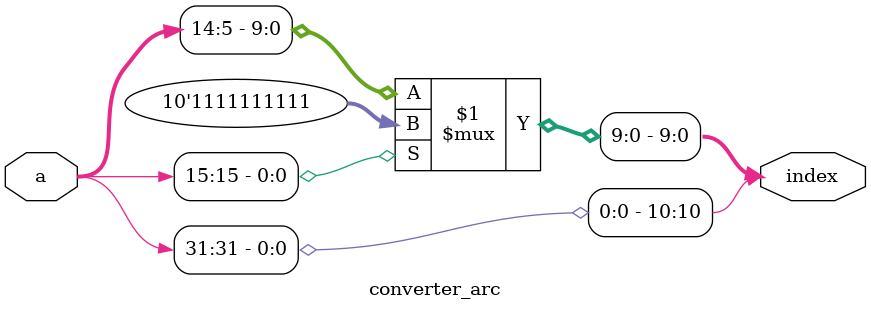
<source format=v>

`timescale 1ns/1ps
module asin_lut(a, out);
	input  [31:0] a;
	output reg [31:0] out;
	wire   [10:0] index;

	always @(index)
	begin
		case(index)
			11'd0: out = 32'b00000000000000000000000000010000; // input=0.00048828125, output=0.000488281269403
			11'd1: out = 32'b00000000000000000000000000110000; // input=0.00146484375, output=0.00146484427387
			11'd2: out = 32'b00000000000000000000000001010000; // input=0.00244140625, output=0.00244140867533
			11'd3: out = 32'b00000000000000000000000001110000; // input=0.00341796875, output=0.00341797540511
			11'd4: out = 32'b00000000000000000000000010010000; // input=0.00439453125, output=0.00439454539458
			11'd5: out = 32'b00000000000000000000000010110000; // input=0.00537109375, output=0.00537111957513
			11'd6: out = 32'b00000000000000000000000011010000; // input=0.00634765625, output=0.00634769887818
			11'd7: out = 32'b00000000000000000000000011110000; // input=0.00732421875, output=0.0073242842352
			11'd8: out = 32'b00000000000000000000000100010000; // input=0.00830078125, output=0.0083008765777
			11'd9: out = 32'b00000000000000000000000100110000; // input=0.00927734375, output=0.00927747683727
			11'd10: out = 32'b00000000000000000000000101010000; // input=0.01025390625, output=0.0102540859456
			11'd11: out = 32'b00000000000000000000000101110000; // input=0.01123046875, output=0.0112307048343
			11'd12: out = 32'b00000000000000000000000110010000; // input=0.01220703125, output=0.0122073344352
			11'd13: out = 32'b00000000000000000000000110110000; // input=0.01318359375, output=0.0131839756803
			11'd14: out = 32'b00000000000000000000000111010000; // input=0.01416015625, output=0.0141606295016
			11'd15: out = 32'b00000000000000000000000111110000; // input=0.01513671875, output=0.0151372968311
			11'd16: out = 32'b00000000000000000000001000010000; // input=0.01611328125, output=0.016113978601
			11'd17: out = 32'b00000000000000000000001000110000; // input=0.01708984375, output=0.0170906757438
			11'd18: out = 32'b00000000000000000000001001010000; // input=0.01806640625, output=0.0180673891919
			11'd19: out = 32'b00000000000000000000001001110000; // input=0.01904296875, output=0.0190441198779
			11'd20: out = 32'b00000000000000000000001010010000; // input=0.02001953125, output=0.0200208687346
			11'd21: out = 32'b00000000000000000000001010110000; // input=0.02099609375, output=0.0209976366949
			11'd22: out = 32'b00000000000000000000001011010000; // input=0.02197265625, output=0.0219744246919
			11'd23: out = 32'b00000000000000000000001011110000; // input=0.02294921875, output=0.0229512336589
			11'd24: out = 32'b00000000000000000000001100010000; // input=0.02392578125, output=0.0239280645293
			11'd25: out = 32'b00000000000000000000001100110000; // input=0.02490234375, output=0.0249049182366
			11'd26: out = 32'b00000000000000000000001101010000; // input=0.02587890625, output=0.0258817957149
			11'd27: out = 32'b00000000000000000000001101110000; // input=0.02685546875, output=0.026858697898
			11'd28: out = 32'b00000000000000000000001110010000; // input=0.02783203125, output=0.0278356257202
			11'd29: out = 32'b00000000000000000000001110110000; // input=0.02880859375, output=0.028812580116
			11'd30: out = 32'b00000000000000000000001111010000; // input=0.02978515625, output=0.0297895620201
			11'd31: out = 32'b00000000000000000000001111110000; // input=0.03076171875, output=0.0307665723674
			11'd32: out = 32'b00000000000000000000010000010000; // input=0.03173828125, output=0.0317436120931
			11'd33: out = 32'b00000000000000000000010000110000; // input=0.03271484375, output=0.0327206821325
			11'd34: out = 32'b00000000000000000000010001010000; // input=0.03369140625, output=0.0336977834215
			11'd35: out = 32'b00000000000000000000010001110000; // input=0.03466796875, output=0.0346749168959
			11'd36: out = 32'b00000000000000000000010010010000; // input=0.03564453125, output=0.0356520834919
			11'd37: out = 32'b00000000000000000000010010110000; // input=0.03662109375, output=0.0366292841462
			11'd38: out = 32'b00000000000000000000010011010000; // input=0.03759765625, output=0.0376065197954
			11'd39: out = 32'b00000000000000000000010011110000; // input=0.03857421875, output=0.0385837913767
			11'd40: out = 32'b00000000000000000000010100010000; // input=0.03955078125, output=0.0395610998276
			11'd41: out = 32'b00000000000000000000010100110000; // input=0.04052734375, output=0.0405384460857
			11'd42: out = 32'b00000000000000000000010101010000; // input=0.04150390625, output=0.0415158310892
			11'd43: out = 32'b00000000000000000000010101110000; // input=0.04248046875, output=0.0424932557764
			11'd44: out = 32'b00000000000000000000010110010000; // input=0.04345703125, output=0.0434707210861
			11'd45: out = 32'b00000000000000000000010110110000; // input=0.04443359375, output=0.0444482279573
			11'd46: out = 32'b00000000000000000000010111010001; // input=0.04541015625, output=0.0454257773296
			11'd47: out = 32'b00000000000000000000010111110001; // input=0.04638671875, output=0.0464033701426
			11'd48: out = 32'b00000000000000000000011000010001; // input=0.04736328125, output=0.0473810073367
			11'd49: out = 32'b00000000000000000000011000110001; // input=0.04833984375, output=0.0483586898524
			11'd50: out = 32'b00000000000000000000011001010001; // input=0.04931640625, output=0.0493364186307
			11'd51: out = 32'b00000000000000000000011001110001; // input=0.05029296875, output=0.0503141946129
			11'd52: out = 32'b00000000000000000000011010010001; // input=0.05126953125, output=0.0512920187407
			11'd53: out = 32'b00000000000000000000011010110001; // input=0.05224609375, output=0.0522698919565
			11'd54: out = 32'b00000000000000000000011011010001; // input=0.05322265625, output=0.0532478152028
			11'd55: out = 32'b00000000000000000000011011110001; // input=0.05419921875, output=0.0542257894226
			11'd56: out = 32'b00000000000000000000011100010001; // input=0.05517578125, output=0.0552038155595
			11'd57: out = 32'b00000000000000000000011100110001; // input=0.05615234375, output=0.0561818945573
			11'd58: out = 32'b00000000000000000000011101010001; // input=0.05712890625, output=0.0571600273605
			11'd59: out = 32'b00000000000000000000011101110001; // input=0.05810546875, output=0.0581382149139
			11'd60: out = 32'b00000000000000000000011110010001; // input=0.05908203125, output=0.0591164581629
			11'd61: out = 32'b00000000000000000000011110110001; // input=0.06005859375, output=0.0600947580532
			11'd62: out = 32'b00000000000000000000011111010001; // input=0.06103515625, output=0.0610731155313
			11'd63: out = 32'b00000000000000000000011111110001; // input=0.06201171875, output=0.0620515315438
			11'd64: out = 32'b00000000000000000000100000010001; // input=0.06298828125, output=0.0630300070381
			11'd65: out = 32'b00000000000000000000100000110001; // input=0.06396484375, output=0.064008542962
			11'd66: out = 32'b00000000000000000000100001010001; // input=0.06494140625, output=0.064987140264
			11'd67: out = 32'b00000000000000000000100001110010; // input=0.06591796875, output=0.0659657998927
			11'd68: out = 32'b00000000000000000000100010010010; // input=0.06689453125, output=0.0669445227978
			11'd69: out = 32'b00000000000000000000100010110010; // input=0.06787109375, output=0.0679233099292
			11'd70: out = 32'b00000000000000000000100011010010; // input=0.06884765625, output=0.0689021622373
			11'd71: out = 32'b00000000000000000000100011110010; // input=0.06982421875, output=0.0698810806733
			11'd72: out = 32'b00000000000000000000100100010010; // input=0.07080078125, output=0.070860066189
			11'd73: out = 32'b00000000000000000000100100110010; // input=0.07177734375, output=0.0718391197364
			11'd74: out = 32'b00000000000000000000100101010010; // input=0.07275390625, output=0.0728182422686
			11'd75: out = 32'b00000000000000000000100101110010; // input=0.07373046875, output=0.0737974347388
			11'd76: out = 32'b00000000000000000000100110010010; // input=0.07470703125, output=0.0747766981013
			11'd77: out = 32'b00000000000000000000100110110010; // input=0.07568359375, output=0.0757560333106
			11'd78: out = 32'b00000000000000000000100111010010; // input=0.07666015625, output=0.0767354413221
			11'd79: out = 32'b00000000000000000000100111110011; // input=0.07763671875, output=0.0777149230917
			11'd80: out = 32'b00000000000000000000101000010011; // input=0.07861328125, output=0.0786944795761
			11'd81: out = 32'b00000000000000000000101000110011; // input=0.07958984375, output=0.0796741117323
			11'd82: out = 32'b00000000000000000000101001010011; // input=0.08056640625, output=0.0806538205183
			11'd83: out = 32'b00000000000000000000101001110011; // input=0.08154296875, output=0.0816336068927
			11'd84: out = 32'b00000000000000000000101010010011; // input=0.08251953125, output=0.0826134718148
			11'd85: out = 32'b00000000000000000000101010110011; // input=0.08349609375, output=0.0835934162443
			11'd86: out = 32'b00000000000000000000101011010011; // input=0.08447265625, output=0.084573441142
			11'd87: out = 32'b00000000000000000000101011110011; // input=0.08544921875, output=0.0855535474692
			11'd88: out = 32'b00000000000000000000101100010100; // input=0.08642578125, output=0.086533736188
			11'd89: out = 32'b00000000000000000000101100110100; // input=0.08740234375, output=0.087514008261
			11'd90: out = 32'b00000000000000000000101101010100; // input=0.08837890625, output=0.0884943646517
			11'd91: out = 32'b00000000000000000000101101110100; // input=0.08935546875, output=0.0894748063244
			11'd92: out = 32'b00000000000000000000101110010100; // input=0.09033203125, output=0.0904553342441
			11'd93: out = 32'b00000000000000000000101110110100; // input=0.09130859375, output=0.0914359493765
			11'd94: out = 32'b00000000000000000000101111010100; // input=0.09228515625, output=0.0924166526881
			11'd95: out = 32'b00000000000000000000101111110100; // input=0.09326171875, output=0.0933974451461
			11'd96: out = 32'b00000000000000000000110000010101; // input=0.09423828125, output=0.0943783277186
			11'd97: out = 32'b00000000000000000000110000110101; // input=0.09521484375, output=0.0953593013745
			11'd98: out = 32'b00000000000000000000110001010101; // input=0.09619140625, output=0.0963403670833
			11'd99: out = 32'b00000000000000000000110001110101; // input=0.09716796875, output=0.0973215258156
			11'd100: out = 32'b00000000000000000000110010010101; // input=0.09814453125, output=0.0983027785426
			11'd101: out = 32'b00000000000000000000110010110101; // input=0.09912109375, output=0.0992841262364
			11'd102: out = 32'b00000000000000000000110011010110; // input=0.10009765625, output=0.10026556987
			11'd103: out = 32'b00000000000000000000110011110110; // input=0.10107421875, output=0.101247110417
			11'd104: out = 32'b00000000000000000000110100010110; // input=0.10205078125, output=0.102228748852
			11'd105: out = 32'b00000000000000000000110100110110; // input=0.10302734375, output=0.103210486151
			11'd106: out = 32'b00000000000000000000110101010110; // input=0.10400390625, output=0.10419232329
			11'd107: out = 32'b00000000000000000000110101110110; // input=0.10498046875, output=0.105174261246
			11'd108: out = 32'b00000000000000000000110110010111; // input=0.10595703125, output=0.106156300998
			11'd109: out = 32'b00000000000000000000110110110111; // input=0.10693359375, output=0.107138443524
			11'd110: out = 32'b00000000000000000000110111010111; // input=0.10791015625, output=0.108120689804
			11'd111: out = 32'b00000000000000000000110111110111; // input=0.10888671875, output=0.10910304082
			11'd112: out = 32'b00000000000000000000111000010111; // input=0.10986328125, output=0.110085497553
			11'd113: out = 32'b00000000000000000000111000110111; // input=0.11083984375, output=0.111068060986
			11'd114: out = 32'b00000000000000000000111001011000; // input=0.11181640625, output=0.112050732102
			11'd115: out = 32'b00000000000000000000111001111000; // input=0.11279296875, output=0.113033511886
			11'd116: out = 32'b00000000000000000000111010011000; // input=0.11376953125, output=0.114016401324
			11'd117: out = 32'b00000000000000000000111010111000; // input=0.11474609375, output=0.114999401402
			11'd118: out = 32'b00000000000000000000111011011001; // input=0.11572265625, output=0.115982513109
			11'd119: out = 32'b00000000000000000000111011111001; // input=0.11669921875, output=0.116965737431
			11'd120: out = 32'b00000000000000000000111100011001; // input=0.11767578125, output=0.11794907536
			11'd121: out = 32'b00000000000000000000111100111001; // input=0.11865234375, output=0.118932527885
			11'd122: out = 32'b00000000000000000000111101011001; // input=0.11962890625, output=0.119916095998
			11'd123: out = 32'b00000000000000000000111101111010; // input=0.12060546875, output=0.120899780692
			11'd124: out = 32'b00000000000000000000111110011010; // input=0.12158203125, output=0.12188358296
			11'd125: out = 32'b00000000000000000000111110111010; // input=0.12255859375, output=0.122867503798
			11'd126: out = 32'b00000000000000000000111111011010; // input=0.12353515625, output=0.1238515442
			11'd127: out = 32'b00000000000000000000111111111011; // input=0.12451171875, output=0.124835705164
			11'd128: out = 32'b00000000000000000001000000011011; // input=0.12548828125, output=0.125819987687
			11'd129: out = 32'b00000000000000000001000000111011; // input=0.12646484375, output=0.126804392769
			11'd130: out = 32'b00000000000000000001000001011011; // input=0.12744140625, output=0.12778892141
			11'd131: out = 32'b00000000000000000001000001111100; // input=0.12841796875, output=0.12877357461
			11'd132: out = 32'b00000000000000000001000010011100; // input=0.12939453125, output=0.129758353373
			11'd133: out = 32'b00000000000000000001000010111100; // input=0.13037109375, output=0.130743258701
			11'd134: out = 32'b00000000000000000001000011011100; // input=0.13134765625, output=0.1317282916
			11'd135: out = 32'b00000000000000000001000011111101; // input=0.13232421875, output=0.132713453074
			11'd136: out = 32'b00000000000000000001000100011101; // input=0.13330078125, output=0.133698744131
			11'd137: out = 32'b00000000000000000001000100111101; // input=0.13427734375, output=0.134684165779
			11'd138: out = 32'b00000000000000000001000101011110; // input=0.13525390625, output=0.135669719027
			11'd139: out = 32'b00000000000000000001000101111110; // input=0.13623046875, output=0.136655404886
			11'd140: out = 32'b00000000000000000001000110011110; // input=0.13720703125, output=0.137641224367
			11'd141: out = 32'b00000000000000000001000110111111; // input=0.13818359375, output=0.138627178482
			11'd142: out = 32'b00000000000000000001000111011111; // input=0.13916015625, output=0.139613268246
			11'd143: out = 32'b00000000000000000001000111111111; // input=0.14013671875, output=0.140599494675
			11'd144: out = 32'b00000000000000000001001000011111; // input=0.14111328125, output=0.141585858784
			11'd145: out = 32'b00000000000000000001001001000000; // input=0.14208984375, output=0.142572361592
			11'd146: out = 32'b00000000000000000001001001100000; // input=0.14306640625, output=0.143559004117
			11'd147: out = 32'b00000000000000000001001010000000; // input=0.14404296875, output=0.144545787379
			11'd148: out = 32'b00000000000000000001001010100001; // input=0.14501953125, output=0.145532712401
			11'd149: out = 32'b00000000000000000001001011000001; // input=0.14599609375, output=0.146519780204
			11'd150: out = 32'b00000000000000000001001011100010; // input=0.14697265625, output=0.147506991814
			11'd151: out = 32'b00000000000000000001001100000010; // input=0.14794921875, output=0.148494348255
			11'd152: out = 32'b00000000000000000001001100100010; // input=0.14892578125, output=0.149481850554
			11'd153: out = 32'b00000000000000000001001101000011; // input=0.14990234375, output=0.15046949974
			11'd154: out = 32'b00000000000000000001001101100011; // input=0.15087890625, output=0.151457296841
			11'd155: out = 32'b00000000000000000001001110000011; // input=0.15185546875, output=0.152445242889
			11'd156: out = 32'b00000000000000000001001110100100; // input=0.15283203125, output=0.153433338915
			11'd157: out = 32'b00000000000000000001001111000100; // input=0.15380859375, output=0.154421585953
			11'd158: out = 32'b00000000000000000001001111100100; // input=0.15478515625, output=0.155409985038
			11'd159: out = 32'b00000000000000000001010000000101; // input=0.15576171875, output=0.156398537206
			11'd160: out = 32'b00000000000000000001010000100101; // input=0.15673828125, output=0.157387243495
			11'd161: out = 32'b00000000000000000001010001000110; // input=0.15771484375, output=0.158376104944
			11'd162: out = 32'b00000000000000000001010001100110; // input=0.15869140625, output=0.159365122593
			11'd163: out = 32'b00000000000000000001010010000110; // input=0.15966796875, output=0.160354297484
			11'd164: out = 32'b00000000000000000001010010100111; // input=0.16064453125, output=0.161343630661
			11'd165: out = 32'b00000000000000000001010011000111; // input=0.16162109375, output=0.162333123168
			11'd166: out = 32'b00000000000000000001010011101000; // input=0.16259765625, output=0.163322776052
			11'd167: out = 32'b00000000000000000001010100001000; // input=0.16357421875, output=0.16431259036
			11'd168: out = 32'b00000000000000000001010100101001; // input=0.16455078125, output=0.165302567142
			11'd169: out = 32'b00000000000000000001010101001001; // input=0.16552734375, output=0.166292707448
			11'd170: out = 32'b00000000000000000001010101101010; // input=0.16650390625, output=0.167283012331
			11'd171: out = 32'b00000000000000000001010110001010; // input=0.16748046875, output=0.168273482845
			11'd172: out = 32'b00000000000000000001010110101010; // input=0.16845703125, output=0.169264120044
			11'd173: out = 32'b00000000000000000001010111001011; // input=0.16943359375, output=0.170254924986
			11'd174: out = 32'b00000000000000000001010111101011; // input=0.17041015625, output=0.171245898729
			11'd175: out = 32'b00000000000000000001011000001100; // input=0.17138671875, output=0.172237042333
			11'd176: out = 32'b00000000000000000001011000101100; // input=0.17236328125, output=0.173228356859
			11'd177: out = 32'b00000000000000000001011001001101; // input=0.17333984375, output=0.174219843372
			11'd178: out = 32'b00000000000000000001011001101101; // input=0.17431640625, output=0.175211502934
			11'd179: out = 32'b00000000000000000001011010001110; // input=0.17529296875, output=0.176203336613
			11'd180: out = 32'b00000000000000000001011010101110; // input=0.17626953125, output=0.177195345477
			11'd181: out = 32'b00000000000000000001011011001111; // input=0.17724609375, output=0.178187530595
			11'd182: out = 32'b00000000000000000001011011101111; // input=0.17822265625, output=0.179179893039
			11'd183: out = 32'b00000000000000000001011100010000; // input=0.17919921875, output=0.180172433881
			11'd184: out = 32'b00000000000000000001011100110000; // input=0.18017578125, output=0.181165154197
			11'd185: out = 32'b00000000000000000001011101010001; // input=0.18115234375, output=0.182158055061
			11'd186: out = 32'b00000000000000000001011101110001; // input=0.18212890625, output=0.183151137553
			11'd187: out = 32'b00000000000000000001011110010010; // input=0.18310546875, output=0.184144402751
			11'd188: out = 32'b00000000000000000001011110110011; // input=0.18408203125, output=0.185137851738
			11'd189: out = 32'b00000000000000000001011111010011; // input=0.18505859375, output=0.186131485596
			11'd190: out = 32'b00000000000000000001011111110100; // input=0.18603515625, output=0.187125305409
			11'd191: out = 32'b00000000000000000001100000010100; // input=0.18701171875, output=0.188119312266
			11'd192: out = 32'b00000000000000000001100000110101; // input=0.18798828125, output=0.189113507254
			11'd193: out = 32'b00000000000000000001100001010101; // input=0.18896484375, output=0.190107891462
			11'd194: out = 32'b00000000000000000001100001110110; // input=0.18994140625, output=0.191102465984
			11'd195: out = 32'b00000000000000000001100010010111; // input=0.19091796875, output=0.192097231912
			11'd196: out = 32'b00000000000000000001100010110111; // input=0.19189453125, output=0.193092190343
			11'd197: out = 32'b00000000000000000001100011011000; // input=0.19287109375, output=0.194087342373
			11'd198: out = 32'b00000000000000000001100011111000; // input=0.19384765625, output=0.195082689101
			11'd199: out = 32'b00000000000000000001100100011001; // input=0.19482421875, output=0.19607823163
			11'd200: out = 32'b00000000000000000001100100111010; // input=0.19580078125, output=0.19707397106
			11'd201: out = 32'b00000000000000000001100101011010; // input=0.19677734375, output=0.198069908498
			11'd202: out = 32'b00000000000000000001100101111011; // input=0.19775390625, output=0.19906604505
			11'd203: out = 32'b00000000000000000001100110011100; // input=0.19873046875, output=0.200062381825
			11'd204: out = 32'b00000000000000000001100110111100; // input=0.19970703125, output=0.201058919932
			11'd205: out = 32'b00000000000000000001100111011101; // input=0.20068359375, output=0.202055660484
			11'd206: out = 32'b00000000000000000001100111111110; // input=0.20166015625, output=0.203052604596
			11'd207: out = 32'b00000000000000000001101000011110; // input=0.20263671875, output=0.204049753384
			11'd208: out = 32'b00000000000000000001101000111111; // input=0.20361328125, output=0.205047107966
			11'd209: out = 32'b00000000000000000001101001100000; // input=0.20458984375, output=0.206044669461
			11'd210: out = 32'b00000000000000000001101010000000; // input=0.20556640625, output=0.207042438993
			11'd211: out = 32'b00000000000000000001101010100001; // input=0.20654296875, output=0.208040417685
			11'd212: out = 32'b00000000000000000001101011000010; // input=0.20751953125, output=0.209038606664
			11'd213: out = 32'b00000000000000000001101011100010; // input=0.20849609375, output=0.210037007058
			11'd214: out = 32'b00000000000000000001101100000011; // input=0.20947265625, output=0.211035619996
			11'd215: out = 32'b00000000000000000001101100100100; // input=0.21044921875, output=0.212034446612
			11'd216: out = 32'b00000000000000000001101101000101; // input=0.21142578125, output=0.21303348804
			11'd217: out = 32'b00000000000000000001101101100101; // input=0.21240234375, output=0.214032745416
			11'd218: out = 32'b00000000000000000001101110000110; // input=0.21337890625, output=0.215032219878
			11'd219: out = 32'b00000000000000000001101110100111; // input=0.21435546875, output=0.216031912567
			11'd220: out = 32'b00000000000000000001101111001000; // input=0.21533203125, output=0.217031824626
			11'd221: out = 32'b00000000000000000001101111101000; // input=0.21630859375, output=0.218031957201
			11'd222: out = 32'b00000000000000000001110000001001; // input=0.21728515625, output=0.219032311437
			11'd223: out = 32'b00000000000000000001110000101010; // input=0.21826171875, output=0.220032888484
			11'd224: out = 32'b00000000000000000001110001001011; // input=0.21923828125, output=0.221033689493
			11'd225: out = 32'b00000000000000000001110001101100; // input=0.22021484375, output=0.222034715618
			11'd226: out = 32'b00000000000000000001110010001100; // input=0.22119140625, output=0.223035968015
			11'd227: out = 32'b00000000000000000001110010101101; // input=0.22216796875, output=0.224037447841
			11'd228: out = 32'b00000000000000000001110011001110; // input=0.22314453125, output=0.225039156258
			11'd229: out = 32'b00000000000000000001110011101111; // input=0.22412109375, output=0.226041094426
			11'd230: out = 32'b00000000000000000001110100010000; // input=0.22509765625, output=0.227043263512
			11'd231: out = 32'b00000000000000000001110100110001; // input=0.22607421875, output=0.228045664681
			11'd232: out = 32'b00000000000000000001110101010001; // input=0.22705078125, output=0.229048299103
			11'd233: out = 32'b00000000000000000001110101110010; // input=0.22802734375, output=0.23005116795
			11'd234: out = 32'b00000000000000000001110110010011; // input=0.22900390625, output=0.231054272395
			11'd235: out = 32'b00000000000000000001110110110100; // input=0.22998046875, output=0.232057613615
			11'd236: out = 32'b00000000000000000001110111010101; // input=0.23095703125, output=0.233061192788
			11'd237: out = 32'b00000000000000000001110111110110; // input=0.23193359375, output=0.234065011095
			11'd238: out = 32'b00000000000000000001111000010111; // input=0.23291015625, output=0.23506906972
			11'd239: out = 32'b00000000000000000001111000111000; // input=0.23388671875, output=0.236073369847
			11'd240: out = 32'b00000000000000000001111001011001; // input=0.23486328125, output=0.237077912665
			11'd241: out = 32'b00000000000000000001111001111001; // input=0.23583984375, output=0.238082699365
			11'd242: out = 32'b00000000000000000001111010011010; // input=0.23681640625, output=0.239087731139
			11'd243: out = 32'b00000000000000000001111010111011; // input=0.23779296875, output=0.240093009183
			11'd244: out = 32'b00000000000000000001111011011100; // input=0.23876953125, output=0.241098534694
			11'd245: out = 32'b00000000000000000001111011111101; // input=0.23974609375, output=0.242104308872
			11'd246: out = 32'b00000000000000000001111100011110; // input=0.24072265625, output=0.243110332922
			11'd247: out = 32'b00000000000000000001111100111111; // input=0.24169921875, output=0.244116608046
			11'd248: out = 32'b00000000000000000001111101100000; // input=0.24267578125, output=0.245123135455
			11'd249: out = 32'b00000000000000000001111110000001; // input=0.24365234375, output=0.246129916357
			11'd250: out = 32'b00000000000000000001111110100010; // input=0.24462890625, output=0.247136951966
			11'd251: out = 32'b00000000000000000001111111000011; // input=0.24560546875, output=0.248144243497
			11'd252: out = 32'b00000000000000000001111111100100; // input=0.24658203125, output=0.249151792168
			11'd253: out = 32'b00000000000000000010000000000101; // input=0.24755859375, output=0.2501595992
			11'd254: out = 32'b00000000000000000010000000100110; // input=0.24853515625, output=0.251167665816
			11'd255: out = 32'b00000000000000000010000001000111; // input=0.24951171875, output=0.252175993242
			11'd256: out = 32'b00000000000000000010000001101000; // input=0.25048828125, output=0.253184582706
			11'd257: out = 32'b00000000000000000010000010001001; // input=0.25146484375, output=0.25419343544
			11'd258: out = 32'b00000000000000000010000010101010; // input=0.25244140625, output=0.255202552678
			11'd259: out = 32'b00000000000000000010000011001100; // input=0.25341796875, output=0.256211935655
			11'd260: out = 32'b00000000000000000010000011101101; // input=0.25439453125, output=0.257221585612
			11'd261: out = 32'b00000000000000000010000100001110; // input=0.25537109375, output=0.25823150379
			11'd262: out = 32'b00000000000000000010000100101111; // input=0.25634765625, output=0.259241691435
			11'd263: out = 32'b00000000000000000010000101010000; // input=0.25732421875, output=0.260252149793
			11'd264: out = 32'b00000000000000000010000101110001; // input=0.25830078125, output=0.261262880115
			11'd265: out = 32'b00000000000000000010000110010010; // input=0.25927734375, output=0.262273883654
			11'd266: out = 32'b00000000000000000010000110110011; // input=0.26025390625, output=0.263285161666
			11'd267: out = 32'b00000000000000000010000111010100; // input=0.26123046875, output=0.26429671541
			11'd268: out = 32'b00000000000000000010000111110110; // input=0.26220703125, output=0.265308546147
			11'd269: out = 32'b00000000000000000010001000010111; // input=0.26318359375, output=0.266320655141
			11'd270: out = 32'b00000000000000000010001000111000; // input=0.26416015625, output=0.267333043661
			11'd271: out = 32'b00000000000000000010001001011001; // input=0.26513671875, output=0.268345712975
			11'd272: out = 32'b00000000000000000010001001111010; // input=0.26611328125, output=0.269358664358
			11'd273: out = 32'b00000000000000000010001010011100; // input=0.26708984375, output=0.270371899086
			11'd274: out = 32'b00000000000000000010001010111101; // input=0.26806640625, output=0.271385418436
			11'd275: out = 32'b00000000000000000010001011011110; // input=0.26904296875, output=0.272399223693
			11'd276: out = 32'b00000000000000000010001011111111; // input=0.27001953125, output=0.273413316139
			11'd277: out = 32'b00000000000000000010001100100000; // input=0.27099609375, output=0.274427697064
			11'd278: out = 32'b00000000000000000010001101000010; // input=0.27197265625, output=0.275442367758
			11'd279: out = 32'b00000000000000000010001101100011; // input=0.27294921875, output=0.276457329516
			11'd280: out = 32'b00000000000000000010001110000100; // input=0.27392578125, output=0.277472583634
			11'd281: out = 32'b00000000000000000010001110100101; // input=0.27490234375, output=0.278488131412
			11'd282: out = 32'b00000000000000000010001111000111; // input=0.27587890625, output=0.279503974155
			11'd283: out = 32'b00000000000000000010001111101000; // input=0.27685546875, output=0.280520113167
			11'd284: out = 32'b00000000000000000010010000001001; // input=0.27783203125, output=0.28153654976
			11'd285: out = 32'b00000000000000000010010000101011; // input=0.27880859375, output=0.282553285244
			11'd286: out = 32'b00000000000000000010010001001100; // input=0.27978515625, output=0.283570320937
			11'd287: out = 32'b00000000000000000010010001101101; // input=0.28076171875, output=0.284587658157
			11'd288: out = 32'b00000000000000000010010010001111; // input=0.28173828125, output=0.285605298226
			11'd289: out = 32'b00000000000000000010010010110000; // input=0.28271484375, output=0.28662324247
			11'd290: out = 32'b00000000000000000010010011010001; // input=0.28369140625, output=0.287641492218
			11'd291: out = 32'b00000000000000000010010011110011; // input=0.28466796875, output=0.288660048801
			11'd292: out = 32'b00000000000000000010010100010100; // input=0.28564453125, output=0.289678913555
			11'd293: out = 32'b00000000000000000010010100110110; // input=0.28662109375, output=0.290698087817
			11'd294: out = 32'b00000000000000000010010101010111; // input=0.28759765625, output=0.291717572931
			11'd295: out = 32'b00000000000000000010010101111000; // input=0.28857421875, output=0.292737370241
			11'd296: out = 32'b00000000000000000010010110011010; // input=0.28955078125, output=0.293757481095
			11'd297: out = 32'b00000000000000000010010110111011; // input=0.29052734375, output=0.294777906847
			11'd298: out = 32'b00000000000000000010010111011101; // input=0.29150390625, output=0.29579864885
			11'd299: out = 32'b00000000000000000010010111111110; // input=0.29248046875, output=0.296819708463
			11'd300: out = 32'b00000000000000000010011000100000; // input=0.29345703125, output=0.29784108705
			11'd301: out = 32'b00000000000000000010011001000001; // input=0.29443359375, output=0.298862785975
			11'd302: out = 32'b00000000000000000010011001100011; // input=0.29541015625, output=0.299884806608
			11'd303: out = 32'b00000000000000000010011010000100; // input=0.29638671875, output=0.300907150321
			11'd304: out = 32'b00000000000000000010011010100110; // input=0.29736328125, output=0.30192981849
			11'd305: out = 32'b00000000000000000010011011000111; // input=0.29833984375, output=0.302952812495
			11'd306: out = 32'b00000000000000000010011011101001; // input=0.29931640625, output=0.30397613372
			11'd307: out = 32'b00000000000000000010011100001010; // input=0.30029296875, output=0.304999783551
			11'd308: out = 32'b00000000000000000010011100101100; // input=0.30126953125, output=0.306023763378
			11'd309: out = 32'b00000000000000000010011101001101; // input=0.30224609375, output=0.307048074597
			11'd310: out = 32'b00000000000000000010011101101111; // input=0.30322265625, output=0.308072718603
			11'd311: out = 32'b00000000000000000010011110010001; // input=0.30419921875, output=0.309097696799
			11'd312: out = 32'b00000000000000000010011110110010; // input=0.30517578125, output=0.310123010591
			11'd313: out = 32'b00000000000000000010011111010100; // input=0.30615234375, output=0.311148661385
			11'd314: out = 32'b00000000000000000010011111110101; // input=0.30712890625, output=0.312174650596
			11'd315: out = 32'b00000000000000000010100000010111; // input=0.30810546875, output=0.31320097964
			11'd316: out = 32'b00000000000000000010100000111001; // input=0.30908203125, output=0.314227649936
			11'd317: out = 32'b00000000000000000010100001011010; // input=0.31005859375, output=0.315254662909
			11'd318: out = 32'b00000000000000000010100001111100; // input=0.31103515625, output=0.316282019985
			11'd319: out = 32'b00000000000000000010100010011110; // input=0.31201171875, output=0.317309722597
			11'd320: out = 32'b00000000000000000010100010111111; // input=0.31298828125, output=0.318337772181
			11'd321: out = 32'b00000000000000000010100011100001; // input=0.31396484375, output=0.319366170175
			11'd322: out = 32'b00000000000000000010100100000011; // input=0.31494140625, output=0.320394918022
			11'd323: out = 32'b00000000000000000010100100100100; // input=0.31591796875, output=0.32142401717
			11'd324: out = 32'b00000000000000000010100101000110; // input=0.31689453125, output=0.32245346907
			11'd325: out = 32'b00000000000000000010100101101000; // input=0.31787109375, output=0.323483275177
			11'd326: out = 32'b00000000000000000010100110001010; // input=0.31884765625, output=0.32451343695
			11'd327: out = 32'b00000000000000000010100110101011; // input=0.31982421875, output=0.325543955852
			11'd328: out = 32'b00000000000000000010100111001101; // input=0.32080078125, output=0.326574833351
			11'd329: out = 32'b00000000000000000010100111101111; // input=0.32177734375, output=0.327606070917
			11'd330: out = 32'b00000000000000000010101000010001; // input=0.32275390625, output=0.328637670026
			11'd331: out = 32'b00000000000000000010101000110011; // input=0.32373046875, output=0.329669632158
			11'd332: out = 32'b00000000000000000010101001010100; // input=0.32470703125, output=0.330701958797
			11'd333: out = 32'b00000000000000000010101001110110; // input=0.32568359375, output=0.331734651429
			11'd334: out = 32'b00000000000000000010101010011000; // input=0.32666015625, output=0.332767711548
			11'd335: out = 32'b00000000000000000010101010111010; // input=0.32763671875, output=0.333801140649
			11'd336: out = 32'b00000000000000000010101011011100; // input=0.32861328125, output=0.334834940233
			11'd337: out = 32'b00000000000000000010101011111110; // input=0.32958984375, output=0.335869111804
			11'd338: out = 32'b00000000000000000010101100100000; // input=0.33056640625, output=0.336903656873
			11'd339: out = 32'b00000000000000000010101101000010; // input=0.33154296875, output=0.337938576951
			11'd340: out = 32'b00000000000000000010101101100011; // input=0.33251953125, output=0.338973873558
			11'd341: out = 32'b00000000000000000010101110000101; // input=0.33349609375, output=0.340009548215
			11'd342: out = 32'b00000000000000000010101110100111; // input=0.33447265625, output=0.341045602449
			11'd343: out = 32'b00000000000000000010101111001001; // input=0.33544921875, output=0.34208203779
			11'd344: out = 32'b00000000000000000010101111101011; // input=0.33642578125, output=0.343118855775
			11'd345: out = 32'b00000000000000000010110000001101; // input=0.33740234375, output=0.344156057942
			11'd346: out = 32'b00000000000000000010110000101111; // input=0.33837890625, output=0.345193645838
			11'd347: out = 32'b00000000000000000010110001010001; // input=0.33935546875, output=0.346231621009
			11'd348: out = 32'b00000000000000000010110001110011; // input=0.34033203125, output=0.347269985011
			11'd349: out = 32'b00000000000000000010110010010101; // input=0.34130859375, output=0.348308739401
			11'd350: out = 32'b00000000000000000010110010110111; // input=0.34228515625, output=0.349347885742
			11'd351: out = 32'b00000000000000000010110011011001; // input=0.34326171875, output=0.350387425601
			11'd352: out = 32'b00000000000000000010110011111100; // input=0.34423828125, output=0.351427360551
			11'd353: out = 32'b00000000000000000010110100011110; // input=0.34521484375, output=0.352467692167
			11'd354: out = 32'b00000000000000000010110101000000; // input=0.34619140625, output=0.353508422032
			11'd355: out = 32'b00000000000000000010110101100010; // input=0.34716796875, output=0.354549551733
			11'd356: out = 32'b00000000000000000010110110000100; // input=0.34814453125, output=0.355591082858
			11'd357: out = 32'b00000000000000000010110110100110; // input=0.34912109375, output=0.356633017006
			11'd358: out = 32'b00000000000000000010110111001000; // input=0.35009765625, output=0.357675355776
			11'd359: out = 32'b00000000000000000010110111101010; // input=0.35107421875, output=0.358718100774
			11'd360: out = 32'b00000000000000000010111000001101; // input=0.35205078125, output=0.359761253611
			11'd361: out = 32'b00000000000000000010111000101111; // input=0.35302734375, output=0.360804815901
			11'd362: out = 32'b00000000000000000010111001010001; // input=0.35400390625, output=0.361848789265
			11'd363: out = 32'b00000000000000000010111001110011; // input=0.35498046875, output=0.362893175329
			11'd364: out = 32'b00000000000000000010111010010110; // input=0.35595703125, output=0.363937975722
			11'd365: out = 32'b00000000000000000010111010111000; // input=0.35693359375, output=0.364983192081
			11'd366: out = 32'b00000000000000000010111011011010; // input=0.35791015625, output=0.366028826045
			11'd367: out = 32'b00000000000000000010111011111100; // input=0.35888671875, output=0.367074879261
			11'd368: out = 32'b00000000000000000010111100011111; // input=0.35986328125, output=0.368121353378
			11'd369: out = 32'b00000000000000000010111101000001; // input=0.36083984375, output=0.369168250053
			11'd370: out = 32'b00000000000000000010111101100011; // input=0.36181640625, output=0.370215570947
			11'd371: out = 32'b00000000000000000010111110000110; // input=0.36279296875, output=0.371263317726
			11'd372: out = 32'b00000000000000000010111110101000; // input=0.36376953125, output=0.372311492062
			11'd373: out = 32'b00000000000000000010111111001010; // input=0.36474609375, output=0.373360095631
			11'd374: out = 32'b00000000000000000010111111101101; // input=0.36572265625, output=0.374409130116
			11'd375: out = 32'b00000000000000000011000000001111; // input=0.36669921875, output=0.375458597205
			11'd376: out = 32'b00000000000000000011000000110001; // input=0.36767578125, output=0.37650849859
			11'd377: out = 32'b00000000000000000011000001010100; // input=0.36865234375, output=0.377558835969
			11'd378: out = 32'b00000000000000000011000001110110; // input=0.36962890625, output=0.378609611047
			11'd379: out = 32'b00000000000000000011000010011001; // input=0.37060546875, output=0.379660825532
			11'd380: out = 32'b00000000000000000011000010111011; // input=0.37158203125, output=0.38071248114
			11'd381: out = 32'b00000000000000000011000011011110; // input=0.37255859375, output=0.381764579591
			11'd382: out = 32'b00000000000000000011000100000000; // input=0.37353515625, output=0.38281712261
			11'd383: out = 32'b00000000000000000011000100100011; // input=0.37451171875, output=0.38387011193
			11'd384: out = 32'b00000000000000000011000101000101; // input=0.37548828125, output=0.384923549288
			11'd385: out = 32'b00000000000000000011000101101000; // input=0.37646484375, output=0.385977436426
			11'd386: out = 32'b00000000000000000011000110001010; // input=0.37744140625, output=0.387031775094
			11'd387: out = 32'b00000000000000000011000110101101; // input=0.37841796875, output=0.388086567045
			11'd388: out = 32'b00000000000000000011000111001111; // input=0.37939453125, output=0.38914181404
			11'd389: out = 32'b00000000000000000011000111110010; // input=0.38037109375, output=0.390197517845
			11'd390: out = 32'b00000000000000000011001000010101; // input=0.38134765625, output=0.391253680232
			11'd391: out = 32'b00000000000000000011001000110111; // input=0.38232421875, output=0.392310302978
			11'd392: out = 32'b00000000000000000011001001011010; // input=0.38330078125, output=0.393367387867
			11'd393: out = 32'b00000000000000000011001001111101; // input=0.38427734375, output=0.394424936689
			11'd394: out = 32'b00000000000000000011001010011111; // input=0.38525390625, output=0.395482951241
			11'd395: out = 32'b00000000000000000011001011000010; // input=0.38623046875, output=0.396541433322
			11'd396: out = 32'b00000000000000000011001011100101; // input=0.38720703125, output=0.397600384742
			11'd397: out = 32'b00000000000000000011001100000111; // input=0.38818359375, output=0.398659807314
			11'd398: out = 32'b00000000000000000011001100101010; // input=0.38916015625, output=0.399719702858
			11'd399: out = 32'b00000000000000000011001101001101; // input=0.39013671875, output=0.400780073201
			11'd400: out = 32'b00000000000000000011001101110000; // input=0.39111328125, output=0.401840920174
			11'd401: out = 32'b00000000000000000011001110010010; // input=0.39208984375, output=0.402902245618
			11'd402: out = 32'b00000000000000000011001110110101; // input=0.39306640625, output=0.403964051377
			11'd403: out = 32'b00000000000000000011001111011000; // input=0.39404296875, output=0.405026339302
			11'd404: out = 32'b00000000000000000011001111111011; // input=0.39501953125, output=0.406089111252
			11'd405: out = 32'b00000000000000000011010000011110; // input=0.39599609375, output=0.40715236909
			11'd406: out = 32'b00000000000000000011010001000000; // input=0.39697265625, output=0.408216114687
			11'd407: out = 32'b00000000000000000011010001100011; // input=0.39794921875, output=0.409280349921
			11'd408: out = 32'b00000000000000000011010010000110; // input=0.39892578125, output=0.410345076676
			11'd409: out = 32'b00000000000000000011010010101001; // input=0.39990234375, output=0.41141029684
			11'd410: out = 32'b00000000000000000011010011001100; // input=0.40087890625, output=0.412476012313
			11'd411: out = 32'b00000000000000000011010011101111; // input=0.40185546875, output=0.413542224997
			11'd412: out = 32'b00000000000000000011010100010010; // input=0.40283203125, output=0.414608936802
			11'd413: out = 32'b00000000000000000011010100110101; // input=0.40380859375, output=0.415676149646
			11'd414: out = 32'b00000000000000000011010101011000; // input=0.40478515625, output=0.416743865453
			11'd415: out = 32'b00000000000000000011010101111011; // input=0.40576171875, output=0.417812086153
			11'd416: out = 32'b00000000000000000011010110011110; // input=0.40673828125, output=0.418880813684
			11'd417: out = 32'b00000000000000000011010111000001; // input=0.40771484375, output=0.419950049991
			11'd418: out = 32'b00000000000000000011010111100100; // input=0.40869140625, output=0.421019797024
			11'd419: out = 32'b00000000000000000011011000000111; // input=0.40966796875, output=0.422090056743
			11'd420: out = 32'b00000000000000000011011000101010; // input=0.41064453125, output=0.423160831114
			11'd421: out = 32'b00000000000000000011011001001101; // input=0.41162109375, output=0.424232122107
			11'd422: out = 32'b00000000000000000011011001110000; // input=0.41259765625, output=0.425303931704
			11'd423: out = 32'b00000000000000000011011010010011; // input=0.41357421875, output=0.426376261892
			11'd424: out = 32'b00000000000000000011011010110111; // input=0.41455078125, output=0.427449114664
			11'd425: out = 32'b00000000000000000011011011011010; // input=0.41552734375, output=0.428522492022
			11'd426: out = 32'b00000000000000000011011011111101; // input=0.41650390625, output=0.429596395974
			11'd427: out = 32'b00000000000000000011011100100000; // input=0.41748046875, output=0.430670828538
			11'd428: out = 32'b00000000000000000011011101000011; // input=0.41845703125, output=0.431745791736
			11'd429: out = 32'b00000000000000000011011101100111; // input=0.41943359375, output=0.432821287599
			11'd430: out = 32'b00000000000000000011011110001010; // input=0.42041015625, output=0.433897318166
			11'd431: out = 32'b00000000000000000011011110101101; // input=0.42138671875, output=0.434973885483
			11'd432: out = 32'b00000000000000000011011111010001; // input=0.42236328125, output=0.436050991604
			11'd433: out = 32'b00000000000000000011011111110100; // input=0.42333984375, output=0.437128638589
			11'd434: out = 32'b00000000000000000011100000010111; // input=0.42431640625, output=0.438206828509
			11'd435: out = 32'b00000000000000000011100000111011; // input=0.42529296875, output=0.439285563439
			11'd436: out = 32'b00000000000000000011100001011110; // input=0.42626953125, output=0.440364845464
			11'd437: out = 32'b00000000000000000011100010000001; // input=0.42724609375, output=0.441444676676
			11'd438: out = 32'b00000000000000000011100010100101; // input=0.42822265625, output=0.442525059177
			11'd439: out = 32'b00000000000000000011100011001000; // input=0.42919921875, output=0.443605995073
			11'd440: out = 32'b00000000000000000011100011101100; // input=0.43017578125, output=0.444687486481
			11'd441: out = 32'b00000000000000000011100100001111; // input=0.43115234375, output=0.445769535526
			11'd442: out = 32'b00000000000000000011100100110010; // input=0.43212890625, output=0.446852144339
			11'd443: out = 32'b00000000000000000011100101010110; // input=0.43310546875, output=0.447935315062
			11'd444: out = 32'b00000000000000000011100101111001; // input=0.43408203125, output=0.449019049842
			11'd445: out = 32'b00000000000000000011100110011101; // input=0.43505859375, output=0.450103350837
			11'd446: out = 32'b00000000000000000011100111000001; // input=0.43603515625, output=0.451188220212
			11'd447: out = 32'b00000000000000000011100111100100; // input=0.43701171875, output=0.452273660141
			11'd448: out = 32'b00000000000000000011101000001000; // input=0.43798828125, output=0.453359672806
			11'd449: out = 32'b00000000000000000011101000101011; // input=0.43896484375, output=0.454446260396
			11'd450: out = 32'b00000000000000000011101001001111; // input=0.43994140625, output=0.455533425112
			11'd451: out = 32'b00000000000000000011101001110011; // input=0.44091796875, output=0.456621169161
			11'd452: out = 32'b00000000000000000011101010010110; // input=0.44189453125, output=0.457709494758
			11'd453: out = 32'b00000000000000000011101010111010; // input=0.44287109375, output=0.458798404129
			11'd454: out = 32'b00000000000000000011101011011110; // input=0.44384765625, output=0.459887899507
			11'd455: out = 32'b00000000000000000011101100000001; // input=0.44482421875, output=0.460977983136
			11'd456: out = 32'b00000000000000000011101100100101; // input=0.44580078125, output=0.462068657266
			11'd457: out = 32'b00000000000000000011101101001001; // input=0.44677734375, output=0.463159924156
			11'd458: out = 32'b00000000000000000011101101101101; // input=0.44775390625, output=0.464251786078
			11'd459: out = 32'b00000000000000000011101110010000; // input=0.44873046875, output=0.465344245308
			11'd460: out = 32'b00000000000000000011101110110100; // input=0.44970703125, output=0.466437304135
			11'd461: out = 32'b00000000000000000011101111011000; // input=0.45068359375, output=0.467530964854
			11'd462: out = 32'b00000000000000000011101111111100; // input=0.45166015625, output=0.468625229772
			11'd463: out = 32'b00000000000000000011110000100000; // input=0.45263671875, output=0.469720101202
			11'd464: out = 32'b00000000000000000011110001000100; // input=0.45361328125, output=0.47081558147
			11'd465: out = 32'b00000000000000000011110001101000; // input=0.45458984375, output=0.47191167291
			11'd466: out = 32'b00000000000000000011110010001100; // input=0.45556640625, output=0.473008377863
			11'd467: out = 32'b00000000000000000011110010101111; // input=0.45654296875, output=0.474105698684
			11'd468: out = 32'b00000000000000000011110011010011; // input=0.45751953125, output=0.475203637734
			11'd469: out = 32'b00000000000000000011110011110111; // input=0.45849609375, output=0.476302197385
			11'd470: out = 32'b00000000000000000011110100011011; // input=0.45947265625, output=0.477401380019
			11'd471: out = 32'b00000000000000000011110101000000; // input=0.46044921875, output=0.478501188027
			11'd472: out = 32'b00000000000000000011110101100100; // input=0.46142578125, output=0.47960162381
			11'd473: out = 32'b00000000000000000011110110001000; // input=0.46240234375, output=0.48070268978
			11'd474: out = 32'b00000000000000000011110110101100; // input=0.46337890625, output=0.481804388357
			11'd475: out = 32'b00000000000000000011110111010000; // input=0.46435546875, output=0.482906721972
			11'd476: out = 32'b00000000000000000011110111110100; // input=0.46533203125, output=0.484009693068
			11'd477: out = 32'b00000000000000000011111000011000; // input=0.46630859375, output=0.485113304095
			11'd478: out = 32'b00000000000000000011111000111100; // input=0.46728515625, output=0.486217557514
			11'd479: out = 32'b00000000000000000011111001100001; // input=0.46826171875, output=0.487322455798
			11'd480: out = 32'b00000000000000000011111010000101; // input=0.46923828125, output=0.48842800143
			11'd481: out = 32'b00000000000000000011111010101001; // input=0.47021484375, output=0.489534196901
			11'd482: out = 32'b00000000000000000011111011001101; // input=0.47119140625, output=0.490641044716
			11'd483: out = 32'b00000000000000000011111011110010; // input=0.47216796875, output=0.491748547388
			11'd484: out = 32'b00000000000000000011111100010110; // input=0.47314453125, output=0.492856707441
			11'd485: out = 32'b00000000000000000011111100111010; // input=0.47412109375, output=0.493965527411
			11'd486: out = 32'b00000000000000000011111101011111; // input=0.47509765625, output=0.495075009844
			11'd487: out = 32'b00000000000000000011111110000011; // input=0.47607421875, output=0.496185157297
			11'd488: out = 32'b00000000000000000011111110100111; // input=0.47705078125, output=0.497295972337
			11'd489: out = 32'b00000000000000000011111111001100; // input=0.47802734375, output=0.498407457545
			11'd490: out = 32'b00000000000000000011111111110000; // input=0.47900390625, output=0.499519615509
			11'd491: out = 32'b00000000000000000100000000010101; // input=0.47998046875, output=0.500632448832
			11'd492: out = 32'b00000000000000000100000000111001; // input=0.48095703125, output=0.501745960124
			11'd493: out = 32'b00000000000000000100000001011110; // input=0.48193359375, output=0.502860152012
			11'd494: out = 32'b00000000000000000100000010000010; // input=0.48291015625, output=0.503975027128
			11'd495: out = 32'b00000000000000000100000010100111; // input=0.48388671875, output=0.505090588121
			11'd496: out = 32'b00000000000000000100000011001011; // input=0.48486328125, output=0.506206837649
			11'd497: out = 32'b00000000000000000100000011110000; // input=0.48583984375, output=0.50732377838
			11'd498: out = 32'b00000000000000000100000100010101; // input=0.48681640625, output=0.508441412998
			11'd499: out = 32'b00000000000000000100000100111001; // input=0.48779296875, output=0.509559744196
			11'd500: out = 32'b00000000000000000100000101011110; // input=0.48876953125, output=0.510678774679
			11'd501: out = 32'b00000000000000000100000110000011; // input=0.48974609375, output=0.511798507164
			11'd502: out = 32'b00000000000000000100000110100111; // input=0.49072265625, output=0.51291894438
			11'd503: out = 32'b00000000000000000100000111001100; // input=0.49169921875, output=0.51404008907
			11'd504: out = 32'b00000000000000000100000111110001; // input=0.49267578125, output=0.515161943987
			11'd505: out = 32'b00000000000000000100001000010110; // input=0.49365234375, output=0.516284511897
			11'd506: out = 32'b00000000000000000100001000111010; // input=0.49462890625, output=0.517407795578
			11'd507: out = 32'b00000000000000000100001001011111; // input=0.49560546875, output=0.518531797822
			11'd508: out = 32'b00000000000000000100001010000100; // input=0.49658203125, output=0.519656521432
			11'd509: out = 32'b00000000000000000100001010101001; // input=0.49755859375, output=0.520781969224
			11'd510: out = 32'b00000000000000000100001011001110; // input=0.49853515625, output=0.521908144027
			11'd511: out = 32'b00000000000000000100001011110011; // input=0.49951171875, output=0.523035048684
			11'd512: out = 32'b00000000000000000100001100011000; // input=0.50048828125, output=0.524162686048
			11'd513: out = 32'b00000000000000000100001100111101; // input=0.50146484375, output=0.525291058987
			11'd514: out = 32'b00000000000000000100001101100010; // input=0.50244140625, output=0.526420170383
			11'd515: out = 32'b00000000000000000100001110000111; // input=0.50341796875, output=0.527550023129
			11'd516: out = 32'b00000000000000000100001110101100; // input=0.50439453125, output=0.528680620133
			11'd517: out = 32'b00000000000000000100001111010001; // input=0.50537109375, output=0.529811964315
			11'd518: out = 32'b00000000000000000100001111110110; // input=0.50634765625, output=0.53094405861
			11'd519: out = 32'b00000000000000000100010000011011; // input=0.50732421875, output=0.532076905965
			11'd520: out = 32'b00000000000000000100010001000000; // input=0.50830078125, output=0.533210509343
			11'd521: out = 32'b00000000000000000100010001100101; // input=0.50927734375, output=0.534344871718
			11'd522: out = 32'b00000000000000000100010010001011; // input=0.51025390625, output=0.53547999608
			11'd523: out = 32'b00000000000000000100010010110000; // input=0.51123046875, output=0.536615885432
			11'd524: out = 32'b00000000000000000100010011010101; // input=0.51220703125, output=0.537752542791
			11'd525: out = 32'b00000000000000000100010011111010; // input=0.51318359375, output=0.538889971188
			11'd526: out = 32'b00000000000000000100010100100000; // input=0.51416015625, output=0.54002817367
			11'd527: out = 32'b00000000000000000100010101000101; // input=0.51513671875, output=0.541167153296
			11'd528: out = 32'b00000000000000000100010101101010; // input=0.51611328125, output=0.542306913141
			11'd529: out = 32'b00000000000000000100010110010000; // input=0.51708984375, output=0.543447456295
			11'd530: out = 32'b00000000000000000100010110110101; // input=0.51806640625, output=0.544588785861
			11'd531: out = 32'b00000000000000000100010111011011; // input=0.51904296875, output=0.545730904958
			11'd532: out = 32'b00000000000000000100011000000000; // input=0.52001953125, output=0.54687381672
			11'd533: out = 32'b00000000000000000100011000100101; // input=0.52099609375, output=0.548017524295
			11'd534: out = 32'b00000000000000000100011001001011; // input=0.52197265625, output=0.549162030848
			11'd535: out = 32'b00000000000000000100011001110000; // input=0.52294921875, output=0.550307339557
			11'd536: out = 32'b00000000000000000100011010010110; // input=0.52392578125, output=0.551453453618
			11'd537: out = 32'b00000000000000000100011010111100; // input=0.52490234375, output=0.55260037624
			11'd538: out = 32'b00000000000000000100011011100001; // input=0.52587890625, output=0.553748110648
			11'd539: out = 32'b00000000000000000100011100000111; // input=0.52685546875, output=0.554896660084
			11'd540: out = 32'b00000000000000000100011100101101; // input=0.52783203125, output=0.556046027806
			11'd541: out = 32'b00000000000000000100011101010010; // input=0.52880859375, output=0.557196217085
			11'd542: out = 32'b00000000000000000100011101111000; // input=0.52978515625, output=0.558347231212
			11'd543: out = 32'b00000000000000000100011110011110; // input=0.53076171875, output=0.559499073492
			11'd544: out = 32'b00000000000000000100011111000011; // input=0.53173828125, output=0.560651747246
			11'd545: out = 32'b00000000000000000100011111101001; // input=0.53271484375, output=0.561805255813
			11'd546: out = 32'b00000000000000000100100000001111; // input=0.53369140625, output=0.562959602546
			11'd547: out = 32'b00000000000000000100100000110101; // input=0.53466796875, output=0.564114790818
			11'd548: out = 32'b00000000000000000100100001011011; // input=0.53564453125, output=0.565270824016
			11'd549: out = 32'b00000000000000000100100010000001; // input=0.53662109375, output=0.566427705546
			11'd550: out = 32'b00000000000000000100100010100111; // input=0.53759765625, output=0.567585438829
			11'd551: out = 32'b00000000000000000100100011001101; // input=0.53857421875, output=0.568744027306
			11'd552: out = 32'b00000000000000000100100011110011; // input=0.53955078125, output=0.569903474432
			11'd553: out = 32'b00000000000000000100100100011001; // input=0.54052734375, output=0.571063783681
			11'd554: out = 32'b00000000000000000100100100111111; // input=0.54150390625, output=0.572224958546
			11'd555: out = 32'b00000000000000000100100101100101; // input=0.54248046875, output=0.573387002535
			11'd556: out = 32'b00000000000000000100100110001011; // input=0.54345703125, output=0.574549919176
			11'd557: out = 32'b00000000000000000100100110110001; // input=0.54443359375, output=0.575713712013
			11'd558: out = 32'b00000000000000000100100111010111; // input=0.54541015625, output=0.576878384612
			11'd559: out = 32'b00000000000000000100100111111101; // input=0.54638671875, output=0.578043940552
			11'd560: out = 32'b00000000000000000100101000100100; // input=0.54736328125, output=0.579210383434
			11'd561: out = 32'b00000000000000000100101001001010; // input=0.54833984375, output=0.580377716876
			11'd562: out = 32'b00000000000000000100101001110000; // input=0.54931640625, output=0.581545944516
			11'd563: out = 32'b00000000000000000100101010010110; // input=0.55029296875, output=0.58271507001
			11'd564: out = 32'b00000000000000000100101010111101; // input=0.55126953125, output=0.583885097033
			11'd565: out = 32'b00000000000000000100101011100011; // input=0.55224609375, output=0.585056029278
			11'd566: out = 32'b00000000000000000100101100001010; // input=0.55322265625, output=0.586227870461
			11'd567: out = 32'b00000000000000000100101100110000; // input=0.55419921875, output=0.587400624313
			11'd568: out = 32'b00000000000000000100101101010110; // input=0.55517578125, output=0.588574294586
			11'd569: out = 32'b00000000000000000100101101111101; // input=0.55615234375, output=0.589748885055
			11'd570: out = 32'b00000000000000000100101110100011; // input=0.55712890625, output=0.590924399509
			11'd571: out = 32'b00000000000000000100101111001010; // input=0.55810546875, output=0.592100841762
			11'd572: out = 32'b00000000000000000100101111110001; // input=0.55908203125, output=0.593278215646
			11'd573: out = 32'b00000000000000000100110000010111; // input=0.56005859375, output=0.594456525014
			11'd574: out = 32'b00000000000000000100110000111110; // input=0.56103515625, output=0.595635773739
			11'd575: out = 32'b00000000000000000100110001100100; // input=0.56201171875, output=0.596815965716
			11'd576: out = 32'b00000000000000000100110010001011; // input=0.56298828125, output=0.597997104858
			11'd577: out = 32'b00000000000000000100110010110010; // input=0.56396484375, output=0.599179195102
			11'd578: out = 32'b00000000000000000100110011011001; // input=0.56494140625, output=0.600362240405
			11'd579: out = 32'b00000000000000000100110011111111; // input=0.56591796875, output=0.601546244745
			11'd580: out = 32'b00000000000000000100110100100110; // input=0.56689453125, output=0.602731212123
			11'd581: out = 32'b00000000000000000100110101001101; // input=0.56787109375, output=0.60391714656
			11'd582: out = 32'b00000000000000000100110101110100; // input=0.56884765625, output=0.6051040521
			11'd583: out = 32'b00000000000000000100110110011011; // input=0.56982421875, output=0.606291932808
			11'd584: out = 32'b00000000000000000100110111000010; // input=0.57080078125, output=0.607480792772
			11'd585: out = 32'b00000000000000000100110111101001; // input=0.57177734375, output=0.608670636103
			11'd586: out = 32'b00000000000000000100111000010000; // input=0.57275390625, output=0.609861466933
			11'd587: out = 32'b00000000000000000100111000110111; // input=0.57373046875, output=0.611053289418
			11'd588: out = 32'b00000000000000000100111001011110; // input=0.57470703125, output=0.612246107738
			11'd589: out = 32'b00000000000000000100111010000101; // input=0.57568359375, output=0.613439926093
			11'd590: out = 32'b00000000000000000100111010101100; // input=0.57666015625, output=0.614634748708
			11'd591: out = 32'b00000000000000000100111011010100; // input=0.57763671875, output=0.615830579834
			11'd592: out = 32'b00000000000000000100111011111011; // input=0.57861328125, output=0.617027423741
			11'd593: out = 32'b00000000000000000100111100100010; // input=0.57958984375, output=0.618225284727
			11'd594: out = 32'b00000000000000000100111101001001; // input=0.58056640625, output=0.619424167112
			11'd595: out = 32'b00000000000000000100111101110001; // input=0.58154296875, output=0.62062407524
			11'd596: out = 32'b00000000000000000100111110011000; // input=0.58251953125, output=0.621825013482
			11'd597: out = 32'b00000000000000000100111110111111; // input=0.58349609375, output=0.623026986232
			11'd598: out = 32'b00000000000000000100111111100111; // input=0.58447265625, output=0.624229997907
			11'd599: out = 32'b00000000000000000101000000001110; // input=0.58544921875, output=0.625434052954
			11'd600: out = 32'b00000000000000000101000000110110; // input=0.58642578125, output=0.62663915584
			11'd601: out = 32'b00000000000000000101000001011101; // input=0.58740234375, output=0.627845311062
			11'd602: out = 32'b00000000000000000101000010000101; // input=0.58837890625, output=0.629052523141
			11'd603: out = 32'b00000000000000000101000010101100; // input=0.58935546875, output=0.630260796623
			11'd604: out = 32'b00000000000000000101000011010100; // input=0.59033203125, output=0.631470136082
			11'd605: out = 32'b00000000000000000101000011111100; // input=0.59130859375, output=0.632680546116
			11'd606: out = 32'b00000000000000000101000100100011; // input=0.59228515625, output=0.633892031354
			11'd607: out = 32'b00000000000000000101000101001011; // input=0.59326171875, output=0.635104596447
			11'd608: out = 32'b00000000000000000101000101110011; // input=0.59423828125, output=0.636318246077
			11'd609: out = 32'b00000000000000000101000110011011; // input=0.59521484375, output=0.63753298495
			11'd610: out = 32'b00000000000000000101000111000011; // input=0.59619140625, output=0.638748817803
			11'd611: out = 32'b00000000000000000101000111101010; // input=0.59716796875, output=0.639965749399
			11'd612: out = 32'b00000000000000000101001000010010; // input=0.59814453125, output=0.641183784528
			11'd613: out = 32'b00000000000000000101001000111010; // input=0.59912109375, output=0.64240292801
			11'd614: out = 32'b00000000000000000101001001100010; // input=0.60009765625, output=0.643623184695
			11'd615: out = 32'b00000000000000000101001010001010; // input=0.60107421875, output=0.644844559457
			11'd616: out = 32'b00000000000000000101001010110010; // input=0.60205078125, output=0.646067057204
			11'd617: out = 32'b00000000000000000101001011011010; // input=0.60302734375, output=0.647290682871
			11'd618: out = 32'b00000000000000000101001100000011; // input=0.60400390625, output=0.648515441423
			11'd619: out = 32'b00000000000000000101001100101011; // input=0.60498046875, output=0.649741337855
			11'd620: out = 32'b00000000000000000101001101010011; // input=0.60595703125, output=0.650968377191
			11'd621: out = 32'b00000000000000000101001101111011; // input=0.60693359375, output=0.652196564486
			11'd622: out = 32'b00000000000000000101001110100011; // input=0.60791015625, output=0.653425904828
			11'd623: out = 32'b00000000000000000101001111001100; // input=0.60888671875, output=0.654656403331
			11'd624: out = 32'b00000000000000000101001111110100; // input=0.60986328125, output=0.655888065144
			11'd625: out = 32'b00000000000000000101010000011101; // input=0.61083984375, output=0.657120895447
			11'd626: out = 32'b00000000000000000101010001000101; // input=0.61181640625, output=0.658354899451
			11'd627: out = 32'b00000000000000000101010001101101; // input=0.61279296875, output=0.659590082398
			11'd628: out = 32'b00000000000000000101010010010110; // input=0.61376953125, output=0.660826449565
			11'd629: out = 32'b00000000000000000101010010111111; // input=0.61474609375, output=0.662064006259
			11'd630: out = 32'b00000000000000000101010011100111; // input=0.61572265625, output=0.66330275782
			11'd631: out = 32'b00000000000000000101010100010000; // input=0.61669921875, output=0.664542709624
			11'd632: out = 32'b00000000000000000101010100111000; // input=0.61767578125, output=0.665783867077
			11'd633: out = 32'b00000000000000000101010101100001; // input=0.61865234375, output=0.667026235621
			11'd634: out = 32'b00000000000000000101010110001010; // input=0.61962890625, output=0.668269820732
			11'd635: out = 32'b00000000000000000101010110110011; // input=0.62060546875, output=0.669514627918
			11'd636: out = 32'b00000000000000000101010111011011; // input=0.62158203125, output=0.670760662725
			11'd637: out = 32'b00000000000000000101011000000100; // input=0.62255859375, output=0.672007930733
			11'd638: out = 32'b00000000000000000101011000101101; // input=0.62353515625, output=0.673256437555
			11'd639: out = 32'b00000000000000000101011001010110; // input=0.62451171875, output=0.674506188843
			11'd640: out = 32'b00000000000000000101011001111111; // input=0.62548828125, output=0.675757190283
			11'd641: out = 32'b00000000000000000101011010101000; // input=0.62646484375, output=0.677009447598
			11'd642: out = 32'b00000000000000000101011011010001; // input=0.62744140625, output=0.678262966548
			11'd643: out = 32'b00000000000000000101011011111010; // input=0.62841796875, output=0.679517752929
			11'd644: out = 32'b00000000000000000101011100100100; // input=0.62939453125, output=0.680773812575
			11'd645: out = 32'b00000000000000000101011101001101; // input=0.63037109375, output=0.682031151358
			11'd646: out = 32'b00000000000000000101011101110110; // input=0.63134765625, output=0.683289775188
			11'd647: out = 32'b00000000000000000101011110011111; // input=0.63232421875, output=0.684549690012
			11'd648: out = 32'b00000000000000000101011111001001; // input=0.63330078125, output=0.685810901818
			11'd649: out = 32'b00000000000000000101011111110010; // input=0.63427734375, output=0.687073416632
			11'd650: out = 32'b00000000000000000101100000011011; // input=0.63525390625, output=0.688337240519
			11'd651: out = 32'b00000000000000000101100001000101; // input=0.63623046875, output=0.689602379584
			11'd652: out = 32'b00000000000000000101100001101110; // input=0.63720703125, output=0.690868839974
			11'd653: out = 32'b00000000000000000101100010011000; // input=0.63818359375, output=0.692136627875
			11'd654: out = 32'b00000000000000000101100011000010; // input=0.63916015625, output=0.693405749514
			11'd655: out = 32'b00000000000000000101100011101011; // input=0.64013671875, output=0.694676211161
			11'd656: out = 32'b00000000000000000101100100010101; // input=0.64111328125, output=0.695948019125
			11'd657: out = 32'b00000000000000000101100100111111; // input=0.64208984375, output=0.697221179759
			11'd658: out = 32'b00000000000000000101100101101000; // input=0.64306640625, output=0.69849569946
			11'd659: out = 32'b00000000000000000101100110010010; // input=0.64404296875, output=0.699771584666
			11'd660: out = 32'b00000000000000000101100110111100; // input=0.64501953125, output=0.701048841859
			11'd661: out = 32'b00000000000000000101100111100110; // input=0.64599609375, output=0.702327477564
			11'd662: out = 32'b00000000000000000101101000010000; // input=0.64697265625, output=0.703607498353
			11'd663: out = 32'b00000000000000000101101000111010; // input=0.64794921875, output=0.70488891084
			11'd664: out = 32'b00000000000000000101101001100100; // input=0.64892578125, output=0.706171721686
			11'd665: out = 32'b00000000000000000101101010001110; // input=0.64990234375, output=0.707455937596
			11'd666: out = 32'b00000000000000000101101010111000; // input=0.65087890625, output=0.708741565323
			11'd667: out = 32'b00000000000000000101101011100010; // input=0.65185546875, output=0.710028611664
			11'd668: out = 32'b00000000000000000101101100001100; // input=0.65283203125, output=0.711317083466
			11'd669: out = 32'b00000000000000000101101100110111; // input=0.65380859375, output=0.712606987621
			11'd670: out = 32'b00000000000000000101101101100001; // input=0.65478515625, output=0.713898331071
			11'd671: out = 32'b00000000000000000101101110001011; // input=0.65576171875, output=0.715191120804
			11'd672: out = 32'b00000000000000000101101110110110; // input=0.65673828125, output=0.71648536386
			11'd673: out = 32'b00000000000000000101101111100000; // input=0.65771484375, output=0.717781067325
			11'd674: out = 32'b00000000000000000101110000001011; // input=0.65869140625, output=0.719078238338
			11'd675: out = 32'b00000000000000000101110000110101; // input=0.65966796875, output=0.720376884086
			11'd676: out = 32'b00000000000000000101110001100000; // input=0.66064453125, output=0.721677011809
			11'd677: out = 32'b00000000000000000101110010001011; // input=0.66162109375, output=0.722978628796
			11'd678: out = 32'b00000000000000000101110010110101; // input=0.66259765625, output=0.72428174239
			11'd679: out = 32'b00000000000000000101110011100000; // input=0.66357421875, output=0.725586359986
			11'd680: out = 32'b00000000000000000101110100001011; // input=0.66455078125, output=0.726892489032
			11'd681: out = 32'b00000000000000000101110100110110; // input=0.66552734375, output=0.728200137029
			11'd682: out = 32'b00000000000000000101110101100001; // input=0.66650390625, output=0.729509311532
			11'd683: out = 32'b00000000000000000101110110001100; // input=0.66748046875, output=0.730820020153
			11'd684: out = 32'b00000000000000000101110110110111; // input=0.66845703125, output=0.732132270556
			11'd685: out = 32'b00000000000000000101110111100010; // input=0.66943359375, output=0.733446070462
			11'd686: out = 32'b00000000000000000101111000001101; // input=0.67041015625, output=0.734761427651
			11'd687: out = 32'b00000000000000000101111000111000; // input=0.67138671875, output=0.736078349955
			11'd688: out = 32'b00000000000000000101111001100011; // input=0.67236328125, output=0.737396845268
			11'd689: out = 32'b00000000000000000101111010001110; // input=0.67333984375, output=0.73871692154
			11'd690: out = 32'b00000000000000000101111010111010; // input=0.67431640625, output=0.74003858678
			11'd691: out = 32'b00000000000000000101111011100101; // input=0.67529296875, output=0.741361849058
			11'd692: out = 32'b00000000000000000101111100010000; // input=0.67626953125, output=0.742686716502
			11'd693: out = 32'b00000000000000000101111100111100; // input=0.67724609375, output=0.744013197301
			11'd694: out = 32'b00000000000000000101111101100111; // input=0.67822265625, output=0.745341299708
			11'd695: out = 32'b00000000000000000101111110010011; // input=0.67919921875, output=0.746671032034
			11'd696: out = 32'b00000000000000000101111110111111; // input=0.68017578125, output=0.748002402655
			11'd697: out = 32'b00000000000000000101111111101010; // input=0.68115234375, output=0.749335420011
			11'd698: out = 32'b00000000000000000110000000010110; // input=0.68212890625, output=0.750670092604
			11'd699: out = 32'b00000000000000000110000001000010; // input=0.68310546875, output=0.752006429003
			11'd700: out = 32'b00000000000000000110000001101110; // input=0.68408203125, output=0.75334443784
			11'd701: out = 32'b00000000000000000110000010011001; // input=0.68505859375, output=0.754684127815
			11'd702: out = 32'b00000000000000000110000011000101; // input=0.68603515625, output=0.756025507694
			11'd703: out = 32'b00000000000000000110000011110001; // input=0.68701171875, output=0.757368586311
			11'd704: out = 32'b00000000000000000110000100011110; // input=0.68798828125, output=0.758713372569
			11'd705: out = 32'b00000000000000000110000101001010; // input=0.68896484375, output=0.760059875439
			11'd706: out = 32'b00000000000000000110000101110110; // input=0.68994140625, output=0.761408103962
			11'd707: out = 32'b00000000000000000110000110100010; // input=0.69091796875, output=0.76275806725
			11'd708: out = 32'b00000000000000000110000111001110; // input=0.69189453125, output=0.764109774486
			11'd709: out = 32'b00000000000000000110000111111011; // input=0.69287109375, output=0.765463234926
			11'd710: out = 32'b00000000000000000110001000100111; // input=0.69384765625, output=0.766818457899
			11'd711: out = 32'b00000000000000000110001001010100; // input=0.69482421875, output=0.768175452807
			11'd712: out = 32'b00000000000000000110001010000000; // input=0.69580078125, output=0.769534229128
			11'd713: out = 32'b00000000000000000110001010101101; // input=0.69677734375, output=0.770894796414
			11'd714: out = 32'b00000000000000000110001011011001; // input=0.69775390625, output=0.772257164294
			11'd715: out = 32'b00000000000000000110001100000110; // input=0.69873046875, output=0.773621342475
			11'd716: out = 32'b00000000000000000110001100110011; // input=0.69970703125, output=0.774987340742
			11'd717: out = 32'b00000000000000000110001101100000; // input=0.70068359375, output=0.776355168958
			11'd718: out = 32'b00000000000000000110001110001100; // input=0.70166015625, output=0.777724837066
			11'd719: out = 32'b00000000000000000110001110111001; // input=0.70263671875, output=0.779096355093
			11'd720: out = 32'b00000000000000000110001111100110; // input=0.70361328125, output=0.780469733143
			11'd721: out = 32'b00000000000000000110010000010011; // input=0.70458984375, output=0.781844981407
			11'd722: out = 32'b00000000000000000110010001000001; // input=0.70556640625, output=0.783222110157
			11'd723: out = 32'b00000000000000000110010001101110; // input=0.70654296875, output=0.78460112975
			11'd724: out = 32'b00000000000000000110010010011011; // input=0.70751953125, output=0.78598205063
			11'd725: out = 32'b00000000000000000110010011001000; // input=0.70849609375, output=0.787364883328
			11'd726: out = 32'b00000000000000000110010011110110; // input=0.70947265625, output=0.788749638461
			11'd727: out = 32'b00000000000000000110010100100011; // input=0.71044921875, output=0.790136326735
			11'd728: out = 32'b00000000000000000110010101010001; // input=0.71142578125, output=0.791524958947
			11'd729: out = 32'b00000000000000000110010101111110; // input=0.71240234375, output=0.792915545985
			11'd730: out = 32'b00000000000000000110010110101100; // input=0.71337890625, output=0.794308098827
			11'd731: out = 32'b00000000000000000110010111011010; // input=0.71435546875, output=0.795702628547
			11'd732: out = 32'b00000000000000000110011000000111; // input=0.71533203125, output=0.797099146312
			11'd733: out = 32'b00000000000000000110011000110101; // input=0.71630859375, output=0.798497663382
			11'd734: out = 32'b00000000000000000110011001100011; // input=0.71728515625, output=0.799898191117
			11'd735: out = 32'b00000000000000000110011010010001; // input=0.71826171875, output=0.801300740973
			11'd736: out = 32'b00000000000000000110011010111111; // input=0.71923828125, output=0.802705324505
			11'd737: out = 32'b00000000000000000110011011101101; // input=0.72021484375, output=0.804111953369
			11'd738: out = 32'b00000000000000000110011100011011; // input=0.72119140625, output=0.805520639322
			11'd739: out = 32'b00000000000000000110011101001010; // input=0.72216796875, output=0.806931394221
			11'd740: out = 32'b00000000000000000110011101111000; // input=0.72314453125, output=0.808344230032
			11'd741: out = 32'b00000000000000000110011110100110; // input=0.72412109375, output=0.809759158821
			11'd742: out = 32'b00000000000000000110011111010101; // input=0.72509765625, output=0.811176192763
			11'd743: out = 32'b00000000000000000110100000000011; // input=0.72607421875, output=0.812595344141
			11'd744: out = 32'b00000000000000000110100000110010; // input=0.72705078125, output=0.814016625347
			11'd745: out = 32'b00000000000000000110100001100000; // input=0.72802734375, output=0.815440048882
			11'd746: out = 32'b00000000000000000110100010001111; // input=0.72900390625, output=0.816865627361
			11'd747: out = 32'b00000000000000000110100010111110; // input=0.72998046875, output=0.81829337351
			11'd748: out = 32'b00000000000000000110100011101101; // input=0.73095703125, output=0.819723300173
			11'd749: out = 32'b00000000000000000110100100011100; // input=0.73193359375, output=0.821155420307
			11'd750: out = 32'b00000000000000000110100101001011; // input=0.73291015625, output=0.822589746989
			11'd751: out = 32'b00000000000000000110100101111010; // input=0.73388671875, output=0.824026293413
			11'd752: out = 32'b00000000000000000110100110101001; // input=0.73486328125, output=0.825465072897
			11'd753: out = 32'b00000000000000000110100111011000; // input=0.73583984375, output=0.826906098877
			11'd754: out = 32'b00000000000000000110101000000111; // input=0.73681640625, output=0.828349384918
			11'd755: out = 32'b00000000000000000110101000110111; // input=0.73779296875, output=0.829794944707
			11'd756: out = 32'b00000000000000000110101001100110; // input=0.73876953125, output=0.831242792059
			11'd757: out = 32'b00000000000000000110101010010110; // input=0.73974609375, output=0.832692940918
			11'd758: out = 32'b00000000000000000110101011000101; // input=0.74072265625, output=0.834145405359
			11'd759: out = 32'b00000000000000000110101011110101; // input=0.74169921875, output=0.835600199588
			11'd760: out = 32'b00000000000000000110101100100101; // input=0.74267578125, output=0.837057337948
			11'd761: out = 32'b00000000000000000110101101010101; // input=0.74365234375, output=0.838516834915
			11'd762: out = 32'b00000000000000000110101110000100; // input=0.74462890625, output=0.839978705103
			11'd763: out = 32'b00000000000000000110101110110100; // input=0.74560546875, output=0.841442963267
			11'd764: out = 32'b00000000000000000110101111100100; // input=0.74658203125, output=0.842909624303
			11'd765: out = 32'b00000000000000000110110000010101; // input=0.74755859375, output=0.844378703249
			11'd766: out = 32'b00000000000000000110110001000101; // input=0.74853515625, output=0.845850215289
			11'd767: out = 32'b00000000000000000110110001110101; // input=0.74951171875, output=0.847324175756
			11'd768: out = 32'b00000000000000000110110010100101; // input=0.75048828125, output=0.84880060013
			11'd769: out = 32'b00000000000000000110110011010110; // input=0.75146484375, output=0.850279504044
			11'd770: out = 32'b00000000000000000110110100000111; // input=0.75244140625, output=0.851760903282
			11'd771: out = 32'b00000000000000000110110100110111; // input=0.75341796875, output=0.853244813787
			11'd772: out = 32'b00000000000000000110110101101000; // input=0.75439453125, output=0.854731251657
			11'd773: out = 32'b00000000000000000110110110011001; // input=0.75537109375, output=0.856220233152
			11'd774: out = 32'b00000000000000000110110111001001; // input=0.75634765625, output=0.857711774692
			11'd775: out = 32'b00000000000000000110110111111010; // input=0.75732421875, output=0.859205892863
			11'd776: out = 32'b00000000000000000110111000101100; // input=0.75830078125, output=0.860702604419
			11'd777: out = 32'b00000000000000000110111001011101; // input=0.75927734375, output=0.86220192628
			11'd778: out = 32'b00000000000000000110111010001110; // input=0.76025390625, output=0.863703875539
			11'd779: out = 32'b00000000000000000110111010111111; // input=0.76123046875, output=0.865208469465
			11'd780: out = 32'b00000000000000000110111011110001; // input=0.76220703125, output=0.866715725501
			11'd781: out = 32'b00000000000000000110111100100010; // input=0.76318359375, output=0.868225661271
			11'd782: out = 32'b00000000000000000110111101010100; // input=0.76416015625, output=0.869738294579
			11'd783: out = 32'b00000000000000000110111110000101; // input=0.76513671875, output=0.871253643414
			11'd784: out = 32'b00000000000000000110111110110111; // input=0.76611328125, output=0.872771725953
			11'd785: out = 32'b00000000000000000110111111101001; // input=0.76708984375, output=0.874292560562
			11'd786: out = 32'b00000000000000000111000000011011; // input=0.76806640625, output=0.875816165799
			11'd787: out = 32'b00000000000000000111000001001101; // input=0.76904296875, output=0.877342560418
			11'd788: out = 32'b00000000000000000111000001111111; // input=0.77001953125, output=0.878871763373
			11'd789: out = 32'b00000000000000000111000010110001; // input=0.77099609375, output=0.880403793817
			11'd790: out = 32'b00000000000000000111000011100011; // input=0.77197265625, output=0.881938671108
			11'd791: out = 32'b00000000000000000111000100010110; // input=0.77294921875, output=0.883476414811
			11'd792: out = 32'b00000000000000000111000101001000; // input=0.77392578125, output=0.885017044704
			11'd793: out = 32'b00000000000000000111000101111011; // input=0.77490234375, output=0.886560580776
			11'd794: out = 32'b00000000000000000111000110101101; // input=0.77587890625, output=0.888107043235
			11'd795: out = 32'b00000000000000000111000111100000; // input=0.77685546875, output=0.889656452506
			11'd796: out = 32'b00000000000000000111001000010011; // input=0.77783203125, output=0.891208829243
			11'd797: out = 32'b00000000000000000111001001000110; // input=0.77880859375, output=0.892764194322
			11'd798: out = 32'b00000000000000000111001001111001; // input=0.77978515625, output=0.894322568854
			11'd799: out = 32'b00000000000000000111001010101100; // input=0.78076171875, output=0.895883974181
			11'd800: out = 32'b00000000000000000111001011100000; // input=0.78173828125, output=0.897448431885
			11'd801: out = 32'b00000000000000000111001100010011; // input=0.78271484375, output=0.899015963789
			11'd802: out = 32'b00000000000000000111001101000110; // input=0.78369140625, output=0.900586591962
			11'd803: out = 32'b00000000000000000111001101111010; // input=0.78466796875, output=0.902160338722
			11'd804: out = 32'b00000000000000000111001110101110; // input=0.78564453125, output=0.903737226641
			11'd805: out = 32'b00000000000000000111001111100001; // input=0.78662109375, output=0.905317278548
			11'd806: out = 32'b00000000000000000111010000010101; // input=0.78759765625, output=0.906900517533
			11'd807: out = 32'b00000000000000000111010001001001; // input=0.78857421875, output=0.908486966953
			11'd808: out = 32'b00000000000000000111010001111101; // input=0.78955078125, output=0.910076650436
			11'd809: out = 32'b00000000000000000111010010110010; // input=0.79052734375, output=0.911669591883
			11'd810: out = 32'b00000000000000000111010011100110; // input=0.79150390625, output=0.913265815473
			11'd811: out = 32'b00000000000000000111010100011010; // input=0.79248046875, output=0.914865345673
			11'd812: out = 32'b00000000000000000111010101001111; // input=0.79345703125, output=0.916468207233
			11'd813: out = 32'b00000000000000000111010110000011; // input=0.79443359375, output=0.918074425201
			11'd814: out = 32'b00000000000000000111010110111000; // input=0.79541015625, output=0.919684024919
			11'd815: out = 32'b00000000000000000111010111101101; // input=0.79638671875, output=0.921297032036
			11'd816: out = 32'b00000000000000000111011000100010; // input=0.79736328125, output=0.922913472506
			11'd817: out = 32'b00000000000000000111011001010111; // input=0.79833984375, output=0.924533372597
			11'd818: out = 32'b00000000000000000111011010001100; // input=0.79931640625, output=0.926156758898
			11'd819: out = 32'b00000000000000000111011011000010; // input=0.80029296875, output=0.92778365832
			11'd820: out = 32'b00000000000000000111011011110111; // input=0.80126953125, output=0.929414098105
			11'd821: out = 32'b00000000000000000111011100101101; // input=0.80224609375, output=0.931048105828
			11'd822: out = 32'b00000000000000000111011101100010; // input=0.80322265625, output=0.932685709409
			11'd823: out = 32'b00000000000000000111011110011000; // input=0.80419921875, output=0.934326937112
			11'd824: out = 32'b00000000000000000111011111001110; // input=0.80517578125, output=0.935971817557
			11'd825: out = 32'b00000000000000000111100000000100; // input=0.80615234375, output=0.937620379721
			11'd826: out = 32'b00000000000000000111100000111010; // input=0.80712890625, output=0.93927265295
			11'd827: out = 32'b00000000000000000111100001110000; // input=0.80810546875, output=0.940928666959
			11'd828: out = 32'b00000000000000000111100010100111; // input=0.80908203125, output=0.942588451845
			11'd829: out = 32'b00000000000000000111100011011101; // input=0.81005859375, output=0.944252038088
			11'd830: out = 32'b00000000000000000111100100010100; // input=0.81103515625, output=0.945919456565
			11'd831: out = 32'b00000000000000000111100101001011; // input=0.81201171875, output=0.947590738548
			11'd832: out = 32'b00000000000000000111100110000010; // input=0.81298828125, output=0.949265915721
			11'd833: out = 32'b00000000000000000111100110111001; // input=0.81396484375, output=0.95094502018
			11'd834: out = 32'b00000000000000000111100111110000; // input=0.81494140625, output=0.952628084445
			11'd835: out = 32'b00000000000000000111101000100111; // input=0.81591796875, output=0.954315141464
			11'd836: out = 32'b00000000000000000111101001011110; // input=0.81689453125, output=0.956006224626
			11'd837: out = 32'b00000000000000000111101010010110; // input=0.81787109375, output=0.957701367765
			11'd838: out = 32'b00000000000000000111101011001110; // input=0.81884765625, output=0.95940060517
			11'd839: out = 32'b00000000000000000111101100000101; // input=0.81982421875, output=0.961103971595
			11'd840: out = 32'b00000000000000000111101100111101; // input=0.82080078125, output=0.962811502264
			11'd841: out = 32'b00000000000000000111101101110101; // input=0.82177734375, output=0.964523232885
			11'd842: out = 32'b00000000000000000111101110101110; // input=0.82275390625, output=0.966239199654
			11'd843: out = 32'b00000000000000000111101111100110; // input=0.82373046875, output=0.967959439271
			11'd844: out = 32'b00000000000000000111110000011111; // input=0.82470703125, output=0.969683988941
			11'd845: out = 32'b00000000000000000111110001010111; // input=0.82568359375, output=0.971412886393
			11'd846: out = 32'b00000000000000000111110010010000; // input=0.82666015625, output=0.973146169884
			11'd847: out = 32'b00000000000000000111110011001001; // input=0.82763671875, output=0.974883878213
			11'd848: out = 32'b00000000000000000111110100000010; // input=0.82861328125, output=0.976626050731
			11'd849: out = 32'b00000000000000000111110100111011; // input=0.82958984375, output=0.978372727348
			11'd850: out = 32'b00000000000000000111110101110101; // input=0.83056640625, output=0.980123948551
			11'd851: out = 32'b00000000000000000111110110101110; // input=0.83154296875, output=0.981879755413
			11'd852: out = 32'b00000000000000000111110111101000; // input=0.83251953125, output=0.983640189601
			11'd853: out = 32'b00000000000000000111111000100010; // input=0.83349609375, output=0.985405293394
			11'd854: out = 32'b00000000000000000111111001011100; // input=0.83447265625, output=0.987175109694
			11'd855: out = 32'b00000000000000000111111010010110; // input=0.83544921875, output=0.988949682035
			11'd856: out = 32'b00000000000000000111111011010000; // input=0.83642578125, output=0.990729054601
			11'd857: out = 32'b00000000000000000111111100001011; // input=0.83740234375, output=0.992513272239
			11'd858: out = 32'b00000000000000000111111101000101; // input=0.83837890625, output=0.99430238047
			11'd859: out = 32'b00000000000000000111111110000000; // input=0.83935546875, output=0.996096425507
			11'd860: out = 32'b00000000000000000111111110111011; // input=0.84033203125, output=0.997895454266
			11'd861: out = 32'b00000000000000000111111111110110; // input=0.84130859375, output=0.999699514384
			11'd862: out = 32'b00000000000000001000000000110001; // input=0.84228515625, output=1.00150865423
			11'd863: out = 32'b00000000000000001000000001101101; // input=0.84326171875, output=1.00332292294
			11'd864: out = 32'b00000000000000001000000010101001; // input=0.84423828125, output=1.00514237039
			11'd865: out = 32'b00000000000000001000000011100100; // input=0.84521484375, output=1.00696704727
			11'd866: out = 32'b00000000000000001000000100100000; // input=0.84619140625, output=1.00879700506
			11'd867: out = 32'b00000000000000001000000101011100; // input=0.84716796875, output=1.01063229605
			11'd868: out = 32'b00000000000000001000000110011001; // input=0.84814453125, output=1.01247297339
			11'd869: out = 32'b00000000000000001000000111010101; // input=0.84912109375, output=1.01431909107
			11'd870: out = 32'b00000000000000001000001000010010; // input=0.85009765625, output=1.01617070397
			11'd871: out = 32'b00000000000000001000001001001111; // input=0.85107421875, output=1.01802786786
			11'd872: out = 32'b00000000000000001000001010001100; // input=0.85205078125, output=1.01989063942
			11'd873: out = 32'b00000000000000001000001011001001; // input=0.85302734375, output=1.02175907629
			11'd874: out = 32'b00000000000000001000001100000110; // input=0.85400390625, output=1.02363323705
			11'd875: out = 32'b00000000000000001000001101000100; // input=0.85498046875, output=1.02551318129
			11'd876: out = 32'b00000000000000001000001110000010; // input=0.85595703125, output=1.02739896957
			11'd877: out = 32'b00000000000000001000001111000000; // input=0.85693359375, output=1.02929066351
			11'd878: out = 32'b00000000000000001000001111111110; // input=0.85791015625, output=1.03118832579
			11'd879: out = 32'b00000000000000001000010000111100; // input=0.85888671875, output=1.03309202014
			11'd880: out = 32'b00000000000000001000010001111011; // input=0.85986328125, output=1.03500181142
			11'd881: out = 32'b00000000000000001000010010111010; // input=0.86083984375, output=1.03691776563
			11'd882: out = 32'b00000000000000001000010011111001; // input=0.86181640625, output=1.03883994992
			11'd883: out = 32'b00000000000000001000010100111000; // input=0.86279296875, output=1.04076843263
			11'd884: out = 32'b00000000000000001000010101110111; // input=0.86376953125, output=1.04270328333
			11'd885: out = 32'b00000000000000001000010110110111; // input=0.86474609375, output=1.04464457284
			11'd886: out = 32'b00000000000000001000010111110111; // input=0.86572265625, output=1.04659237326
			11'd887: out = 32'b00000000000000001000011000110111; // input=0.86669921875, output=1.04854675801
			11'd888: out = 32'b00000000000000001000011001110111; // input=0.86767578125, output=1.05050780186
			11'd889: out = 32'b00000000000000001000011010111000; // input=0.86865234375, output=1.05247558096
			11'd890: out = 32'b00000000000000001000011011111000; // input=0.86962890625, output=1.0544501729
			11'd891: out = 32'b00000000000000001000011100111001; // input=0.87060546875, output=1.0564316567
			11'd892: out = 32'b00000000000000001000011101111010; // input=0.87158203125, output=1.0584201129
			11'd893: out = 32'b00000000000000001000011110111100; // input=0.87255859375, output=1.06041562356
			11'd894: out = 32'b00000000000000001000011111111101; // input=0.87353515625, output=1.06241827236
			11'd895: out = 32'b00000000000000001000100000111111; // input=0.87451171875, output=1.06442814454
			11'd896: out = 32'b00000000000000001000100010000001; // input=0.87548828125, output=1.06644532706
			11'd897: out = 32'b00000000000000001000100011000100; // input=0.87646484375, output=1.06846990857
			11'd898: out = 32'b00000000000000001000100100000110; // input=0.87744140625, output=1.07050197947
			11'd899: out = 32'b00000000000000001000100101001001; // input=0.87841796875, output=1.07254163199
			11'd900: out = 32'b00000000000000001000100110001100; // input=0.87939453125, output=1.0745889602
			11'd901: out = 32'b00000000000000001000100111001111; // input=0.88037109375, output=1.07664406011
			11'd902: out = 32'b00000000000000001000101000010011; // input=0.88134765625, output=1.07870702967
			11'd903: out = 32'b00000000000000001000101001010111; // input=0.88232421875, output=1.08077796888
			11'd904: out = 32'b00000000000000001000101010011011; // input=0.88330078125, output=1.08285697979
			11'd905: out = 32'b00000000000000001000101011011111; // input=0.88427734375, output=1.08494416663
			11'd906: out = 32'b00000000000000001000101100100100; // input=0.88525390625, output=1.08703963583
			11'd907: out = 32'b00000000000000001000101101101001; // input=0.88623046875, output=1.08914349607
			11'd908: out = 32'b00000000000000001000101110101110; // input=0.88720703125, output=1.09125585841
			11'd909: out = 32'b00000000000000001000101111110100; // input=0.88818359375, output=1.09337683631
			11'd910: out = 32'b00000000000000001000110000111010; // input=0.88916015625, output=1.0955065457
			11'd911: out = 32'b00000000000000001000110010000000; // input=0.89013671875, output=1.0976451051
			11'd912: out = 32'b00000000000000001000110011000110; // input=0.89111328125, output=1.09979263568
			11'd913: out = 32'b00000000000000001000110100001101; // input=0.89208984375, output=1.10194926132
			11'd914: out = 32'b00000000000000001000110101010100; // input=0.89306640625, output=1.10411510871
			11'd915: out = 32'b00000000000000001000110110011011; // input=0.89404296875, output=1.10629030749
			11'd916: out = 32'b00000000000000001000110111100011; // input=0.89501953125, output=1.10847499025
			11'd917: out = 32'b00000000000000001000111000101010; // input=0.89599609375, output=1.1106692927
			11'd918: out = 32'b00000000000000001000111001110011; // input=0.89697265625, output=1.11287335376
			11'd919: out = 32'b00000000000000001000111010111011; // input=0.89794921875, output=1.11508731565
			11'd920: out = 32'b00000000000000001000111100000100; // input=0.89892578125, output=1.117311324
			11'd921: out = 32'b00000000000000001000111101001101; // input=0.89990234375, output=1.11954552799
			11'd922: out = 32'b00000000000000001000111110010111; // input=0.90087890625, output=1.12179008044
			11'd923: out = 32'b00000000000000001000111111100001; // input=0.90185546875, output=1.12404513797
			11'd924: out = 32'b00000000000000001001000000101011; // input=0.90283203125, output=1.1263108611
			11'd925: out = 32'b00000000000000001001000001110110; // input=0.90380859375, output=1.12858741441
			11'd926: out = 32'b00000000000000001001000011000001; // input=0.90478515625, output=1.13087496667
			11'd927: out = 32'b00000000000000001001000100001100; // input=0.90576171875, output=1.13317369102
			11'd928: out = 32'b00000000000000001001000101011000; // input=0.90673828125, output=1.13548376509
			11'd929: out = 32'b00000000000000001001000110100100; // input=0.90771484375, output=1.13780537118
			11'd930: out = 32'b00000000000000001001000111110000; // input=0.90869140625, output=1.14013869645
			11'd931: out = 32'b00000000000000001001001000111101; // input=0.90966796875, output=1.14248393307
			11'd932: out = 32'b00000000000000001001001010001010; // input=0.91064453125, output=1.14484127846
			11'd933: out = 32'b00000000000000001001001011011000; // input=0.91162109375, output=1.14721093543
			11'd934: out = 32'b00000000000000001001001100100110; // input=0.91259765625, output=1.14959311244
			11'd935: out = 32'b00000000000000001001001101110100; // input=0.91357421875, output=1.1519880238
			11'd936: out = 32'b00000000000000001001001111000011; // input=0.91455078125, output=1.1543958899
			11'd937: out = 32'b00000000000000001001010000010011; // input=0.91552734375, output=1.15681693745
			11'd938: out = 32'b00000000000000001001010001100010; // input=0.91650390625, output=1.15925139978
			11'd939: out = 32'b00000000000000001001010010110011; // input=0.91748046875, output=1.16169951703
			11'd940: out = 32'b00000000000000001001010100000011; // input=0.91845703125, output=1.16416153653
			11'd941: out = 32'b00000000000000001001010101010100; // input=0.91943359375, output=1.16663771301
			11'd942: out = 32'b00000000000000001001010110100110; // input=0.92041015625, output=1.16912830899
			11'd943: out = 32'b00000000000000001001010111111000; // input=0.92138671875, output=1.17163359507
			11'd944: out = 32'b00000000000000001001011001001011; // input=0.92236328125, output=1.17415385031
			11'd945: out = 32'b00000000000000001001011010011110; // input=0.92333984375, output=1.17668936258
			11'd946: out = 32'b00000000000000001001011011110001; // input=0.92431640625, output=1.17924042897
			11'd947: out = 32'b00000000000000001001011101000101; // input=0.92529296875, output=1.18180735621
			11'd948: out = 32'b00000000000000001001011110011010; // input=0.92626953125, output=1.1843904611
			11'd949: out = 32'b00000000000000001001011111101111; // input=0.92724609375, output=1.18699007099
			11'd950: out = 32'b00000000000000001001100001000101; // input=0.92822265625, output=1.18960652428
			11'd951: out = 32'b00000000000000001001100010011011; // input=0.92919921875, output=1.19224017094
			11'd952: out = 32'b00000000000000001001100011110010; // input=0.93017578125, output=1.19489137306
			11'd953: out = 32'b00000000000000001001100101001010; // input=0.93115234375, output=1.1975605055
			11'd954: out = 32'b00000000000000001001100110100010; // input=0.93212890625, output=1.20024795643
			11'd955: out = 32'b00000000000000001001100111111010; // input=0.93310546875, output=1.20295412811
			11'd956: out = 32'b00000000000000001001101001010100; // input=0.93408203125, output=1.20567943755
			11'd957: out = 32'b00000000000000001001101010101110; // input=0.93505859375, output=1.20842431728
			11'd958: out = 32'b00000000000000001001101100001000; // input=0.93603515625, output=1.21118921619
			11'd959: out = 32'b00000000000000001001101101100100; // input=0.93701171875, output=1.2139746004
			11'd960: out = 32'b00000000000000001001101110111111; // input=0.93798828125, output=1.21678095422
			11'd961: out = 32'b00000000000000001001110000011100; // input=0.93896484375, output=1.21960878111
			11'd962: out = 32'b00000000000000001001110001111010; // input=0.93994140625, output=1.22245860481
			11'd963: out = 32'b00000000000000001001110011011000; // input=0.94091796875, output=1.22533097047
			11'd964: out = 32'b00000000000000001001110100110111; // input=0.94189453125, output=1.22822644589
			11'd965: out = 32'b00000000000000001001110110010110; // input=0.94287109375, output=1.23114562288
			11'd966: out = 32'b00000000000000001001110111110111; // input=0.94384765625, output=1.23408911871
			11'd967: out = 32'b00000000000000001001111001011000; // input=0.94482421875, output=1.23705757763
			11'd968: out = 32'b00000000000000001001111010111010; // input=0.94580078125, output=1.24005167258
			11'd969: out = 32'b00000000000000001001111100011101; // input=0.94677734375, output=1.24307210702
			11'd970: out = 32'b00000000000000001001111110000001; // input=0.94775390625, output=1.24611961686
			11'd971: out = 32'b00000000000000001001111111100110; // input=0.94873046875, output=1.24919497264
			11'd972: out = 32'b00000000000000001010000001001011; // input=0.94970703125, output=1.25229898181
			11'd973: out = 32'b00000000000000001010000010110010; // input=0.95068359375, output=1.25543249128
			11'd974: out = 32'b00000000000000001010000100011010; // input=0.95166015625, output=1.25859639018
			11'd975: out = 32'b00000000000000001010000110000010; // input=0.95263671875, output=1.26179161284
			11'd976: out = 32'b00000000000000001010000111101100; // input=0.95361328125, output=1.26501914206
			11'd977: out = 32'b00000000000000001010001001010111; // input=0.95458984375, output=1.26828001276
			11'd978: out = 32'b00000000000000001010001011000011; // input=0.95556640625, output=1.27157531586
			11'd979: out = 32'b00000000000000001010001100110000; // input=0.95654296875, output=1.27490620266
			11'd980: out = 32'b00000000000000001010001110011110; // input=0.95751953125, output=1.27827388961
			11'd981: out = 32'b00000000000000001010010000001110; // input=0.95849609375, output=1.28167966359
			11'd982: out = 32'b00000000000000001010010001111111; // input=0.95947265625, output=1.28512488772
			11'd983: out = 32'b00000000000000001010010011110001; // input=0.96044921875, output=1.28861100788
			11'd984: out = 32'b00000000000000001010010101100101; // input=0.96142578125, output=1.2921395599
			11'd985: out = 32'b00000000000000001010010111011010; // input=0.96240234375, output=1.29571217755
			11'd986: out = 32'b00000000000000001010011001010000; // input=0.96337890625, output=1.29933060156
			11'd987: out = 32'b00000000000000001010011011001001; // input=0.96435546875, output=1.30299668967
			11'd988: out = 32'b00000000000000001010011101000010; // input=0.96533203125, output=1.30671242792
			11'd989: out = 32'b00000000000000001010011110111110; // input=0.96630859375, output=1.3104799434
			11'd990: out = 32'b00000000000000001010100000111011; // input=0.96728515625, output=1.31430151869
			11'd991: out = 32'b00000000000000001010100010111010; // input=0.96826171875, output=1.31817960826
			11'd992: out = 32'b00000000000000001010100100111011; // input=0.96923828125, output=1.32211685711
			11'd993: out = 32'b00000000000000001010100110111110; // input=0.97021484375, output=1.32611612215
			11'd994: out = 32'b00000000000000001010101001000011; // input=0.97119140625, output=1.33018049673
			11'd995: out = 32'b00000000000000001010101011001011; // input=0.97216796875, output=1.33431333899
			11'd996: out = 32'b00000000000000001010101101010101; // input=0.97314453125, output=1.33851830468
			11'd997: out = 32'b00000000000000001010101111100001; // input=0.97412109375, output=1.34279938541
			11'd998: out = 32'b00000000000000001010110001110000; // input=0.97509765625, output=1.34716095354
			11'd999: out = 32'b00000000000000001010110100000001; // input=0.97607421875, output=1.35160781497
			11'd1000: out = 32'b00000000000000001010110110010110; // input=0.97705078125, output=1.35614527182
			11'd1001: out = 32'b00000000000000001010111000101110; // input=0.97802734375, output=1.36077919721
			11'd1002: out = 32'b00000000000000001010111011001001; // input=0.97900390625, output=1.36551612523
			11'd1003: out = 32'b00000000000000001010111101101000; // input=0.97998046875, output=1.37036335996
			11'd1004: out = 32'b00000000000000001011000000001011; // input=0.98095703125, output=1.37532910873
			11'd1005: out = 32'b00000000000000001011000010110010; // input=0.98193359375, output=1.38042264672
			11'd1006: out = 32'b00000000000000001011000101011101; // input=0.98291015625, output=1.38565452202
			11'd1007: out = 32'b00000000000000001011001000001101; // input=0.98388671875, output=1.39103681451
			11'd1008: out = 32'b00000000000000001011001011000011; // input=0.98486328125, output=1.39658346647
			11'd1009: out = 32'b00000000000000001011001101111111; // input=0.98583984375, output=1.40231071107
			11'd1010: out = 32'b00000000000000001011010001000001; // input=0.98681640625, output=1.40823763659
			11'd1011: out = 32'b00000000000000001011010100001011; // input=0.98779296875, output=1.41438694293
			11'd1012: out = 32'b00000000000000001011010111011100; // input=0.98876953125, output=1.42078597714
			11'd1013: out = 32'b00000000000000001011011010110111; // input=0.98974609375, output=1.42746818517
			11'd1014: out = 32'b00000000000000001011011110011101; // input=0.99072265625, output=1.43447520447
			11'd1015: out = 32'b00000000000000001011100010001111; // input=0.99169921875, output=1.44185998152
			11'd1016: out = 32'b00000000000000001011100110001111; // input=0.99267578125, output=1.44969160393
			11'd1017: out = 32'b00000000000000001011101010100010; // input=0.99365234375, output=1.45806316311
			11'd1018: out = 32'b00000000000000001011101111001010; // input=0.99462890625, output=1.46710535557
			11'd1019: out = 32'b00000000000000001011110100001111; // input=0.99560546875, output=1.47701196053
			11'd1020: out = 32'b00000000000000001011111001111010; // input=0.99658203125, output=1.48809303047
			11'd1021: out = 32'b00000000000000001100000000011110; // input=0.99755859375, output=1.50090497815
			11'd1022: out = 32'b00000000000000001100001000100010; // input=0.99853515625, output=1.51666312963
			11'd1023: out = 32'b00000000000000001100010100010000; // input=0.99951171875, output=1.53954505509
			11'd1024: out = 32'b10000000000000000000000000010000; // input=-0.00048828125, output=-0.000488281269403
			11'd1025: out = 32'b10000000000000000000000000110000; // input=-0.00146484375, output=-0.00146484427387
			11'd1026: out = 32'b10000000000000000000000001010000; // input=-0.00244140625, output=-0.00244140867533
			11'd1027: out = 32'b10000000000000000000000001110000; // input=-0.00341796875, output=-0.00341797540511
			11'd1028: out = 32'b10000000000000000000000010010000; // input=-0.00439453125, output=-0.00439454539458
			11'd1029: out = 32'b10000000000000000000000010110000; // input=-0.00537109375, output=-0.00537111957513
			11'd1030: out = 32'b10000000000000000000000011010000; // input=-0.00634765625, output=-0.00634769887818
			11'd1031: out = 32'b10000000000000000000000011110000; // input=-0.00732421875, output=-0.0073242842352
			11'd1032: out = 32'b10000000000000000000000100010000; // input=-0.00830078125, output=-0.0083008765777
			11'd1033: out = 32'b10000000000000000000000100110000; // input=-0.00927734375, output=-0.00927747683727
			11'd1034: out = 32'b10000000000000000000000101010000; // input=-0.01025390625, output=-0.0102540859456
			11'd1035: out = 32'b10000000000000000000000101110000; // input=-0.01123046875, output=-0.0112307048343
			11'd1036: out = 32'b10000000000000000000000110010000; // input=-0.01220703125, output=-0.0122073344352
			11'd1037: out = 32'b10000000000000000000000110110000; // input=-0.01318359375, output=-0.0131839756803
			11'd1038: out = 32'b10000000000000000000000111010000; // input=-0.01416015625, output=-0.0141606295016
			11'd1039: out = 32'b10000000000000000000000111110000; // input=-0.01513671875, output=-0.0151372968311
			11'd1040: out = 32'b10000000000000000000001000010000; // input=-0.01611328125, output=-0.016113978601
			11'd1041: out = 32'b10000000000000000000001000110000; // input=-0.01708984375, output=-0.0170906757438
			11'd1042: out = 32'b10000000000000000000001001010000; // input=-0.01806640625, output=-0.0180673891919
			11'd1043: out = 32'b10000000000000000000001001110000; // input=-0.01904296875, output=-0.0190441198779
			11'd1044: out = 32'b10000000000000000000001010010000; // input=-0.02001953125, output=-0.0200208687346
			11'd1045: out = 32'b10000000000000000000001010110000; // input=-0.02099609375, output=-0.0209976366949
			11'd1046: out = 32'b10000000000000000000001011010000; // input=-0.02197265625, output=-0.0219744246919
			11'd1047: out = 32'b10000000000000000000001011110000; // input=-0.02294921875, output=-0.0229512336589
			11'd1048: out = 32'b10000000000000000000001100010000; // input=-0.02392578125, output=-0.0239280645293
			11'd1049: out = 32'b10000000000000000000001100110000; // input=-0.02490234375, output=-0.0249049182366
			11'd1050: out = 32'b10000000000000000000001101010000; // input=-0.02587890625, output=-0.0258817957149
			11'd1051: out = 32'b10000000000000000000001101110000; // input=-0.02685546875, output=-0.026858697898
			11'd1052: out = 32'b10000000000000000000001110010000; // input=-0.02783203125, output=-0.0278356257202
			11'd1053: out = 32'b10000000000000000000001110110000; // input=-0.02880859375, output=-0.028812580116
			11'd1054: out = 32'b10000000000000000000001111010000; // input=-0.02978515625, output=-0.0297895620201
			11'd1055: out = 32'b10000000000000000000001111110000; // input=-0.03076171875, output=-0.0307665723674
			11'd1056: out = 32'b10000000000000000000010000010000; // input=-0.03173828125, output=-0.0317436120931
			11'd1057: out = 32'b10000000000000000000010000110000; // input=-0.03271484375, output=-0.0327206821325
			11'd1058: out = 32'b10000000000000000000010001010000; // input=-0.03369140625, output=-0.0336977834215
			11'd1059: out = 32'b10000000000000000000010001110000; // input=-0.03466796875, output=-0.0346749168959
			11'd1060: out = 32'b10000000000000000000010010010000; // input=-0.03564453125, output=-0.0356520834919
			11'd1061: out = 32'b10000000000000000000010010110000; // input=-0.03662109375, output=-0.0366292841462
			11'd1062: out = 32'b10000000000000000000010011010000; // input=-0.03759765625, output=-0.0376065197954
			11'd1063: out = 32'b10000000000000000000010011110000; // input=-0.03857421875, output=-0.0385837913767
			11'd1064: out = 32'b10000000000000000000010100010000; // input=-0.03955078125, output=-0.0395610998276
			11'd1065: out = 32'b10000000000000000000010100110000; // input=-0.04052734375, output=-0.0405384460857
			11'd1066: out = 32'b10000000000000000000010101010000; // input=-0.04150390625, output=-0.0415158310892
			11'd1067: out = 32'b10000000000000000000010101110000; // input=-0.04248046875, output=-0.0424932557764
			11'd1068: out = 32'b10000000000000000000010110010000; // input=-0.04345703125, output=-0.0434707210861
			11'd1069: out = 32'b10000000000000000000010110110000; // input=-0.04443359375, output=-0.0444482279573
			11'd1070: out = 32'b10000000000000000000010111010001; // input=-0.04541015625, output=-0.0454257773296
			11'd1071: out = 32'b10000000000000000000010111110001; // input=-0.04638671875, output=-0.0464033701426
			11'd1072: out = 32'b10000000000000000000011000010001; // input=-0.04736328125, output=-0.0473810073367
			11'd1073: out = 32'b10000000000000000000011000110001; // input=-0.04833984375, output=-0.0483586898524
			11'd1074: out = 32'b10000000000000000000011001010001; // input=-0.04931640625, output=-0.0493364186307
			11'd1075: out = 32'b10000000000000000000011001110001; // input=-0.05029296875, output=-0.0503141946129
			11'd1076: out = 32'b10000000000000000000011010010001; // input=-0.05126953125, output=-0.0512920187407
			11'd1077: out = 32'b10000000000000000000011010110001; // input=-0.05224609375, output=-0.0522698919565
			11'd1078: out = 32'b10000000000000000000011011010001; // input=-0.05322265625, output=-0.0532478152028
			11'd1079: out = 32'b10000000000000000000011011110001; // input=-0.05419921875, output=-0.0542257894226
			11'd1080: out = 32'b10000000000000000000011100010001; // input=-0.05517578125, output=-0.0552038155595
			11'd1081: out = 32'b10000000000000000000011100110001; // input=-0.05615234375, output=-0.0561818945573
			11'd1082: out = 32'b10000000000000000000011101010001; // input=-0.05712890625, output=-0.0571600273605
			11'd1083: out = 32'b10000000000000000000011101110001; // input=-0.05810546875, output=-0.0581382149139
			11'd1084: out = 32'b10000000000000000000011110010001; // input=-0.05908203125, output=-0.0591164581629
			11'd1085: out = 32'b10000000000000000000011110110001; // input=-0.06005859375, output=-0.0600947580532
			11'd1086: out = 32'b10000000000000000000011111010001; // input=-0.06103515625, output=-0.0610731155313
			11'd1087: out = 32'b10000000000000000000011111110001; // input=-0.06201171875, output=-0.0620515315438
			11'd1088: out = 32'b10000000000000000000100000010001; // input=-0.06298828125, output=-0.0630300070381
			11'd1089: out = 32'b10000000000000000000100000110001; // input=-0.06396484375, output=-0.064008542962
			11'd1090: out = 32'b10000000000000000000100001010001; // input=-0.06494140625, output=-0.064987140264
			11'd1091: out = 32'b10000000000000000000100001110010; // input=-0.06591796875, output=-0.0659657998927
			11'd1092: out = 32'b10000000000000000000100010010010; // input=-0.06689453125, output=-0.0669445227978
			11'd1093: out = 32'b10000000000000000000100010110010; // input=-0.06787109375, output=-0.0679233099292
			11'd1094: out = 32'b10000000000000000000100011010010; // input=-0.06884765625, output=-0.0689021622373
			11'd1095: out = 32'b10000000000000000000100011110010; // input=-0.06982421875, output=-0.0698810806733
			11'd1096: out = 32'b10000000000000000000100100010010; // input=-0.07080078125, output=-0.070860066189
			11'd1097: out = 32'b10000000000000000000100100110010; // input=-0.07177734375, output=-0.0718391197364
			11'd1098: out = 32'b10000000000000000000100101010010; // input=-0.07275390625, output=-0.0728182422686
			11'd1099: out = 32'b10000000000000000000100101110010; // input=-0.07373046875, output=-0.0737974347388
			11'd1100: out = 32'b10000000000000000000100110010010; // input=-0.07470703125, output=-0.0747766981013
			11'd1101: out = 32'b10000000000000000000100110110010; // input=-0.07568359375, output=-0.0757560333106
			11'd1102: out = 32'b10000000000000000000100111010010; // input=-0.07666015625, output=-0.0767354413221
			11'd1103: out = 32'b10000000000000000000100111110011; // input=-0.07763671875, output=-0.0777149230917
			11'd1104: out = 32'b10000000000000000000101000010011; // input=-0.07861328125, output=-0.0786944795761
			11'd1105: out = 32'b10000000000000000000101000110011; // input=-0.07958984375, output=-0.0796741117323
			11'd1106: out = 32'b10000000000000000000101001010011; // input=-0.08056640625, output=-0.0806538205183
			11'd1107: out = 32'b10000000000000000000101001110011; // input=-0.08154296875, output=-0.0816336068927
			11'd1108: out = 32'b10000000000000000000101010010011; // input=-0.08251953125, output=-0.0826134718148
			11'd1109: out = 32'b10000000000000000000101010110011; // input=-0.08349609375, output=-0.0835934162443
			11'd1110: out = 32'b10000000000000000000101011010011; // input=-0.08447265625, output=-0.084573441142
			11'd1111: out = 32'b10000000000000000000101011110011; // input=-0.08544921875, output=-0.0855535474692
			11'd1112: out = 32'b10000000000000000000101100010100; // input=-0.08642578125, output=-0.086533736188
			11'd1113: out = 32'b10000000000000000000101100110100; // input=-0.08740234375, output=-0.087514008261
			11'd1114: out = 32'b10000000000000000000101101010100; // input=-0.08837890625, output=-0.0884943646517
			11'd1115: out = 32'b10000000000000000000101101110100; // input=-0.08935546875, output=-0.0894748063244
			11'd1116: out = 32'b10000000000000000000101110010100; // input=-0.09033203125, output=-0.0904553342441
			11'd1117: out = 32'b10000000000000000000101110110100; // input=-0.09130859375, output=-0.0914359493765
			11'd1118: out = 32'b10000000000000000000101111010100; // input=-0.09228515625, output=-0.0924166526881
			11'd1119: out = 32'b10000000000000000000101111110100; // input=-0.09326171875, output=-0.0933974451461
			11'd1120: out = 32'b10000000000000000000110000010101; // input=-0.09423828125, output=-0.0943783277186
			11'd1121: out = 32'b10000000000000000000110000110101; // input=-0.09521484375, output=-0.0953593013745
			11'd1122: out = 32'b10000000000000000000110001010101; // input=-0.09619140625, output=-0.0963403670833
			11'd1123: out = 32'b10000000000000000000110001110101; // input=-0.09716796875, output=-0.0973215258156
			11'd1124: out = 32'b10000000000000000000110010010101; // input=-0.09814453125, output=-0.0983027785426
			11'd1125: out = 32'b10000000000000000000110010110101; // input=-0.09912109375, output=-0.0992841262364
			11'd1126: out = 32'b10000000000000000000110011010110; // input=-0.10009765625, output=-0.10026556987
			11'd1127: out = 32'b10000000000000000000110011110110; // input=-0.10107421875, output=-0.101247110417
			11'd1128: out = 32'b10000000000000000000110100010110; // input=-0.10205078125, output=-0.102228748852
			11'd1129: out = 32'b10000000000000000000110100110110; // input=-0.10302734375, output=-0.103210486151
			11'd1130: out = 32'b10000000000000000000110101010110; // input=-0.10400390625, output=-0.10419232329
			11'd1131: out = 32'b10000000000000000000110101110110; // input=-0.10498046875, output=-0.105174261246
			11'd1132: out = 32'b10000000000000000000110110010111; // input=-0.10595703125, output=-0.106156300998
			11'd1133: out = 32'b10000000000000000000110110110111; // input=-0.10693359375, output=-0.107138443524
			11'd1134: out = 32'b10000000000000000000110111010111; // input=-0.10791015625, output=-0.108120689804
			11'd1135: out = 32'b10000000000000000000110111110111; // input=-0.10888671875, output=-0.10910304082
			11'd1136: out = 32'b10000000000000000000111000010111; // input=-0.10986328125, output=-0.110085497553
			11'd1137: out = 32'b10000000000000000000111000110111; // input=-0.11083984375, output=-0.111068060986
			11'd1138: out = 32'b10000000000000000000111001011000; // input=-0.11181640625, output=-0.112050732102
			11'd1139: out = 32'b10000000000000000000111001111000; // input=-0.11279296875, output=-0.113033511886
			11'd1140: out = 32'b10000000000000000000111010011000; // input=-0.11376953125, output=-0.114016401324
			11'd1141: out = 32'b10000000000000000000111010111000; // input=-0.11474609375, output=-0.114999401402
			11'd1142: out = 32'b10000000000000000000111011011001; // input=-0.11572265625, output=-0.115982513109
			11'd1143: out = 32'b10000000000000000000111011111001; // input=-0.11669921875, output=-0.116965737431
			11'd1144: out = 32'b10000000000000000000111100011001; // input=-0.11767578125, output=-0.11794907536
			11'd1145: out = 32'b10000000000000000000111100111001; // input=-0.11865234375, output=-0.118932527885
			11'd1146: out = 32'b10000000000000000000111101011001; // input=-0.11962890625, output=-0.119916095998
			11'd1147: out = 32'b10000000000000000000111101111010; // input=-0.12060546875, output=-0.120899780692
			11'd1148: out = 32'b10000000000000000000111110011010; // input=-0.12158203125, output=-0.12188358296
			11'd1149: out = 32'b10000000000000000000111110111010; // input=-0.12255859375, output=-0.122867503798
			11'd1150: out = 32'b10000000000000000000111111011010; // input=-0.12353515625, output=-0.1238515442
			11'd1151: out = 32'b10000000000000000000111111111011; // input=-0.12451171875, output=-0.124835705164
			11'd1152: out = 32'b10000000000000000001000000011011; // input=-0.12548828125, output=-0.125819987687
			11'd1153: out = 32'b10000000000000000001000000111011; // input=-0.12646484375, output=-0.126804392769
			11'd1154: out = 32'b10000000000000000001000001011011; // input=-0.12744140625, output=-0.12778892141
			11'd1155: out = 32'b10000000000000000001000001111100; // input=-0.12841796875, output=-0.12877357461
			11'd1156: out = 32'b10000000000000000001000010011100; // input=-0.12939453125, output=-0.129758353373
			11'd1157: out = 32'b10000000000000000001000010111100; // input=-0.13037109375, output=-0.130743258701
			11'd1158: out = 32'b10000000000000000001000011011100; // input=-0.13134765625, output=-0.1317282916
			11'd1159: out = 32'b10000000000000000001000011111101; // input=-0.13232421875, output=-0.132713453074
			11'd1160: out = 32'b10000000000000000001000100011101; // input=-0.13330078125, output=-0.133698744131
			11'd1161: out = 32'b10000000000000000001000100111101; // input=-0.13427734375, output=-0.134684165779
			11'd1162: out = 32'b10000000000000000001000101011110; // input=-0.13525390625, output=-0.135669719027
			11'd1163: out = 32'b10000000000000000001000101111110; // input=-0.13623046875, output=-0.136655404886
			11'd1164: out = 32'b10000000000000000001000110011110; // input=-0.13720703125, output=-0.137641224367
			11'd1165: out = 32'b10000000000000000001000110111111; // input=-0.13818359375, output=-0.138627178482
			11'd1166: out = 32'b10000000000000000001000111011111; // input=-0.13916015625, output=-0.139613268246
			11'd1167: out = 32'b10000000000000000001000111111111; // input=-0.14013671875, output=-0.140599494675
			11'd1168: out = 32'b10000000000000000001001000011111; // input=-0.14111328125, output=-0.141585858784
			11'd1169: out = 32'b10000000000000000001001001000000; // input=-0.14208984375, output=-0.142572361592
			11'd1170: out = 32'b10000000000000000001001001100000; // input=-0.14306640625, output=-0.143559004117
			11'd1171: out = 32'b10000000000000000001001010000000; // input=-0.14404296875, output=-0.144545787379
			11'd1172: out = 32'b10000000000000000001001010100001; // input=-0.14501953125, output=-0.145532712401
			11'd1173: out = 32'b10000000000000000001001011000001; // input=-0.14599609375, output=-0.146519780204
			11'd1174: out = 32'b10000000000000000001001011100010; // input=-0.14697265625, output=-0.147506991814
			11'd1175: out = 32'b10000000000000000001001100000010; // input=-0.14794921875, output=-0.148494348255
			11'd1176: out = 32'b10000000000000000001001100100010; // input=-0.14892578125, output=-0.149481850554
			11'd1177: out = 32'b10000000000000000001001101000011; // input=-0.14990234375, output=-0.15046949974
			11'd1178: out = 32'b10000000000000000001001101100011; // input=-0.15087890625, output=-0.151457296841
			11'd1179: out = 32'b10000000000000000001001110000011; // input=-0.15185546875, output=-0.152445242889
			11'd1180: out = 32'b10000000000000000001001110100100; // input=-0.15283203125, output=-0.153433338915
			11'd1181: out = 32'b10000000000000000001001111000100; // input=-0.15380859375, output=-0.154421585953
			11'd1182: out = 32'b10000000000000000001001111100100; // input=-0.15478515625, output=-0.155409985038
			11'd1183: out = 32'b10000000000000000001010000000101; // input=-0.15576171875, output=-0.156398537206
			11'd1184: out = 32'b10000000000000000001010000100101; // input=-0.15673828125, output=-0.157387243495
			11'd1185: out = 32'b10000000000000000001010001000110; // input=-0.15771484375, output=-0.158376104944
			11'd1186: out = 32'b10000000000000000001010001100110; // input=-0.15869140625, output=-0.159365122593
			11'd1187: out = 32'b10000000000000000001010010000110; // input=-0.15966796875, output=-0.160354297484
			11'd1188: out = 32'b10000000000000000001010010100111; // input=-0.16064453125, output=-0.161343630661
			11'd1189: out = 32'b10000000000000000001010011000111; // input=-0.16162109375, output=-0.162333123168
			11'd1190: out = 32'b10000000000000000001010011101000; // input=-0.16259765625, output=-0.163322776052
			11'd1191: out = 32'b10000000000000000001010100001000; // input=-0.16357421875, output=-0.16431259036
			11'd1192: out = 32'b10000000000000000001010100101001; // input=-0.16455078125, output=-0.165302567142
			11'd1193: out = 32'b10000000000000000001010101001001; // input=-0.16552734375, output=-0.166292707448
			11'd1194: out = 32'b10000000000000000001010101101010; // input=-0.16650390625, output=-0.167283012331
			11'd1195: out = 32'b10000000000000000001010110001010; // input=-0.16748046875, output=-0.168273482845
			11'd1196: out = 32'b10000000000000000001010110101010; // input=-0.16845703125, output=-0.169264120044
			11'd1197: out = 32'b10000000000000000001010111001011; // input=-0.16943359375, output=-0.170254924986
			11'd1198: out = 32'b10000000000000000001010111101011; // input=-0.17041015625, output=-0.171245898729
			11'd1199: out = 32'b10000000000000000001011000001100; // input=-0.17138671875, output=-0.172237042333
			11'd1200: out = 32'b10000000000000000001011000101100; // input=-0.17236328125, output=-0.173228356859
			11'd1201: out = 32'b10000000000000000001011001001101; // input=-0.17333984375, output=-0.174219843372
			11'd1202: out = 32'b10000000000000000001011001101101; // input=-0.17431640625, output=-0.175211502934
			11'd1203: out = 32'b10000000000000000001011010001110; // input=-0.17529296875, output=-0.176203336613
			11'd1204: out = 32'b10000000000000000001011010101110; // input=-0.17626953125, output=-0.177195345477
			11'd1205: out = 32'b10000000000000000001011011001111; // input=-0.17724609375, output=-0.178187530595
			11'd1206: out = 32'b10000000000000000001011011101111; // input=-0.17822265625, output=-0.179179893039
			11'd1207: out = 32'b10000000000000000001011100010000; // input=-0.17919921875, output=-0.180172433881
			11'd1208: out = 32'b10000000000000000001011100110000; // input=-0.18017578125, output=-0.181165154197
			11'd1209: out = 32'b10000000000000000001011101010001; // input=-0.18115234375, output=-0.182158055061
			11'd1210: out = 32'b10000000000000000001011101110001; // input=-0.18212890625, output=-0.183151137553
			11'd1211: out = 32'b10000000000000000001011110010010; // input=-0.18310546875, output=-0.184144402751
			11'd1212: out = 32'b10000000000000000001011110110011; // input=-0.18408203125, output=-0.185137851738
			11'd1213: out = 32'b10000000000000000001011111010011; // input=-0.18505859375, output=-0.186131485596
			11'd1214: out = 32'b10000000000000000001011111110100; // input=-0.18603515625, output=-0.187125305409
			11'd1215: out = 32'b10000000000000000001100000010100; // input=-0.18701171875, output=-0.188119312266
			11'd1216: out = 32'b10000000000000000001100000110101; // input=-0.18798828125, output=-0.189113507254
			11'd1217: out = 32'b10000000000000000001100001010101; // input=-0.18896484375, output=-0.190107891462
			11'd1218: out = 32'b10000000000000000001100001110110; // input=-0.18994140625, output=-0.191102465984
			11'd1219: out = 32'b10000000000000000001100010010111; // input=-0.19091796875, output=-0.192097231912
			11'd1220: out = 32'b10000000000000000001100010110111; // input=-0.19189453125, output=-0.193092190343
			11'd1221: out = 32'b10000000000000000001100011011000; // input=-0.19287109375, output=-0.194087342373
			11'd1222: out = 32'b10000000000000000001100011111000; // input=-0.19384765625, output=-0.195082689101
			11'd1223: out = 32'b10000000000000000001100100011001; // input=-0.19482421875, output=-0.19607823163
			11'd1224: out = 32'b10000000000000000001100100111010; // input=-0.19580078125, output=-0.19707397106
			11'd1225: out = 32'b10000000000000000001100101011010; // input=-0.19677734375, output=-0.198069908498
			11'd1226: out = 32'b10000000000000000001100101111011; // input=-0.19775390625, output=-0.19906604505
			11'd1227: out = 32'b10000000000000000001100110011100; // input=-0.19873046875, output=-0.200062381825
			11'd1228: out = 32'b10000000000000000001100110111100; // input=-0.19970703125, output=-0.201058919932
			11'd1229: out = 32'b10000000000000000001100111011101; // input=-0.20068359375, output=-0.202055660484
			11'd1230: out = 32'b10000000000000000001100111111110; // input=-0.20166015625, output=-0.203052604596
			11'd1231: out = 32'b10000000000000000001101000011110; // input=-0.20263671875, output=-0.204049753384
			11'd1232: out = 32'b10000000000000000001101000111111; // input=-0.20361328125, output=-0.205047107966
			11'd1233: out = 32'b10000000000000000001101001100000; // input=-0.20458984375, output=-0.206044669461
			11'd1234: out = 32'b10000000000000000001101010000000; // input=-0.20556640625, output=-0.207042438993
			11'd1235: out = 32'b10000000000000000001101010100001; // input=-0.20654296875, output=-0.208040417685
			11'd1236: out = 32'b10000000000000000001101011000010; // input=-0.20751953125, output=-0.209038606664
			11'd1237: out = 32'b10000000000000000001101011100010; // input=-0.20849609375, output=-0.210037007058
			11'd1238: out = 32'b10000000000000000001101100000011; // input=-0.20947265625, output=-0.211035619996
			11'd1239: out = 32'b10000000000000000001101100100100; // input=-0.21044921875, output=-0.212034446612
			11'd1240: out = 32'b10000000000000000001101101000101; // input=-0.21142578125, output=-0.21303348804
			11'd1241: out = 32'b10000000000000000001101101100101; // input=-0.21240234375, output=-0.214032745416
			11'd1242: out = 32'b10000000000000000001101110000110; // input=-0.21337890625, output=-0.215032219878
			11'd1243: out = 32'b10000000000000000001101110100111; // input=-0.21435546875, output=-0.216031912567
			11'd1244: out = 32'b10000000000000000001101111001000; // input=-0.21533203125, output=-0.217031824626
			11'd1245: out = 32'b10000000000000000001101111101000; // input=-0.21630859375, output=-0.218031957201
			11'd1246: out = 32'b10000000000000000001110000001001; // input=-0.21728515625, output=-0.219032311437
			11'd1247: out = 32'b10000000000000000001110000101010; // input=-0.21826171875, output=-0.220032888484
			11'd1248: out = 32'b10000000000000000001110001001011; // input=-0.21923828125, output=-0.221033689493
			11'd1249: out = 32'b10000000000000000001110001101100; // input=-0.22021484375, output=-0.222034715618
			11'd1250: out = 32'b10000000000000000001110010001100; // input=-0.22119140625, output=-0.223035968015
			11'd1251: out = 32'b10000000000000000001110010101101; // input=-0.22216796875, output=-0.224037447841
			11'd1252: out = 32'b10000000000000000001110011001110; // input=-0.22314453125, output=-0.225039156258
			11'd1253: out = 32'b10000000000000000001110011101111; // input=-0.22412109375, output=-0.226041094426
			11'd1254: out = 32'b10000000000000000001110100010000; // input=-0.22509765625, output=-0.227043263512
			11'd1255: out = 32'b10000000000000000001110100110001; // input=-0.22607421875, output=-0.228045664681
			11'd1256: out = 32'b10000000000000000001110101010001; // input=-0.22705078125, output=-0.229048299103
			11'd1257: out = 32'b10000000000000000001110101110010; // input=-0.22802734375, output=-0.23005116795
			11'd1258: out = 32'b10000000000000000001110110010011; // input=-0.22900390625, output=-0.231054272395
			11'd1259: out = 32'b10000000000000000001110110110100; // input=-0.22998046875, output=-0.232057613615
			11'd1260: out = 32'b10000000000000000001110111010101; // input=-0.23095703125, output=-0.233061192788
			11'd1261: out = 32'b10000000000000000001110111110110; // input=-0.23193359375, output=-0.234065011095
			11'd1262: out = 32'b10000000000000000001111000010111; // input=-0.23291015625, output=-0.23506906972
			11'd1263: out = 32'b10000000000000000001111000111000; // input=-0.23388671875, output=-0.236073369847
			11'd1264: out = 32'b10000000000000000001111001011001; // input=-0.23486328125, output=-0.237077912665
			11'd1265: out = 32'b10000000000000000001111001111001; // input=-0.23583984375, output=-0.238082699365
			11'd1266: out = 32'b10000000000000000001111010011010; // input=-0.23681640625, output=-0.239087731139
			11'd1267: out = 32'b10000000000000000001111010111011; // input=-0.23779296875, output=-0.240093009183
			11'd1268: out = 32'b10000000000000000001111011011100; // input=-0.23876953125, output=-0.241098534694
			11'd1269: out = 32'b10000000000000000001111011111101; // input=-0.23974609375, output=-0.242104308872
			11'd1270: out = 32'b10000000000000000001111100011110; // input=-0.24072265625, output=-0.243110332922
			11'd1271: out = 32'b10000000000000000001111100111111; // input=-0.24169921875, output=-0.244116608046
			11'd1272: out = 32'b10000000000000000001111101100000; // input=-0.24267578125, output=-0.245123135455
			11'd1273: out = 32'b10000000000000000001111110000001; // input=-0.24365234375, output=-0.246129916357
			11'd1274: out = 32'b10000000000000000001111110100010; // input=-0.24462890625, output=-0.247136951966
			11'd1275: out = 32'b10000000000000000001111111000011; // input=-0.24560546875, output=-0.248144243497
			11'd1276: out = 32'b10000000000000000001111111100100; // input=-0.24658203125, output=-0.249151792168
			11'd1277: out = 32'b10000000000000000010000000000101; // input=-0.24755859375, output=-0.2501595992
			11'd1278: out = 32'b10000000000000000010000000100110; // input=-0.24853515625, output=-0.251167665816
			11'd1279: out = 32'b10000000000000000010000001000111; // input=-0.24951171875, output=-0.252175993242
			11'd1280: out = 32'b10000000000000000010000001101000; // input=-0.25048828125, output=-0.253184582706
			11'd1281: out = 32'b10000000000000000010000010001001; // input=-0.25146484375, output=-0.25419343544
			11'd1282: out = 32'b10000000000000000010000010101010; // input=-0.25244140625, output=-0.255202552678
			11'd1283: out = 32'b10000000000000000010000011001100; // input=-0.25341796875, output=-0.256211935655
			11'd1284: out = 32'b10000000000000000010000011101101; // input=-0.25439453125, output=-0.257221585612
			11'd1285: out = 32'b10000000000000000010000100001110; // input=-0.25537109375, output=-0.25823150379
			11'd1286: out = 32'b10000000000000000010000100101111; // input=-0.25634765625, output=-0.259241691435
			11'd1287: out = 32'b10000000000000000010000101010000; // input=-0.25732421875, output=-0.260252149793
			11'd1288: out = 32'b10000000000000000010000101110001; // input=-0.25830078125, output=-0.261262880115
			11'd1289: out = 32'b10000000000000000010000110010010; // input=-0.25927734375, output=-0.262273883654
			11'd1290: out = 32'b10000000000000000010000110110011; // input=-0.26025390625, output=-0.263285161666
			11'd1291: out = 32'b10000000000000000010000111010100; // input=-0.26123046875, output=-0.26429671541
			11'd1292: out = 32'b10000000000000000010000111110110; // input=-0.26220703125, output=-0.265308546147
			11'd1293: out = 32'b10000000000000000010001000010111; // input=-0.26318359375, output=-0.266320655141
			11'd1294: out = 32'b10000000000000000010001000111000; // input=-0.26416015625, output=-0.267333043661
			11'd1295: out = 32'b10000000000000000010001001011001; // input=-0.26513671875, output=-0.268345712975
			11'd1296: out = 32'b10000000000000000010001001111010; // input=-0.26611328125, output=-0.269358664358
			11'd1297: out = 32'b10000000000000000010001010011100; // input=-0.26708984375, output=-0.270371899086
			11'd1298: out = 32'b10000000000000000010001010111101; // input=-0.26806640625, output=-0.271385418436
			11'd1299: out = 32'b10000000000000000010001011011110; // input=-0.26904296875, output=-0.272399223693
			11'd1300: out = 32'b10000000000000000010001011111111; // input=-0.27001953125, output=-0.273413316139
			11'd1301: out = 32'b10000000000000000010001100100000; // input=-0.27099609375, output=-0.274427697064
			11'd1302: out = 32'b10000000000000000010001101000010; // input=-0.27197265625, output=-0.275442367758
			11'd1303: out = 32'b10000000000000000010001101100011; // input=-0.27294921875, output=-0.276457329516
			11'd1304: out = 32'b10000000000000000010001110000100; // input=-0.27392578125, output=-0.277472583634
			11'd1305: out = 32'b10000000000000000010001110100101; // input=-0.27490234375, output=-0.278488131412
			11'd1306: out = 32'b10000000000000000010001111000111; // input=-0.27587890625, output=-0.279503974155
			11'd1307: out = 32'b10000000000000000010001111101000; // input=-0.27685546875, output=-0.280520113167
			11'd1308: out = 32'b10000000000000000010010000001001; // input=-0.27783203125, output=-0.28153654976
			11'd1309: out = 32'b10000000000000000010010000101011; // input=-0.27880859375, output=-0.282553285244
			11'd1310: out = 32'b10000000000000000010010001001100; // input=-0.27978515625, output=-0.283570320937
			11'd1311: out = 32'b10000000000000000010010001101101; // input=-0.28076171875, output=-0.284587658157
			11'd1312: out = 32'b10000000000000000010010010001111; // input=-0.28173828125, output=-0.285605298226
			11'd1313: out = 32'b10000000000000000010010010110000; // input=-0.28271484375, output=-0.28662324247
			11'd1314: out = 32'b10000000000000000010010011010001; // input=-0.28369140625, output=-0.287641492218
			11'd1315: out = 32'b10000000000000000010010011110011; // input=-0.28466796875, output=-0.288660048801
			11'd1316: out = 32'b10000000000000000010010100010100; // input=-0.28564453125, output=-0.289678913555
			11'd1317: out = 32'b10000000000000000010010100110110; // input=-0.28662109375, output=-0.290698087817
			11'd1318: out = 32'b10000000000000000010010101010111; // input=-0.28759765625, output=-0.291717572931
			11'd1319: out = 32'b10000000000000000010010101111000; // input=-0.28857421875, output=-0.292737370241
			11'd1320: out = 32'b10000000000000000010010110011010; // input=-0.28955078125, output=-0.293757481095
			11'd1321: out = 32'b10000000000000000010010110111011; // input=-0.29052734375, output=-0.294777906847
			11'd1322: out = 32'b10000000000000000010010111011101; // input=-0.29150390625, output=-0.29579864885
			11'd1323: out = 32'b10000000000000000010010111111110; // input=-0.29248046875, output=-0.296819708463
			11'd1324: out = 32'b10000000000000000010011000100000; // input=-0.29345703125, output=-0.29784108705
			11'd1325: out = 32'b10000000000000000010011001000001; // input=-0.29443359375, output=-0.298862785975
			11'd1326: out = 32'b10000000000000000010011001100011; // input=-0.29541015625, output=-0.299884806608
			11'd1327: out = 32'b10000000000000000010011010000100; // input=-0.29638671875, output=-0.300907150321
			11'd1328: out = 32'b10000000000000000010011010100110; // input=-0.29736328125, output=-0.30192981849
			11'd1329: out = 32'b10000000000000000010011011000111; // input=-0.29833984375, output=-0.302952812495
			11'd1330: out = 32'b10000000000000000010011011101001; // input=-0.29931640625, output=-0.30397613372
			11'd1331: out = 32'b10000000000000000010011100001010; // input=-0.30029296875, output=-0.304999783551
			11'd1332: out = 32'b10000000000000000010011100101100; // input=-0.30126953125, output=-0.306023763378
			11'd1333: out = 32'b10000000000000000010011101001101; // input=-0.30224609375, output=-0.307048074597
			11'd1334: out = 32'b10000000000000000010011101101111; // input=-0.30322265625, output=-0.308072718603
			11'd1335: out = 32'b10000000000000000010011110010001; // input=-0.30419921875, output=-0.309097696799
			11'd1336: out = 32'b10000000000000000010011110110010; // input=-0.30517578125, output=-0.310123010591
			11'd1337: out = 32'b10000000000000000010011111010100; // input=-0.30615234375, output=-0.311148661385
			11'd1338: out = 32'b10000000000000000010011111110101; // input=-0.30712890625, output=-0.312174650596
			11'd1339: out = 32'b10000000000000000010100000010111; // input=-0.30810546875, output=-0.31320097964
			11'd1340: out = 32'b10000000000000000010100000111001; // input=-0.30908203125, output=-0.314227649936
			11'd1341: out = 32'b10000000000000000010100001011010; // input=-0.31005859375, output=-0.315254662909
			11'd1342: out = 32'b10000000000000000010100001111100; // input=-0.31103515625, output=-0.316282019985
			11'd1343: out = 32'b10000000000000000010100010011110; // input=-0.31201171875, output=-0.317309722597
			11'd1344: out = 32'b10000000000000000010100010111111; // input=-0.31298828125, output=-0.318337772181
			11'd1345: out = 32'b10000000000000000010100011100001; // input=-0.31396484375, output=-0.319366170175
			11'd1346: out = 32'b10000000000000000010100100000011; // input=-0.31494140625, output=-0.320394918022
			11'd1347: out = 32'b10000000000000000010100100100100; // input=-0.31591796875, output=-0.32142401717
			11'd1348: out = 32'b10000000000000000010100101000110; // input=-0.31689453125, output=-0.32245346907
			11'd1349: out = 32'b10000000000000000010100101101000; // input=-0.31787109375, output=-0.323483275177
			11'd1350: out = 32'b10000000000000000010100110001010; // input=-0.31884765625, output=-0.32451343695
			11'd1351: out = 32'b10000000000000000010100110101011; // input=-0.31982421875, output=-0.325543955852
			11'd1352: out = 32'b10000000000000000010100111001101; // input=-0.32080078125, output=-0.326574833351
			11'd1353: out = 32'b10000000000000000010100111101111; // input=-0.32177734375, output=-0.327606070917
			11'd1354: out = 32'b10000000000000000010101000010001; // input=-0.32275390625, output=-0.328637670026
			11'd1355: out = 32'b10000000000000000010101000110011; // input=-0.32373046875, output=-0.329669632158
			11'd1356: out = 32'b10000000000000000010101001010100; // input=-0.32470703125, output=-0.330701958797
			11'd1357: out = 32'b10000000000000000010101001110110; // input=-0.32568359375, output=-0.331734651429
			11'd1358: out = 32'b10000000000000000010101010011000; // input=-0.32666015625, output=-0.332767711548
			11'd1359: out = 32'b10000000000000000010101010111010; // input=-0.32763671875, output=-0.333801140649
			11'd1360: out = 32'b10000000000000000010101011011100; // input=-0.32861328125, output=-0.334834940233
			11'd1361: out = 32'b10000000000000000010101011111110; // input=-0.32958984375, output=-0.335869111804
			11'd1362: out = 32'b10000000000000000010101100100000; // input=-0.33056640625, output=-0.336903656873
			11'd1363: out = 32'b10000000000000000010101101000010; // input=-0.33154296875, output=-0.337938576951
			11'd1364: out = 32'b10000000000000000010101101100011; // input=-0.33251953125, output=-0.338973873558
			11'd1365: out = 32'b10000000000000000010101110000101; // input=-0.33349609375, output=-0.340009548215
			11'd1366: out = 32'b10000000000000000010101110100111; // input=-0.33447265625, output=-0.341045602449
			11'd1367: out = 32'b10000000000000000010101111001001; // input=-0.33544921875, output=-0.34208203779
			11'd1368: out = 32'b10000000000000000010101111101011; // input=-0.33642578125, output=-0.343118855775
			11'd1369: out = 32'b10000000000000000010110000001101; // input=-0.33740234375, output=-0.344156057942
			11'd1370: out = 32'b10000000000000000010110000101111; // input=-0.33837890625, output=-0.345193645838
			11'd1371: out = 32'b10000000000000000010110001010001; // input=-0.33935546875, output=-0.346231621009
			11'd1372: out = 32'b10000000000000000010110001110011; // input=-0.34033203125, output=-0.347269985011
			11'd1373: out = 32'b10000000000000000010110010010101; // input=-0.34130859375, output=-0.348308739401
			11'd1374: out = 32'b10000000000000000010110010110111; // input=-0.34228515625, output=-0.349347885742
			11'd1375: out = 32'b10000000000000000010110011011001; // input=-0.34326171875, output=-0.350387425601
			11'd1376: out = 32'b10000000000000000010110011111100; // input=-0.34423828125, output=-0.351427360551
			11'd1377: out = 32'b10000000000000000010110100011110; // input=-0.34521484375, output=-0.352467692167
			11'd1378: out = 32'b10000000000000000010110101000000; // input=-0.34619140625, output=-0.353508422032
			11'd1379: out = 32'b10000000000000000010110101100010; // input=-0.34716796875, output=-0.354549551733
			11'd1380: out = 32'b10000000000000000010110110000100; // input=-0.34814453125, output=-0.355591082858
			11'd1381: out = 32'b10000000000000000010110110100110; // input=-0.34912109375, output=-0.356633017006
			11'd1382: out = 32'b10000000000000000010110111001000; // input=-0.35009765625, output=-0.357675355776
			11'd1383: out = 32'b10000000000000000010110111101010; // input=-0.35107421875, output=-0.358718100774
			11'd1384: out = 32'b10000000000000000010111000001101; // input=-0.35205078125, output=-0.359761253611
			11'd1385: out = 32'b10000000000000000010111000101111; // input=-0.35302734375, output=-0.360804815901
			11'd1386: out = 32'b10000000000000000010111001010001; // input=-0.35400390625, output=-0.361848789265
			11'd1387: out = 32'b10000000000000000010111001110011; // input=-0.35498046875, output=-0.362893175329
			11'd1388: out = 32'b10000000000000000010111010010110; // input=-0.35595703125, output=-0.363937975722
			11'd1389: out = 32'b10000000000000000010111010111000; // input=-0.35693359375, output=-0.364983192081
			11'd1390: out = 32'b10000000000000000010111011011010; // input=-0.35791015625, output=-0.366028826045
			11'd1391: out = 32'b10000000000000000010111011111100; // input=-0.35888671875, output=-0.367074879261
			11'd1392: out = 32'b10000000000000000010111100011111; // input=-0.35986328125, output=-0.368121353378
			11'd1393: out = 32'b10000000000000000010111101000001; // input=-0.36083984375, output=-0.369168250053
			11'd1394: out = 32'b10000000000000000010111101100011; // input=-0.36181640625, output=-0.370215570947
			11'd1395: out = 32'b10000000000000000010111110000110; // input=-0.36279296875, output=-0.371263317726
			11'd1396: out = 32'b10000000000000000010111110101000; // input=-0.36376953125, output=-0.372311492062
			11'd1397: out = 32'b10000000000000000010111111001010; // input=-0.36474609375, output=-0.373360095631
			11'd1398: out = 32'b10000000000000000010111111101101; // input=-0.36572265625, output=-0.374409130116
			11'd1399: out = 32'b10000000000000000011000000001111; // input=-0.36669921875, output=-0.375458597205
			11'd1400: out = 32'b10000000000000000011000000110001; // input=-0.36767578125, output=-0.37650849859
			11'd1401: out = 32'b10000000000000000011000001010100; // input=-0.36865234375, output=-0.377558835969
			11'd1402: out = 32'b10000000000000000011000001110110; // input=-0.36962890625, output=-0.378609611047
			11'd1403: out = 32'b10000000000000000011000010011001; // input=-0.37060546875, output=-0.379660825532
			11'd1404: out = 32'b10000000000000000011000010111011; // input=-0.37158203125, output=-0.38071248114
			11'd1405: out = 32'b10000000000000000011000011011110; // input=-0.37255859375, output=-0.381764579591
			11'd1406: out = 32'b10000000000000000011000100000000; // input=-0.37353515625, output=-0.38281712261
			11'd1407: out = 32'b10000000000000000011000100100011; // input=-0.37451171875, output=-0.38387011193
			11'd1408: out = 32'b10000000000000000011000101000101; // input=-0.37548828125, output=-0.384923549288
			11'd1409: out = 32'b10000000000000000011000101101000; // input=-0.37646484375, output=-0.385977436426
			11'd1410: out = 32'b10000000000000000011000110001010; // input=-0.37744140625, output=-0.387031775094
			11'd1411: out = 32'b10000000000000000011000110101101; // input=-0.37841796875, output=-0.388086567045
			11'd1412: out = 32'b10000000000000000011000111001111; // input=-0.37939453125, output=-0.38914181404
			11'd1413: out = 32'b10000000000000000011000111110010; // input=-0.38037109375, output=-0.390197517845
			11'd1414: out = 32'b10000000000000000011001000010101; // input=-0.38134765625, output=-0.391253680232
			11'd1415: out = 32'b10000000000000000011001000110111; // input=-0.38232421875, output=-0.392310302978
			11'd1416: out = 32'b10000000000000000011001001011010; // input=-0.38330078125, output=-0.393367387867
			11'd1417: out = 32'b10000000000000000011001001111101; // input=-0.38427734375, output=-0.394424936689
			11'd1418: out = 32'b10000000000000000011001010011111; // input=-0.38525390625, output=-0.395482951241
			11'd1419: out = 32'b10000000000000000011001011000010; // input=-0.38623046875, output=-0.396541433322
			11'd1420: out = 32'b10000000000000000011001011100101; // input=-0.38720703125, output=-0.397600384742
			11'd1421: out = 32'b10000000000000000011001100000111; // input=-0.38818359375, output=-0.398659807314
			11'd1422: out = 32'b10000000000000000011001100101010; // input=-0.38916015625, output=-0.399719702858
			11'd1423: out = 32'b10000000000000000011001101001101; // input=-0.39013671875, output=-0.400780073201
			11'd1424: out = 32'b10000000000000000011001101110000; // input=-0.39111328125, output=-0.401840920174
			11'd1425: out = 32'b10000000000000000011001110010010; // input=-0.39208984375, output=-0.402902245618
			11'd1426: out = 32'b10000000000000000011001110110101; // input=-0.39306640625, output=-0.403964051377
			11'd1427: out = 32'b10000000000000000011001111011000; // input=-0.39404296875, output=-0.405026339302
			11'd1428: out = 32'b10000000000000000011001111111011; // input=-0.39501953125, output=-0.406089111252
			11'd1429: out = 32'b10000000000000000011010000011110; // input=-0.39599609375, output=-0.40715236909
			11'd1430: out = 32'b10000000000000000011010001000000; // input=-0.39697265625, output=-0.408216114687
			11'd1431: out = 32'b10000000000000000011010001100011; // input=-0.39794921875, output=-0.409280349921
			11'd1432: out = 32'b10000000000000000011010010000110; // input=-0.39892578125, output=-0.410345076676
			11'd1433: out = 32'b10000000000000000011010010101001; // input=-0.39990234375, output=-0.41141029684
			11'd1434: out = 32'b10000000000000000011010011001100; // input=-0.40087890625, output=-0.412476012313
			11'd1435: out = 32'b10000000000000000011010011101111; // input=-0.40185546875, output=-0.413542224997
			11'd1436: out = 32'b10000000000000000011010100010010; // input=-0.40283203125, output=-0.414608936802
			11'd1437: out = 32'b10000000000000000011010100110101; // input=-0.40380859375, output=-0.415676149646
			11'd1438: out = 32'b10000000000000000011010101011000; // input=-0.40478515625, output=-0.416743865453
			11'd1439: out = 32'b10000000000000000011010101111011; // input=-0.40576171875, output=-0.417812086153
			11'd1440: out = 32'b10000000000000000011010110011110; // input=-0.40673828125, output=-0.418880813684
			11'd1441: out = 32'b10000000000000000011010111000001; // input=-0.40771484375, output=-0.419950049991
			11'd1442: out = 32'b10000000000000000011010111100100; // input=-0.40869140625, output=-0.421019797024
			11'd1443: out = 32'b10000000000000000011011000000111; // input=-0.40966796875, output=-0.422090056743
			11'd1444: out = 32'b10000000000000000011011000101010; // input=-0.41064453125, output=-0.423160831114
			11'd1445: out = 32'b10000000000000000011011001001101; // input=-0.41162109375, output=-0.424232122107
			11'd1446: out = 32'b10000000000000000011011001110000; // input=-0.41259765625, output=-0.425303931704
			11'd1447: out = 32'b10000000000000000011011010010011; // input=-0.41357421875, output=-0.426376261892
			11'd1448: out = 32'b10000000000000000011011010110111; // input=-0.41455078125, output=-0.427449114664
			11'd1449: out = 32'b10000000000000000011011011011010; // input=-0.41552734375, output=-0.428522492022
			11'd1450: out = 32'b10000000000000000011011011111101; // input=-0.41650390625, output=-0.429596395974
			11'd1451: out = 32'b10000000000000000011011100100000; // input=-0.41748046875, output=-0.430670828538
			11'd1452: out = 32'b10000000000000000011011101000011; // input=-0.41845703125, output=-0.431745791736
			11'd1453: out = 32'b10000000000000000011011101100111; // input=-0.41943359375, output=-0.432821287599
			11'd1454: out = 32'b10000000000000000011011110001010; // input=-0.42041015625, output=-0.433897318166
			11'd1455: out = 32'b10000000000000000011011110101101; // input=-0.42138671875, output=-0.434973885483
			11'd1456: out = 32'b10000000000000000011011111010001; // input=-0.42236328125, output=-0.436050991604
			11'd1457: out = 32'b10000000000000000011011111110100; // input=-0.42333984375, output=-0.437128638589
			11'd1458: out = 32'b10000000000000000011100000010111; // input=-0.42431640625, output=-0.438206828509
			11'd1459: out = 32'b10000000000000000011100000111011; // input=-0.42529296875, output=-0.439285563439
			11'd1460: out = 32'b10000000000000000011100001011110; // input=-0.42626953125, output=-0.440364845464
			11'd1461: out = 32'b10000000000000000011100010000001; // input=-0.42724609375, output=-0.441444676676
			11'd1462: out = 32'b10000000000000000011100010100101; // input=-0.42822265625, output=-0.442525059177
			11'd1463: out = 32'b10000000000000000011100011001000; // input=-0.42919921875, output=-0.443605995073
			11'd1464: out = 32'b10000000000000000011100011101100; // input=-0.43017578125, output=-0.444687486481
			11'd1465: out = 32'b10000000000000000011100100001111; // input=-0.43115234375, output=-0.445769535526
			11'd1466: out = 32'b10000000000000000011100100110010; // input=-0.43212890625, output=-0.446852144339
			11'd1467: out = 32'b10000000000000000011100101010110; // input=-0.43310546875, output=-0.447935315062
			11'd1468: out = 32'b10000000000000000011100101111001; // input=-0.43408203125, output=-0.449019049842
			11'd1469: out = 32'b10000000000000000011100110011101; // input=-0.43505859375, output=-0.450103350837
			11'd1470: out = 32'b10000000000000000011100111000001; // input=-0.43603515625, output=-0.451188220212
			11'd1471: out = 32'b10000000000000000011100111100100; // input=-0.43701171875, output=-0.452273660141
			11'd1472: out = 32'b10000000000000000011101000001000; // input=-0.43798828125, output=-0.453359672806
			11'd1473: out = 32'b10000000000000000011101000101011; // input=-0.43896484375, output=-0.454446260396
			11'd1474: out = 32'b10000000000000000011101001001111; // input=-0.43994140625, output=-0.455533425112
			11'd1475: out = 32'b10000000000000000011101001110011; // input=-0.44091796875, output=-0.456621169161
			11'd1476: out = 32'b10000000000000000011101010010110; // input=-0.44189453125, output=-0.457709494758
			11'd1477: out = 32'b10000000000000000011101010111010; // input=-0.44287109375, output=-0.458798404129
			11'd1478: out = 32'b10000000000000000011101011011110; // input=-0.44384765625, output=-0.459887899507
			11'd1479: out = 32'b10000000000000000011101100000001; // input=-0.44482421875, output=-0.460977983136
			11'd1480: out = 32'b10000000000000000011101100100101; // input=-0.44580078125, output=-0.462068657266
			11'd1481: out = 32'b10000000000000000011101101001001; // input=-0.44677734375, output=-0.463159924156
			11'd1482: out = 32'b10000000000000000011101101101101; // input=-0.44775390625, output=-0.464251786078
			11'd1483: out = 32'b10000000000000000011101110010000; // input=-0.44873046875, output=-0.465344245308
			11'd1484: out = 32'b10000000000000000011101110110100; // input=-0.44970703125, output=-0.466437304135
			11'd1485: out = 32'b10000000000000000011101111011000; // input=-0.45068359375, output=-0.467530964854
			11'd1486: out = 32'b10000000000000000011101111111100; // input=-0.45166015625, output=-0.468625229772
			11'd1487: out = 32'b10000000000000000011110000100000; // input=-0.45263671875, output=-0.469720101202
			11'd1488: out = 32'b10000000000000000011110001000100; // input=-0.45361328125, output=-0.47081558147
			11'd1489: out = 32'b10000000000000000011110001101000; // input=-0.45458984375, output=-0.47191167291
			11'd1490: out = 32'b10000000000000000011110010001100; // input=-0.45556640625, output=-0.473008377863
			11'd1491: out = 32'b10000000000000000011110010101111; // input=-0.45654296875, output=-0.474105698684
			11'd1492: out = 32'b10000000000000000011110011010011; // input=-0.45751953125, output=-0.475203637734
			11'd1493: out = 32'b10000000000000000011110011110111; // input=-0.45849609375, output=-0.476302197385
			11'd1494: out = 32'b10000000000000000011110100011011; // input=-0.45947265625, output=-0.477401380019
			11'd1495: out = 32'b10000000000000000011110101000000; // input=-0.46044921875, output=-0.478501188027
			11'd1496: out = 32'b10000000000000000011110101100100; // input=-0.46142578125, output=-0.47960162381
			11'd1497: out = 32'b10000000000000000011110110001000; // input=-0.46240234375, output=-0.48070268978
			11'd1498: out = 32'b10000000000000000011110110101100; // input=-0.46337890625, output=-0.481804388357
			11'd1499: out = 32'b10000000000000000011110111010000; // input=-0.46435546875, output=-0.482906721972
			11'd1500: out = 32'b10000000000000000011110111110100; // input=-0.46533203125, output=-0.484009693068
			11'd1501: out = 32'b10000000000000000011111000011000; // input=-0.46630859375, output=-0.485113304095
			11'd1502: out = 32'b10000000000000000011111000111100; // input=-0.46728515625, output=-0.486217557514
			11'd1503: out = 32'b10000000000000000011111001100001; // input=-0.46826171875, output=-0.487322455798
			11'd1504: out = 32'b10000000000000000011111010000101; // input=-0.46923828125, output=-0.48842800143
			11'd1505: out = 32'b10000000000000000011111010101001; // input=-0.47021484375, output=-0.489534196901
			11'd1506: out = 32'b10000000000000000011111011001101; // input=-0.47119140625, output=-0.490641044716
			11'd1507: out = 32'b10000000000000000011111011110010; // input=-0.47216796875, output=-0.491748547388
			11'd1508: out = 32'b10000000000000000011111100010110; // input=-0.47314453125, output=-0.492856707441
			11'd1509: out = 32'b10000000000000000011111100111010; // input=-0.47412109375, output=-0.493965527411
			11'd1510: out = 32'b10000000000000000011111101011111; // input=-0.47509765625, output=-0.495075009844
			11'd1511: out = 32'b10000000000000000011111110000011; // input=-0.47607421875, output=-0.496185157297
			11'd1512: out = 32'b10000000000000000011111110100111; // input=-0.47705078125, output=-0.497295972337
			11'd1513: out = 32'b10000000000000000011111111001100; // input=-0.47802734375, output=-0.498407457545
			11'd1514: out = 32'b10000000000000000011111111110000; // input=-0.47900390625, output=-0.499519615509
			11'd1515: out = 32'b10000000000000000100000000010101; // input=-0.47998046875, output=-0.500632448832
			11'd1516: out = 32'b10000000000000000100000000111001; // input=-0.48095703125, output=-0.501745960124
			11'd1517: out = 32'b10000000000000000100000001011110; // input=-0.48193359375, output=-0.502860152012
			11'd1518: out = 32'b10000000000000000100000010000010; // input=-0.48291015625, output=-0.503975027128
			11'd1519: out = 32'b10000000000000000100000010100111; // input=-0.48388671875, output=-0.505090588121
			11'd1520: out = 32'b10000000000000000100000011001011; // input=-0.48486328125, output=-0.506206837649
			11'd1521: out = 32'b10000000000000000100000011110000; // input=-0.48583984375, output=-0.50732377838
			11'd1522: out = 32'b10000000000000000100000100010101; // input=-0.48681640625, output=-0.508441412998
			11'd1523: out = 32'b10000000000000000100000100111001; // input=-0.48779296875, output=-0.509559744196
			11'd1524: out = 32'b10000000000000000100000101011110; // input=-0.48876953125, output=-0.510678774679
			11'd1525: out = 32'b10000000000000000100000110000011; // input=-0.48974609375, output=-0.511798507164
			11'd1526: out = 32'b10000000000000000100000110100111; // input=-0.49072265625, output=-0.51291894438
			11'd1527: out = 32'b10000000000000000100000111001100; // input=-0.49169921875, output=-0.51404008907
			11'd1528: out = 32'b10000000000000000100000111110001; // input=-0.49267578125, output=-0.515161943987
			11'd1529: out = 32'b10000000000000000100001000010110; // input=-0.49365234375, output=-0.516284511897
			11'd1530: out = 32'b10000000000000000100001000111010; // input=-0.49462890625, output=-0.517407795578
			11'd1531: out = 32'b10000000000000000100001001011111; // input=-0.49560546875, output=-0.518531797822
			11'd1532: out = 32'b10000000000000000100001010000100; // input=-0.49658203125, output=-0.519656521432
			11'd1533: out = 32'b10000000000000000100001010101001; // input=-0.49755859375, output=-0.520781969224
			11'd1534: out = 32'b10000000000000000100001011001110; // input=-0.49853515625, output=-0.521908144027
			11'd1535: out = 32'b10000000000000000100001011110011; // input=-0.49951171875, output=-0.523035048684
			11'd1536: out = 32'b10000000000000000100001100011000; // input=-0.50048828125, output=-0.524162686048
			11'd1537: out = 32'b10000000000000000100001100111101; // input=-0.50146484375, output=-0.525291058987
			11'd1538: out = 32'b10000000000000000100001101100010; // input=-0.50244140625, output=-0.526420170383
			11'd1539: out = 32'b10000000000000000100001110000111; // input=-0.50341796875, output=-0.527550023129
			11'd1540: out = 32'b10000000000000000100001110101100; // input=-0.50439453125, output=-0.528680620133
			11'd1541: out = 32'b10000000000000000100001111010001; // input=-0.50537109375, output=-0.529811964315
			11'd1542: out = 32'b10000000000000000100001111110110; // input=-0.50634765625, output=-0.53094405861
			11'd1543: out = 32'b10000000000000000100010000011011; // input=-0.50732421875, output=-0.532076905965
			11'd1544: out = 32'b10000000000000000100010001000000; // input=-0.50830078125, output=-0.533210509343
			11'd1545: out = 32'b10000000000000000100010001100101; // input=-0.50927734375, output=-0.534344871718
			11'd1546: out = 32'b10000000000000000100010010001011; // input=-0.51025390625, output=-0.53547999608
			11'd1547: out = 32'b10000000000000000100010010110000; // input=-0.51123046875, output=-0.536615885432
			11'd1548: out = 32'b10000000000000000100010011010101; // input=-0.51220703125, output=-0.537752542791
			11'd1549: out = 32'b10000000000000000100010011111010; // input=-0.51318359375, output=-0.538889971188
			11'd1550: out = 32'b10000000000000000100010100100000; // input=-0.51416015625, output=-0.54002817367
			11'd1551: out = 32'b10000000000000000100010101000101; // input=-0.51513671875, output=-0.541167153296
			11'd1552: out = 32'b10000000000000000100010101101010; // input=-0.51611328125, output=-0.542306913141
			11'd1553: out = 32'b10000000000000000100010110010000; // input=-0.51708984375, output=-0.543447456295
			11'd1554: out = 32'b10000000000000000100010110110101; // input=-0.51806640625, output=-0.544588785861
			11'd1555: out = 32'b10000000000000000100010111011011; // input=-0.51904296875, output=-0.545730904958
			11'd1556: out = 32'b10000000000000000100011000000000; // input=-0.52001953125, output=-0.54687381672
			11'd1557: out = 32'b10000000000000000100011000100101; // input=-0.52099609375, output=-0.548017524295
			11'd1558: out = 32'b10000000000000000100011001001011; // input=-0.52197265625, output=-0.549162030848
			11'd1559: out = 32'b10000000000000000100011001110000; // input=-0.52294921875, output=-0.550307339557
			11'd1560: out = 32'b10000000000000000100011010010110; // input=-0.52392578125, output=-0.551453453618
			11'd1561: out = 32'b10000000000000000100011010111100; // input=-0.52490234375, output=-0.55260037624
			11'd1562: out = 32'b10000000000000000100011011100001; // input=-0.52587890625, output=-0.553748110648
			11'd1563: out = 32'b10000000000000000100011100000111; // input=-0.52685546875, output=-0.554896660084
			11'd1564: out = 32'b10000000000000000100011100101101; // input=-0.52783203125, output=-0.556046027806
			11'd1565: out = 32'b10000000000000000100011101010010; // input=-0.52880859375, output=-0.557196217085
			11'd1566: out = 32'b10000000000000000100011101111000; // input=-0.52978515625, output=-0.558347231212
			11'd1567: out = 32'b10000000000000000100011110011110; // input=-0.53076171875, output=-0.559499073492
			11'd1568: out = 32'b10000000000000000100011111000011; // input=-0.53173828125, output=-0.560651747246
			11'd1569: out = 32'b10000000000000000100011111101001; // input=-0.53271484375, output=-0.561805255813
			11'd1570: out = 32'b10000000000000000100100000001111; // input=-0.53369140625, output=-0.562959602546
			11'd1571: out = 32'b10000000000000000100100000110101; // input=-0.53466796875, output=-0.564114790818
			11'd1572: out = 32'b10000000000000000100100001011011; // input=-0.53564453125, output=-0.565270824016
			11'd1573: out = 32'b10000000000000000100100010000001; // input=-0.53662109375, output=-0.566427705546
			11'd1574: out = 32'b10000000000000000100100010100111; // input=-0.53759765625, output=-0.567585438829
			11'd1575: out = 32'b10000000000000000100100011001101; // input=-0.53857421875, output=-0.568744027306
			11'd1576: out = 32'b10000000000000000100100011110011; // input=-0.53955078125, output=-0.569903474432
			11'd1577: out = 32'b10000000000000000100100100011001; // input=-0.54052734375, output=-0.571063783681
			11'd1578: out = 32'b10000000000000000100100100111111; // input=-0.54150390625, output=-0.572224958546
			11'd1579: out = 32'b10000000000000000100100101100101; // input=-0.54248046875, output=-0.573387002535
			11'd1580: out = 32'b10000000000000000100100110001011; // input=-0.54345703125, output=-0.574549919176
			11'd1581: out = 32'b10000000000000000100100110110001; // input=-0.54443359375, output=-0.575713712013
			11'd1582: out = 32'b10000000000000000100100111010111; // input=-0.54541015625, output=-0.576878384612
			11'd1583: out = 32'b10000000000000000100100111111101; // input=-0.54638671875, output=-0.578043940552
			11'd1584: out = 32'b10000000000000000100101000100100; // input=-0.54736328125, output=-0.579210383434
			11'd1585: out = 32'b10000000000000000100101001001010; // input=-0.54833984375, output=-0.580377716876
			11'd1586: out = 32'b10000000000000000100101001110000; // input=-0.54931640625, output=-0.581545944516
			11'd1587: out = 32'b10000000000000000100101010010110; // input=-0.55029296875, output=-0.58271507001
			11'd1588: out = 32'b10000000000000000100101010111101; // input=-0.55126953125, output=-0.583885097033
			11'd1589: out = 32'b10000000000000000100101011100011; // input=-0.55224609375, output=-0.585056029278
			11'd1590: out = 32'b10000000000000000100101100001010; // input=-0.55322265625, output=-0.586227870461
			11'd1591: out = 32'b10000000000000000100101100110000; // input=-0.55419921875, output=-0.587400624313
			11'd1592: out = 32'b10000000000000000100101101010110; // input=-0.55517578125, output=-0.588574294586
			11'd1593: out = 32'b10000000000000000100101101111101; // input=-0.55615234375, output=-0.589748885055
			11'd1594: out = 32'b10000000000000000100101110100011; // input=-0.55712890625, output=-0.590924399509
			11'd1595: out = 32'b10000000000000000100101111001010; // input=-0.55810546875, output=-0.592100841762
			11'd1596: out = 32'b10000000000000000100101111110001; // input=-0.55908203125, output=-0.593278215646
			11'd1597: out = 32'b10000000000000000100110000010111; // input=-0.56005859375, output=-0.594456525014
			11'd1598: out = 32'b10000000000000000100110000111110; // input=-0.56103515625, output=-0.595635773739
			11'd1599: out = 32'b10000000000000000100110001100100; // input=-0.56201171875, output=-0.596815965716
			11'd1600: out = 32'b10000000000000000100110010001011; // input=-0.56298828125, output=-0.597997104858
			11'd1601: out = 32'b10000000000000000100110010110010; // input=-0.56396484375, output=-0.599179195102
			11'd1602: out = 32'b10000000000000000100110011011001; // input=-0.56494140625, output=-0.600362240405
			11'd1603: out = 32'b10000000000000000100110011111111; // input=-0.56591796875, output=-0.601546244745
			11'd1604: out = 32'b10000000000000000100110100100110; // input=-0.56689453125, output=-0.602731212123
			11'd1605: out = 32'b10000000000000000100110101001101; // input=-0.56787109375, output=-0.60391714656
			11'd1606: out = 32'b10000000000000000100110101110100; // input=-0.56884765625, output=-0.6051040521
			11'd1607: out = 32'b10000000000000000100110110011011; // input=-0.56982421875, output=-0.606291932808
			11'd1608: out = 32'b10000000000000000100110111000010; // input=-0.57080078125, output=-0.607480792772
			11'd1609: out = 32'b10000000000000000100110111101001; // input=-0.57177734375, output=-0.608670636103
			11'd1610: out = 32'b10000000000000000100111000010000; // input=-0.57275390625, output=-0.609861466933
			11'd1611: out = 32'b10000000000000000100111000110111; // input=-0.57373046875, output=-0.611053289418
			11'd1612: out = 32'b10000000000000000100111001011110; // input=-0.57470703125, output=-0.612246107738
			11'd1613: out = 32'b10000000000000000100111010000101; // input=-0.57568359375, output=-0.613439926093
			11'd1614: out = 32'b10000000000000000100111010101100; // input=-0.57666015625, output=-0.614634748708
			11'd1615: out = 32'b10000000000000000100111011010100; // input=-0.57763671875, output=-0.615830579834
			11'd1616: out = 32'b10000000000000000100111011111011; // input=-0.57861328125, output=-0.617027423741
			11'd1617: out = 32'b10000000000000000100111100100010; // input=-0.57958984375, output=-0.618225284727
			11'd1618: out = 32'b10000000000000000100111101001001; // input=-0.58056640625, output=-0.619424167112
			11'd1619: out = 32'b10000000000000000100111101110001; // input=-0.58154296875, output=-0.62062407524
			11'd1620: out = 32'b10000000000000000100111110011000; // input=-0.58251953125, output=-0.621825013482
			11'd1621: out = 32'b10000000000000000100111110111111; // input=-0.58349609375, output=-0.623026986232
			11'd1622: out = 32'b10000000000000000100111111100111; // input=-0.58447265625, output=-0.624229997907
			11'd1623: out = 32'b10000000000000000101000000001110; // input=-0.58544921875, output=-0.625434052954
			11'd1624: out = 32'b10000000000000000101000000110110; // input=-0.58642578125, output=-0.62663915584
			11'd1625: out = 32'b10000000000000000101000001011101; // input=-0.58740234375, output=-0.627845311062
			11'd1626: out = 32'b10000000000000000101000010000101; // input=-0.58837890625, output=-0.629052523141
			11'd1627: out = 32'b10000000000000000101000010101100; // input=-0.58935546875, output=-0.630260796623
			11'd1628: out = 32'b10000000000000000101000011010100; // input=-0.59033203125, output=-0.631470136082
			11'd1629: out = 32'b10000000000000000101000011111100; // input=-0.59130859375, output=-0.632680546116
			11'd1630: out = 32'b10000000000000000101000100100011; // input=-0.59228515625, output=-0.633892031354
			11'd1631: out = 32'b10000000000000000101000101001011; // input=-0.59326171875, output=-0.635104596447
			11'd1632: out = 32'b10000000000000000101000101110011; // input=-0.59423828125, output=-0.636318246077
			11'd1633: out = 32'b10000000000000000101000110011011; // input=-0.59521484375, output=-0.63753298495
			11'd1634: out = 32'b10000000000000000101000111000011; // input=-0.59619140625, output=-0.638748817803
			11'd1635: out = 32'b10000000000000000101000111101010; // input=-0.59716796875, output=-0.639965749399
			11'd1636: out = 32'b10000000000000000101001000010010; // input=-0.59814453125, output=-0.641183784528
			11'd1637: out = 32'b10000000000000000101001000111010; // input=-0.59912109375, output=-0.64240292801
			11'd1638: out = 32'b10000000000000000101001001100010; // input=-0.60009765625, output=-0.643623184695
			11'd1639: out = 32'b10000000000000000101001010001010; // input=-0.60107421875, output=-0.644844559457
			11'd1640: out = 32'b10000000000000000101001010110010; // input=-0.60205078125, output=-0.646067057204
			11'd1641: out = 32'b10000000000000000101001011011010; // input=-0.60302734375, output=-0.647290682871
			11'd1642: out = 32'b10000000000000000101001100000011; // input=-0.60400390625, output=-0.648515441423
			11'd1643: out = 32'b10000000000000000101001100101011; // input=-0.60498046875, output=-0.649741337855
			11'd1644: out = 32'b10000000000000000101001101010011; // input=-0.60595703125, output=-0.650968377191
			11'd1645: out = 32'b10000000000000000101001101111011; // input=-0.60693359375, output=-0.652196564486
			11'd1646: out = 32'b10000000000000000101001110100011; // input=-0.60791015625, output=-0.653425904828
			11'd1647: out = 32'b10000000000000000101001111001100; // input=-0.60888671875, output=-0.654656403331
			11'd1648: out = 32'b10000000000000000101001111110100; // input=-0.60986328125, output=-0.655888065144
			11'd1649: out = 32'b10000000000000000101010000011101; // input=-0.61083984375, output=-0.657120895447
			11'd1650: out = 32'b10000000000000000101010001000101; // input=-0.61181640625, output=-0.658354899451
			11'd1651: out = 32'b10000000000000000101010001101101; // input=-0.61279296875, output=-0.659590082398
			11'd1652: out = 32'b10000000000000000101010010010110; // input=-0.61376953125, output=-0.660826449565
			11'd1653: out = 32'b10000000000000000101010010111111; // input=-0.61474609375, output=-0.662064006259
			11'd1654: out = 32'b10000000000000000101010011100111; // input=-0.61572265625, output=-0.66330275782
			11'd1655: out = 32'b10000000000000000101010100010000; // input=-0.61669921875, output=-0.664542709624
			11'd1656: out = 32'b10000000000000000101010100111000; // input=-0.61767578125, output=-0.665783867077
			11'd1657: out = 32'b10000000000000000101010101100001; // input=-0.61865234375, output=-0.667026235621
			11'd1658: out = 32'b10000000000000000101010110001010; // input=-0.61962890625, output=-0.668269820732
			11'd1659: out = 32'b10000000000000000101010110110011; // input=-0.62060546875, output=-0.669514627918
			11'd1660: out = 32'b10000000000000000101010111011011; // input=-0.62158203125, output=-0.670760662725
			11'd1661: out = 32'b10000000000000000101011000000100; // input=-0.62255859375, output=-0.672007930733
			11'd1662: out = 32'b10000000000000000101011000101101; // input=-0.62353515625, output=-0.673256437555
			11'd1663: out = 32'b10000000000000000101011001010110; // input=-0.62451171875, output=-0.674506188843
			11'd1664: out = 32'b10000000000000000101011001111111; // input=-0.62548828125, output=-0.675757190283
			11'd1665: out = 32'b10000000000000000101011010101000; // input=-0.62646484375, output=-0.677009447598
			11'd1666: out = 32'b10000000000000000101011011010001; // input=-0.62744140625, output=-0.678262966548
			11'd1667: out = 32'b10000000000000000101011011111010; // input=-0.62841796875, output=-0.679517752929
			11'd1668: out = 32'b10000000000000000101011100100100; // input=-0.62939453125, output=-0.680773812575
			11'd1669: out = 32'b10000000000000000101011101001101; // input=-0.63037109375, output=-0.682031151358
			11'd1670: out = 32'b10000000000000000101011101110110; // input=-0.63134765625, output=-0.683289775188
			11'd1671: out = 32'b10000000000000000101011110011111; // input=-0.63232421875, output=-0.684549690012
			11'd1672: out = 32'b10000000000000000101011111001001; // input=-0.63330078125, output=-0.685810901818
			11'd1673: out = 32'b10000000000000000101011111110010; // input=-0.63427734375, output=-0.687073416632
			11'd1674: out = 32'b10000000000000000101100000011011; // input=-0.63525390625, output=-0.688337240519
			11'd1675: out = 32'b10000000000000000101100001000101; // input=-0.63623046875, output=-0.689602379584
			11'd1676: out = 32'b10000000000000000101100001101110; // input=-0.63720703125, output=-0.690868839974
			11'd1677: out = 32'b10000000000000000101100010011000; // input=-0.63818359375, output=-0.692136627875
			11'd1678: out = 32'b10000000000000000101100011000010; // input=-0.63916015625, output=-0.693405749514
			11'd1679: out = 32'b10000000000000000101100011101011; // input=-0.64013671875, output=-0.694676211161
			11'd1680: out = 32'b10000000000000000101100100010101; // input=-0.64111328125, output=-0.695948019125
			11'd1681: out = 32'b10000000000000000101100100111111; // input=-0.64208984375, output=-0.697221179759
			11'd1682: out = 32'b10000000000000000101100101101000; // input=-0.64306640625, output=-0.69849569946
			11'd1683: out = 32'b10000000000000000101100110010010; // input=-0.64404296875, output=-0.699771584666
			11'd1684: out = 32'b10000000000000000101100110111100; // input=-0.64501953125, output=-0.701048841859
			11'd1685: out = 32'b10000000000000000101100111100110; // input=-0.64599609375, output=-0.702327477564
			11'd1686: out = 32'b10000000000000000101101000010000; // input=-0.64697265625, output=-0.703607498353
			11'd1687: out = 32'b10000000000000000101101000111010; // input=-0.64794921875, output=-0.70488891084
			11'd1688: out = 32'b10000000000000000101101001100100; // input=-0.64892578125, output=-0.706171721686
			11'd1689: out = 32'b10000000000000000101101010001110; // input=-0.64990234375, output=-0.707455937596
			11'd1690: out = 32'b10000000000000000101101010111000; // input=-0.65087890625, output=-0.708741565323
			11'd1691: out = 32'b10000000000000000101101011100010; // input=-0.65185546875, output=-0.710028611664
			11'd1692: out = 32'b10000000000000000101101100001100; // input=-0.65283203125, output=-0.711317083466
			11'd1693: out = 32'b10000000000000000101101100110111; // input=-0.65380859375, output=-0.712606987621
			11'd1694: out = 32'b10000000000000000101101101100001; // input=-0.65478515625, output=-0.713898331071
			11'd1695: out = 32'b10000000000000000101101110001011; // input=-0.65576171875, output=-0.715191120804
			11'd1696: out = 32'b10000000000000000101101110110110; // input=-0.65673828125, output=-0.71648536386
			11'd1697: out = 32'b10000000000000000101101111100000; // input=-0.65771484375, output=-0.717781067325
			11'd1698: out = 32'b10000000000000000101110000001011; // input=-0.65869140625, output=-0.719078238338
			11'd1699: out = 32'b10000000000000000101110000110101; // input=-0.65966796875, output=-0.720376884086
			11'd1700: out = 32'b10000000000000000101110001100000; // input=-0.66064453125, output=-0.721677011809
			11'd1701: out = 32'b10000000000000000101110010001011; // input=-0.66162109375, output=-0.722978628796
			11'd1702: out = 32'b10000000000000000101110010110101; // input=-0.66259765625, output=-0.72428174239
			11'd1703: out = 32'b10000000000000000101110011100000; // input=-0.66357421875, output=-0.725586359986
			11'd1704: out = 32'b10000000000000000101110100001011; // input=-0.66455078125, output=-0.726892489032
			11'd1705: out = 32'b10000000000000000101110100110110; // input=-0.66552734375, output=-0.728200137029
			11'd1706: out = 32'b10000000000000000101110101100001; // input=-0.66650390625, output=-0.729509311532
			11'd1707: out = 32'b10000000000000000101110110001100; // input=-0.66748046875, output=-0.730820020153
			11'd1708: out = 32'b10000000000000000101110110110111; // input=-0.66845703125, output=-0.732132270556
			11'd1709: out = 32'b10000000000000000101110111100010; // input=-0.66943359375, output=-0.733446070462
			11'd1710: out = 32'b10000000000000000101111000001101; // input=-0.67041015625, output=-0.734761427651
			11'd1711: out = 32'b10000000000000000101111000111000; // input=-0.67138671875, output=-0.736078349955
			11'd1712: out = 32'b10000000000000000101111001100011; // input=-0.67236328125, output=-0.737396845268
			11'd1713: out = 32'b10000000000000000101111010001110; // input=-0.67333984375, output=-0.73871692154
			11'd1714: out = 32'b10000000000000000101111010111010; // input=-0.67431640625, output=-0.74003858678
			11'd1715: out = 32'b10000000000000000101111011100101; // input=-0.67529296875, output=-0.741361849058
			11'd1716: out = 32'b10000000000000000101111100010000; // input=-0.67626953125, output=-0.742686716502
			11'd1717: out = 32'b10000000000000000101111100111100; // input=-0.67724609375, output=-0.744013197301
			11'd1718: out = 32'b10000000000000000101111101100111; // input=-0.67822265625, output=-0.745341299708
			11'd1719: out = 32'b10000000000000000101111110010011; // input=-0.67919921875, output=-0.746671032034
			11'd1720: out = 32'b10000000000000000101111110111111; // input=-0.68017578125, output=-0.748002402655
			11'd1721: out = 32'b10000000000000000101111111101010; // input=-0.68115234375, output=-0.749335420011
			11'd1722: out = 32'b10000000000000000110000000010110; // input=-0.68212890625, output=-0.750670092604
			11'd1723: out = 32'b10000000000000000110000001000010; // input=-0.68310546875, output=-0.752006429003
			11'd1724: out = 32'b10000000000000000110000001101110; // input=-0.68408203125, output=-0.75334443784
			11'd1725: out = 32'b10000000000000000110000010011001; // input=-0.68505859375, output=-0.754684127815
			11'd1726: out = 32'b10000000000000000110000011000101; // input=-0.68603515625, output=-0.756025507694
			11'd1727: out = 32'b10000000000000000110000011110001; // input=-0.68701171875, output=-0.757368586311
			11'd1728: out = 32'b10000000000000000110000100011110; // input=-0.68798828125, output=-0.758713372569
			11'd1729: out = 32'b10000000000000000110000101001010; // input=-0.68896484375, output=-0.760059875439
			11'd1730: out = 32'b10000000000000000110000101110110; // input=-0.68994140625, output=-0.761408103962
			11'd1731: out = 32'b10000000000000000110000110100010; // input=-0.69091796875, output=-0.76275806725
			11'd1732: out = 32'b10000000000000000110000111001110; // input=-0.69189453125, output=-0.764109774486
			11'd1733: out = 32'b10000000000000000110000111111011; // input=-0.69287109375, output=-0.765463234926
			11'd1734: out = 32'b10000000000000000110001000100111; // input=-0.69384765625, output=-0.766818457899
			11'd1735: out = 32'b10000000000000000110001001010100; // input=-0.69482421875, output=-0.768175452807
			11'd1736: out = 32'b10000000000000000110001010000000; // input=-0.69580078125, output=-0.769534229128
			11'd1737: out = 32'b10000000000000000110001010101101; // input=-0.69677734375, output=-0.770894796414
			11'd1738: out = 32'b10000000000000000110001011011001; // input=-0.69775390625, output=-0.772257164294
			11'd1739: out = 32'b10000000000000000110001100000110; // input=-0.69873046875, output=-0.773621342475
			11'd1740: out = 32'b10000000000000000110001100110011; // input=-0.69970703125, output=-0.774987340742
			11'd1741: out = 32'b10000000000000000110001101100000; // input=-0.70068359375, output=-0.776355168958
			11'd1742: out = 32'b10000000000000000110001110001100; // input=-0.70166015625, output=-0.777724837066
			11'd1743: out = 32'b10000000000000000110001110111001; // input=-0.70263671875, output=-0.779096355093
			11'd1744: out = 32'b10000000000000000110001111100110; // input=-0.70361328125, output=-0.780469733143
			11'd1745: out = 32'b10000000000000000110010000010011; // input=-0.70458984375, output=-0.781844981407
			11'd1746: out = 32'b10000000000000000110010001000001; // input=-0.70556640625, output=-0.783222110157
			11'd1747: out = 32'b10000000000000000110010001101110; // input=-0.70654296875, output=-0.78460112975
			11'd1748: out = 32'b10000000000000000110010010011011; // input=-0.70751953125, output=-0.78598205063
			11'd1749: out = 32'b10000000000000000110010011001000; // input=-0.70849609375, output=-0.787364883328
			11'd1750: out = 32'b10000000000000000110010011110110; // input=-0.70947265625, output=-0.788749638461
			11'd1751: out = 32'b10000000000000000110010100100011; // input=-0.71044921875, output=-0.790136326735
			11'd1752: out = 32'b10000000000000000110010101010001; // input=-0.71142578125, output=-0.791524958947
			11'd1753: out = 32'b10000000000000000110010101111110; // input=-0.71240234375, output=-0.792915545985
			11'd1754: out = 32'b10000000000000000110010110101100; // input=-0.71337890625, output=-0.794308098827
			11'd1755: out = 32'b10000000000000000110010111011010; // input=-0.71435546875, output=-0.795702628547
			11'd1756: out = 32'b10000000000000000110011000000111; // input=-0.71533203125, output=-0.797099146312
			11'd1757: out = 32'b10000000000000000110011000110101; // input=-0.71630859375, output=-0.798497663382
			11'd1758: out = 32'b10000000000000000110011001100011; // input=-0.71728515625, output=-0.799898191117
			11'd1759: out = 32'b10000000000000000110011010010001; // input=-0.71826171875, output=-0.801300740973
			11'd1760: out = 32'b10000000000000000110011010111111; // input=-0.71923828125, output=-0.802705324505
			11'd1761: out = 32'b10000000000000000110011011101101; // input=-0.72021484375, output=-0.804111953369
			11'd1762: out = 32'b10000000000000000110011100011011; // input=-0.72119140625, output=-0.805520639322
			11'd1763: out = 32'b10000000000000000110011101001010; // input=-0.72216796875, output=-0.806931394221
			11'd1764: out = 32'b10000000000000000110011101111000; // input=-0.72314453125, output=-0.808344230032
			11'd1765: out = 32'b10000000000000000110011110100110; // input=-0.72412109375, output=-0.809759158821
			11'd1766: out = 32'b10000000000000000110011111010101; // input=-0.72509765625, output=-0.811176192763
			11'd1767: out = 32'b10000000000000000110100000000011; // input=-0.72607421875, output=-0.812595344141
			11'd1768: out = 32'b10000000000000000110100000110010; // input=-0.72705078125, output=-0.814016625347
			11'd1769: out = 32'b10000000000000000110100001100000; // input=-0.72802734375, output=-0.815440048882
			11'd1770: out = 32'b10000000000000000110100010001111; // input=-0.72900390625, output=-0.816865627361
			11'd1771: out = 32'b10000000000000000110100010111110; // input=-0.72998046875, output=-0.81829337351
			11'd1772: out = 32'b10000000000000000110100011101101; // input=-0.73095703125, output=-0.819723300173
			11'd1773: out = 32'b10000000000000000110100100011100; // input=-0.73193359375, output=-0.821155420307
			11'd1774: out = 32'b10000000000000000110100101001011; // input=-0.73291015625, output=-0.822589746989
			11'd1775: out = 32'b10000000000000000110100101111010; // input=-0.73388671875, output=-0.824026293413
			11'd1776: out = 32'b10000000000000000110100110101001; // input=-0.73486328125, output=-0.825465072897
			11'd1777: out = 32'b10000000000000000110100111011000; // input=-0.73583984375, output=-0.826906098877
			11'd1778: out = 32'b10000000000000000110101000000111; // input=-0.73681640625, output=-0.828349384918
			11'd1779: out = 32'b10000000000000000110101000110111; // input=-0.73779296875, output=-0.829794944707
			11'd1780: out = 32'b10000000000000000110101001100110; // input=-0.73876953125, output=-0.831242792059
			11'd1781: out = 32'b10000000000000000110101010010110; // input=-0.73974609375, output=-0.832692940918
			11'd1782: out = 32'b10000000000000000110101011000101; // input=-0.74072265625, output=-0.834145405359
			11'd1783: out = 32'b10000000000000000110101011110101; // input=-0.74169921875, output=-0.835600199588
			11'd1784: out = 32'b10000000000000000110101100100101; // input=-0.74267578125, output=-0.837057337948
			11'd1785: out = 32'b10000000000000000110101101010101; // input=-0.74365234375, output=-0.838516834915
			11'd1786: out = 32'b10000000000000000110101110000100; // input=-0.74462890625, output=-0.839978705103
			11'd1787: out = 32'b10000000000000000110101110110100; // input=-0.74560546875, output=-0.841442963267
			11'd1788: out = 32'b10000000000000000110101111100100; // input=-0.74658203125, output=-0.842909624303
			11'd1789: out = 32'b10000000000000000110110000010101; // input=-0.74755859375, output=-0.844378703249
			11'd1790: out = 32'b10000000000000000110110001000101; // input=-0.74853515625, output=-0.845850215289
			11'd1791: out = 32'b10000000000000000110110001110101; // input=-0.74951171875, output=-0.847324175756
			11'd1792: out = 32'b10000000000000000110110010100101; // input=-0.75048828125, output=-0.84880060013
			11'd1793: out = 32'b10000000000000000110110011010110; // input=-0.75146484375, output=-0.850279504044
			11'd1794: out = 32'b10000000000000000110110100000111; // input=-0.75244140625, output=-0.851760903282
			11'd1795: out = 32'b10000000000000000110110100110111; // input=-0.75341796875, output=-0.853244813787
			11'd1796: out = 32'b10000000000000000110110101101000; // input=-0.75439453125, output=-0.854731251657
			11'd1797: out = 32'b10000000000000000110110110011001; // input=-0.75537109375, output=-0.856220233152
			11'd1798: out = 32'b10000000000000000110110111001001; // input=-0.75634765625, output=-0.857711774692
			11'd1799: out = 32'b10000000000000000110110111111010; // input=-0.75732421875, output=-0.859205892863
			11'd1800: out = 32'b10000000000000000110111000101100; // input=-0.75830078125, output=-0.860702604419
			11'd1801: out = 32'b10000000000000000110111001011101; // input=-0.75927734375, output=-0.86220192628
			11'd1802: out = 32'b10000000000000000110111010001110; // input=-0.76025390625, output=-0.863703875539
			11'd1803: out = 32'b10000000000000000110111010111111; // input=-0.76123046875, output=-0.865208469465
			11'd1804: out = 32'b10000000000000000110111011110001; // input=-0.76220703125, output=-0.866715725501
			11'd1805: out = 32'b10000000000000000110111100100010; // input=-0.76318359375, output=-0.868225661271
			11'd1806: out = 32'b10000000000000000110111101010100; // input=-0.76416015625, output=-0.869738294579
			11'd1807: out = 32'b10000000000000000110111110000101; // input=-0.76513671875, output=-0.871253643414
			11'd1808: out = 32'b10000000000000000110111110110111; // input=-0.76611328125, output=-0.872771725953
			11'd1809: out = 32'b10000000000000000110111111101001; // input=-0.76708984375, output=-0.874292560562
			11'd1810: out = 32'b10000000000000000111000000011011; // input=-0.76806640625, output=-0.875816165799
			11'd1811: out = 32'b10000000000000000111000001001101; // input=-0.76904296875, output=-0.877342560418
			11'd1812: out = 32'b10000000000000000111000001111111; // input=-0.77001953125, output=-0.878871763373
			11'd1813: out = 32'b10000000000000000111000010110001; // input=-0.77099609375, output=-0.880403793817
			11'd1814: out = 32'b10000000000000000111000011100011; // input=-0.77197265625, output=-0.881938671108
			11'd1815: out = 32'b10000000000000000111000100010110; // input=-0.77294921875, output=-0.883476414811
			11'd1816: out = 32'b10000000000000000111000101001000; // input=-0.77392578125, output=-0.885017044704
			11'd1817: out = 32'b10000000000000000111000101111011; // input=-0.77490234375, output=-0.886560580776
			11'd1818: out = 32'b10000000000000000111000110101101; // input=-0.77587890625, output=-0.888107043235
			11'd1819: out = 32'b10000000000000000111000111100000; // input=-0.77685546875, output=-0.889656452506
			11'd1820: out = 32'b10000000000000000111001000010011; // input=-0.77783203125, output=-0.891208829243
			11'd1821: out = 32'b10000000000000000111001001000110; // input=-0.77880859375, output=-0.892764194322
			11'd1822: out = 32'b10000000000000000111001001111001; // input=-0.77978515625, output=-0.894322568854
			11'd1823: out = 32'b10000000000000000111001010101100; // input=-0.78076171875, output=-0.895883974181
			11'd1824: out = 32'b10000000000000000111001011100000; // input=-0.78173828125, output=-0.897448431885
			11'd1825: out = 32'b10000000000000000111001100010011; // input=-0.78271484375, output=-0.899015963789
			11'd1826: out = 32'b10000000000000000111001101000110; // input=-0.78369140625, output=-0.900586591962
			11'd1827: out = 32'b10000000000000000111001101111010; // input=-0.78466796875, output=-0.902160338722
			11'd1828: out = 32'b10000000000000000111001110101110; // input=-0.78564453125, output=-0.903737226641
			11'd1829: out = 32'b10000000000000000111001111100001; // input=-0.78662109375, output=-0.905317278548
			11'd1830: out = 32'b10000000000000000111010000010101; // input=-0.78759765625, output=-0.906900517533
			11'd1831: out = 32'b10000000000000000111010001001001; // input=-0.78857421875, output=-0.908486966953
			11'd1832: out = 32'b10000000000000000111010001111101; // input=-0.78955078125, output=-0.910076650436
			11'd1833: out = 32'b10000000000000000111010010110010; // input=-0.79052734375, output=-0.911669591883
			11'd1834: out = 32'b10000000000000000111010011100110; // input=-0.79150390625, output=-0.913265815473
			11'd1835: out = 32'b10000000000000000111010100011010; // input=-0.79248046875, output=-0.914865345673
			11'd1836: out = 32'b10000000000000000111010101001111; // input=-0.79345703125, output=-0.916468207233
			11'd1837: out = 32'b10000000000000000111010110000011; // input=-0.79443359375, output=-0.918074425201
			11'd1838: out = 32'b10000000000000000111010110111000; // input=-0.79541015625, output=-0.919684024919
			11'd1839: out = 32'b10000000000000000111010111101101; // input=-0.79638671875, output=-0.921297032036
			11'd1840: out = 32'b10000000000000000111011000100010; // input=-0.79736328125, output=-0.922913472506
			11'd1841: out = 32'b10000000000000000111011001010111; // input=-0.79833984375, output=-0.924533372597
			11'd1842: out = 32'b10000000000000000111011010001100; // input=-0.79931640625, output=-0.926156758898
			11'd1843: out = 32'b10000000000000000111011011000010; // input=-0.80029296875, output=-0.92778365832
			11'd1844: out = 32'b10000000000000000111011011110111; // input=-0.80126953125, output=-0.929414098105
			11'd1845: out = 32'b10000000000000000111011100101101; // input=-0.80224609375, output=-0.931048105828
			11'd1846: out = 32'b10000000000000000111011101100010; // input=-0.80322265625, output=-0.932685709409
			11'd1847: out = 32'b10000000000000000111011110011000; // input=-0.80419921875, output=-0.934326937112
			11'd1848: out = 32'b10000000000000000111011111001110; // input=-0.80517578125, output=-0.935971817557
			11'd1849: out = 32'b10000000000000000111100000000100; // input=-0.80615234375, output=-0.937620379721
			11'd1850: out = 32'b10000000000000000111100000111010; // input=-0.80712890625, output=-0.93927265295
			11'd1851: out = 32'b10000000000000000111100001110000; // input=-0.80810546875, output=-0.940928666959
			11'd1852: out = 32'b10000000000000000111100010100111; // input=-0.80908203125, output=-0.942588451845
			11'd1853: out = 32'b10000000000000000111100011011101; // input=-0.81005859375, output=-0.944252038088
			11'd1854: out = 32'b10000000000000000111100100010100; // input=-0.81103515625, output=-0.945919456565
			11'd1855: out = 32'b10000000000000000111100101001011; // input=-0.81201171875, output=-0.947590738548
			11'd1856: out = 32'b10000000000000000111100110000010; // input=-0.81298828125, output=-0.949265915721
			11'd1857: out = 32'b10000000000000000111100110111001; // input=-0.81396484375, output=-0.95094502018
			11'd1858: out = 32'b10000000000000000111100111110000; // input=-0.81494140625, output=-0.952628084445
			11'd1859: out = 32'b10000000000000000111101000100111; // input=-0.81591796875, output=-0.954315141464
			11'd1860: out = 32'b10000000000000000111101001011110; // input=-0.81689453125, output=-0.956006224626
			11'd1861: out = 32'b10000000000000000111101010010110; // input=-0.81787109375, output=-0.957701367765
			11'd1862: out = 32'b10000000000000000111101011001110; // input=-0.81884765625, output=-0.95940060517
			11'd1863: out = 32'b10000000000000000111101100000101; // input=-0.81982421875, output=-0.961103971595
			11'd1864: out = 32'b10000000000000000111101100111101; // input=-0.82080078125, output=-0.962811502264
			11'd1865: out = 32'b10000000000000000111101101110101; // input=-0.82177734375, output=-0.964523232885
			11'd1866: out = 32'b10000000000000000111101110101110; // input=-0.82275390625, output=-0.966239199654
			11'd1867: out = 32'b10000000000000000111101111100110; // input=-0.82373046875, output=-0.967959439271
			11'd1868: out = 32'b10000000000000000111110000011111; // input=-0.82470703125, output=-0.969683988941
			11'd1869: out = 32'b10000000000000000111110001010111; // input=-0.82568359375, output=-0.971412886393
			11'd1870: out = 32'b10000000000000000111110010010000; // input=-0.82666015625, output=-0.973146169884
			11'd1871: out = 32'b10000000000000000111110011001001; // input=-0.82763671875, output=-0.974883878213
			11'd1872: out = 32'b10000000000000000111110100000010; // input=-0.82861328125, output=-0.976626050731
			11'd1873: out = 32'b10000000000000000111110100111011; // input=-0.82958984375, output=-0.978372727348
			11'd1874: out = 32'b10000000000000000111110101110101; // input=-0.83056640625, output=-0.980123948551
			11'd1875: out = 32'b10000000000000000111110110101110; // input=-0.83154296875, output=-0.981879755413
			11'd1876: out = 32'b10000000000000000111110111101000; // input=-0.83251953125, output=-0.983640189601
			11'd1877: out = 32'b10000000000000000111111000100010; // input=-0.83349609375, output=-0.985405293394
			11'd1878: out = 32'b10000000000000000111111001011100; // input=-0.83447265625, output=-0.987175109694
			11'd1879: out = 32'b10000000000000000111111010010110; // input=-0.83544921875, output=-0.988949682035
			11'd1880: out = 32'b10000000000000000111111011010000; // input=-0.83642578125, output=-0.990729054601
			11'd1881: out = 32'b10000000000000000111111100001011; // input=-0.83740234375, output=-0.992513272239
			11'd1882: out = 32'b10000000000000000111111101000101; // input=-0.83837890625, output=-0.99430238047
			11'd1883: out = 32'b10000000000000000111111110000000; // input=-0.83935546875, output=-0.996096425507
			11'd1884: out = 32'b10000000000000000111111110111011; // input=-0.84033203125, output=-0.997895454266
			11'd1885: out = 32'b10000000000000000111111111110110; // input=-0.84130859375, output=-0.999699514384
			11'd1886: out = 32'b10000000000000001000000000110001; // input=-0.84228515625, output=-1.00150865423
			11'd1887: out = 32'b10000000000000001000000001101101; // input=-0.84326171875, output=-1.00332292294
			11'd1888: out = 32'b10000000000000001000000010101001; // input=-0.84423828125, output=-1.00514237039
			11'd1889: out = 32'b10000000000000001000000011100100; // input=-0.84521484375, output=-1.00696704727
			11'd1890: out = 32'b10000000000000001000000100100000; // input=-0.84619140625, output=-1.00879700506
			11'd1891: out = 32'b10000000000000001000000101011100; // input=-0.84716796875, output=-1.01063229605
			11'd1892: out = 32'b10000000000000001000000110011001; // input=-0.84814453125, output=-1.01247297339
			11'd1893: out = 32'b10000000000000001000000111010101; // input=-0.84912109375, output=-1.01431909107
			11'd1894: out = 32'b10000000000000001000001000010010; // input=-0.85009765625, output=-1.01617070397
			11'd1895: out = 32'b10000000000000001000001001001111; // input=-0.85107421875, output=-1.01802786786
			11'd1896: out = 32'b10000000000000001000001010001100; // input=-0.85205078125, output=-1.01989063942
			11'd1897: out = 32'b10000000000000001000001011001001; // input=-0.85302734375, output=-1.02175907629
			11'd1898: out = 32'b10000000000000001000001100000110; // input=-0.85400390625, output=-1.02363323705
			11'd1899: out = 32'b10000000000000001000001101000100; // input=-0.85498046875, output=-1.02551318129
			11'd1900: out = 32'b10000000000000001000001110000010; // input=-0.85595703125, output=-1.02739896957
			11'd1901: out = 32'b10000000000000001000001111000000; // input=-0.85693359375, output=-1.02929066351
			11'd1902: out = 32'b10000000000000001000001111111110; // input=-0.85791015625, output=-1.03118832579
			11'd1903: out = 32'b10000000000000001000010000111100; // input=-0.85888671875, output=-1.03309202014
			11'd1904: out = 32'b10000000000000001000010001111011; // input=-0.85986328125, output=-1.03500181142
			11'd1905: out = 32'b10000000000000001000010010111010; // input=-0.86083984375, output=-1.03691776563
			11'd1906: out = 32'b10000000000000001000010011111001; // input=-0.86181640625, output=-1.03883994992
			11'd1907: out = 32'b10000000000000001000010100111000; // input=-0.86279296875, output=-1.04076843263
			11'd1908: out = 32'b10000000000000001000010101110111; // input=-0.86376953125, output=-1.04270328333
			11'd1909: out = 32'b10000000000000001000010110110111; // input=-0.86474609375, output=-1.04464457284
			11'd1910: out = 32'b10000000000000001000010111110111; // input=-0.86572265625, output=-1.04659237326
			11'd1911: out = 32'b10000000000000001000011000110111; // input=-0.86669921875, output=-1.04854675801
			11'd1912: out = 32'b10000000000000001000011001110111; // input=-0.86767578125, output=-1.05050780186
			11'd1913: out = 32'b10000000000000001000011010111000; // input=-0.86865234375, output=-1.05247558096
			11'd1914: out = 32'b10000000000000001000011011111000; // input=-0.86962890625, output=-1.0544501729
			11'd1915: out = 32'b10000000000000001000011100111001; // input=-0.87060546875, output=-1.0564316567
			11'd1916: out = 32'b10000000000000001000011101111010; // input=-0.87158203125, output=-1.0584201129
			11'd1917: out = 32'b10000000000000001000011110111100; // input=-0.87255859375, output=-1.06041562356
			11'd1918: out = 32'b10000000000000001000011111111101; // input=-0.87353515625, output=-1.06241827236
			11'd1919: out = 32'b10000000000000001000100000111111; // input=-0.87451171875, output=-1.06442814454
			11'd1920: out = 32'b10000000000000001000100010000001; // input=-0.87548828125, output=-1.06644532706
			11'd1921: out = 32'b10000000000000001000100011000100; // input=-0.87646484375, output=-1.06846990857
			11'd1922: out = 32'b10000000000000001000100100000110; // input=-0.87744140625, output=-1.07050197947
			11'd1923: out = 32'b10000000000000001000100101001001; // input=-0.87841796875, output=-1.07254163199
			11'd1924: out = 32'b10000000000000001000100110001100; // input=-0.87939453125, output=-1.0745889602
			11'd1925: out = 32'b10000000000000001000100111001111; // input=-0.88037109375, output=-1.07664406011
			11'd1926: out = 32'b10000000000000001000101000010011; // input=-0.88134765625, output=-1.07870702967
			11'd1927: out = 32'b10000000000000001000101001010111; // input=-0.88232421875, output=-1.08077796888
			11'd1928: out = 32'b10000000000000001000101010011011; // input=-0.88330078125, output=-1.08285697979
			11'd1929: out = 32'b10000000000000001000101011011111; // input=-0.88427734375, output=-1.08494416663
			11'd1930: out = 32'b10000000000000001000101100100100; // input=-0.88525390625, output=-1.08703963583
			11'd1931: out = 32'b10000000000000001000101101101001; // input=-0.88623046875, output=-1.08914349607
			11'd1932: out = 32'b10000000000000001000101110101110; // input=-0.88720703125, output=-1.09125585841
			11'd1933: out = 32'b10000000000000001000101111110100; // input=-0.88818359375, output=-1.09337683631
			11'd1934: out = 32'b10000000000000001000110000111010; // 
... [12009 chars truncated]
</source>
